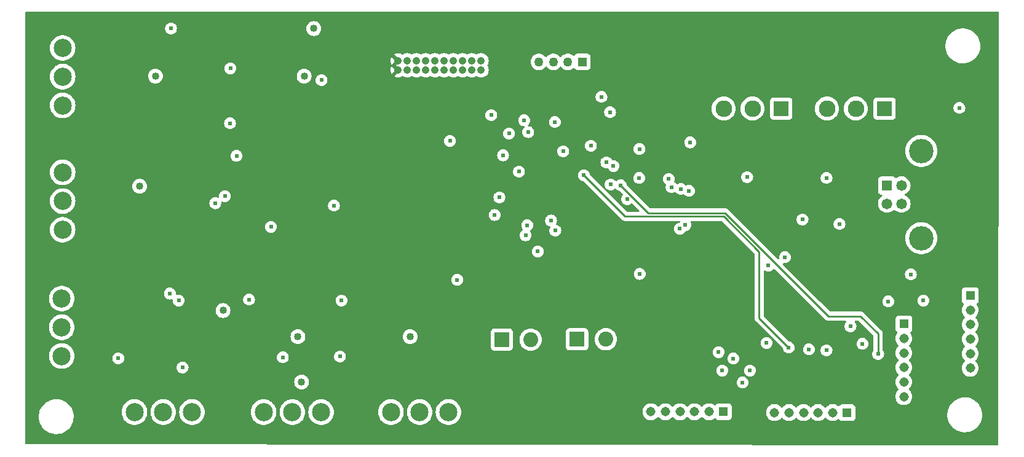
<source format=gbr>
%TF.GenerationSoftware,KiCad,Pcbnew,(7.0.0)*%
%TF.CreationDate,2023-03-10T09:33:02-07:00*%
%TF.ProjectId,L0005-Valve-Controller,4c303030-352d-4566-916c-76652d436f6e,1.0*%
%TF.SameCoordinates,Original*%
%TF.FileFunction,Copper,L3,Inr*%
%TF.FilePolarity,Positive*%
%FSLAX46Y46*%
G04 Gerber Fmt 4.6, Leading zero omitted, Abs format (unit mm)*
G04 Created by KiCad (PCBNEW (7.0.0)) date 2023-03-10 09:33:02*
%MOMM*%
%LPD*%
G01*
G04 APERTURE LIST*
%TA.AperFunction,ComponentPad*%
%ADD10R,1.478000X1.478000*%
%TD*%
%TA.AperFunction,ComponentPad*%
%ADD11C,1.478000*%
%TD*%
%TA.AperFunction,ComponentPad*%
%ADD12C,3.366000*%
%TD*%
%TA.AperFunction,ComponentPad*%
%ADD13C,1.066800*%
%TD*%
%TA.AperFunction,ComponentPad*%
%ADD14C,2.500000*%
%TD*%
%TA.AperFunction,ComponentPad*%
%ADD15C,1.308000*%
%TD*%
%TA.AperFunction,ComponentPad*%
%ADD16R,1.308000X1.308000*%
%TD*%
%TA.AperFunction,ComponentPad*%
%ADD17R,2.050000X2.050000*%
%TD*%
%TA.AperFunction,ComponentPad*%
%ADD18C,2.286000*%
%TD*%
%TA.AperFunction,ComponentPad*%
%ADD19C,2.050000*%
%TD*%
%TA.AperFunction,ComponentPad*%
%ADD20R,1.258000X1.258000*%
%TD*%
%TA.AperFunction,ComponentPad*%
%ADD21C,1.258000*%
%TD*%
%TA.AperFunction,ViaPad*%
%ADD22C,0.607060*%
%TD*%
%TA.AperFunction,ViaPad*%
%ADD23C,1.016000*%
%TD*%
%TA.AperFunction,Conductor*%
%ADD24C,0.254000*%
%TD*%
G04 APERTURE END LIST*
D10*
%TO.N,5V*%
%TO.C,P17*%
X175588499Y-91332999D03*
D11*
%TO.N,/Power/D-*%
X175588500Y-93833000D03*
%TO.N,/Power/D+*%
X177588500Y-93833000D03*
%TO.N,Earth*%
X177588500Y-91333000D03*
D12*
X180298500Y-98603000D03*
X180298500Y-86563000D03*
%TD*%
D13*
%TO.N,3.3V*%
%TO.C,P1*%
X108280200Y-75398250D03*
X108280200Y-74128250D03*
%TO.N,Earth*%
X109550200Y-75398250D03*
X109550200Y-74128250D03*
X110820200Y-75398250D03*
X110820200Y-74128250D03*
%TO.N,SWDIO*%
X112090200Y-75398250D03*
%TO.N,Earth*%
X112090200Y-74128250D03*
%TO.N,SWCLK*%
X113360200Y-75398250D03*
%TO.N,Earth*%
X113360200Y-74128250D03*
%TO.N,unconnected-(P1-Pad11)*%
X114630200Y-75398250D03*
%TO.N,Earth*%
X114630200Y-74128250D03*
%TO.N,SWO*%
X115900200Y-75398250D03*
%TO.N,Earth*%
X115900200Y-74128250D03*
%TO.N,NRST*%
X117170200Y-75398250D03*
%TO.N,Earth*%
X117170200Y-74128250D03*
%TO.N,unconnected-(P1-Pad17)*%
X118440200Y-75398250D03*
%TO.N,Earth*%
X118440200Y-74128250D03*
%TO.N,unconnected-(P1-Pad19)*%
X119710200Y-75398250D03*
%TO.N,Earth*%
X119710200Y-74128250D03*
%TD*%
D14*
%TO.N,Net-(C16-Pad2)*%
%TO.C,P3*%
X115212000Y-122555000D03*
%TO.N,AC_HOT*%
X111252000Y-122555000D03*
%TO.N,unconnected-(P3-Pad3)*%
X107292000Y-122555000D03*
%TD*%
%TO.N,Net-(C17-Pad2)*%
%TO.C,P4*%
X97686000Y-122557000D03*
%TO.N,AC_HOT*%
X93726000Y-122557000D03*
%TO.N,unconnected-(P4-Pad3)*%
X89766000Y-122557000D03*
%TD*%
%TO.N,Net-(C18-Pad2)*%
%TO.C,P5*%
X79906000Y-122555000D03*
%TO.N,AC_HOT*%
X75946000Y-122555000D03*
%TO.N,unconnected-(P5-Pad3)*%
X71986000Y-122555000D03*
%TD*%
%TO.N,Net-(C19-Pad2)*%
%TO.C,P6*%
X61974000Y-114831000D03*
%TO.N,AC_HOT*%
X61974000Y-110871000D03*
%TO.N,unconnected-(P6-Pad3)*%
X61974000Y-106911000D03*
%TD*%
%TO.N,Net-(C21-Pad2)*%
%TO.C,P8*%
X62101000Y-80287000D03*
%TO.N,AC_HOT*%
X62101000Y-76327000D03*
%TO.N,unconnected-(P8-Pad3)*%
X62101000Y-72367000D03*
%TD*%
%TO.N,Net-(C20-Pad2)*%
%TO.C,P7*%
X62101000Y-97432000D03*
%TO.N,AC_HOT*%
X62101000Y-93472000D03*
%TO.N,unconnected-(P7-Pad3)*%
X62101000Y-89512000D03*
%TD*%
D15*
%TO.N,Earth*%
%TO.C,P13*%
X187042400Y-116507500D03*
X187042400Y-114507500D03*
%TO.N,Net-(P13-Pad4)*%
X187042400Y-112507500D03*
%TO.N,Earth*%
X187042400Y-110507500D03*
%TO.N,Net-(P13-GND)*%
X187042400Y-108507500D03*
D16*
%TO.N,5V*%
X187042399Y-106507499D03*
%TD*%
%TO.N,5V*%
%TO.C,P12*%
X177901599Y-110417599D03*
D15*
%TO.N,SBV2_DIR-*%
X177901600Y-112417600D03*
%TO.N,5V*%
X177901600Y-114417600D03*
%TO.N,SBV2_EN-*%
X177901600Y-116417600D03*
%TO.N,5V*%
X177901600Y-118417600D03*
%TO.N,SBV2_PUL-*%
X177901600Y-120417600D03*
%TD*%
D16*
%TO.N,5V*%
%TO.C,P10*%
X153080499Y-122526399D03*
D15*
%TO.N,SBV1_DIR-*%
X151080500Y-122526400D03*
%TO.N,5V*%
X149080500Y-122526400D03*
%TO.N,SBV1_EN-*%
X147080500Y-122526400D03*
%TO.N,5V*%
X145080500Y-122526400D03*
%TO.N,SBV1_PUL-*%
X143080500Y-122526400D03*
%TD*%
D16*
%TO.N,5V*%
%TO.C,P11*%
X170098499Y-122627999D03*
D15*
%TO.N,Net-(P11-GND)*%
X168098500Y-122628000D03*
%TO.N,Earth*%
X166098500Y-122628000D03*
%TO.N,Net-(P11-Pad4)*%
X164098500Y-122628000D03*
%TO.N,Earth*%
X162098500Y-122628000D03*
X160098500Y-122628000D03*
%TD*%
D17*
%TO.N,5V*%
%TO.C,P14*%
X175249499Y-80717499D03*
D18*
%TO.N,PG1*%
X171289500Y-80717500D03*
%TO.N,Earth*%
X167329500Y-80717500D03*
%TD*%
D17*
%TO.N,Net-(F1-Pad2)*%
%TO.C,P9*%
X122564299Y-112576499D03*
D19*
%TO.N,AC_NEUTRAL*%
X126524300Y-112576500D03*
%TD*%
D20*
%TO.N,5V*%
%TO.C,P2*%
X133657599Y-74281999D03*
D21*
%TO.N,RX*%
X131657600Y-74282000D03*
%TO.N,TX*%
X129657600Y-74282000D03*
%TO.N,Earth*%
X127657600Y-74282000D03*
%TD*%
D17*
%TO.N,Net-(P16-Pad1)*%
%TO.C,P16*%
X132927499Y-112525699D03*
D19*
%TO.N,Net-(D2-Pad1)*%
X136887500Y-112525700D03*
%TD*%
D17*
%TO.N,5V*%
%TO.C,P15*%
X161025499Y-80717499D03*
D18*
%TO.N,PG2*%
X157065500Y-80717500D03*
%TO.N,Earth*%
X153105500Y-80717500D03*
%TD*%
D22*
%TO.N,TX_USB*%
X147828000Y-96774000D03*
%TO.N,3.3V*%
X151511000Y-98679000D03*
%TO.N,ENCD1_B*%
X141478000Y-90297000D03*
%TO.N,SBV1_PUL*%
X162052000Y-113665000D03*
X133858000Y-89916000D03*
%TO.N,SBV2_PUL*%
X152400000Y-114300000D03*
X129921000Y-97536000D03*
%TO.N,SBV1_DIR*%
X154432000Y-115189000D03*
%TO.N,SBV2_EN*%
X174371000Y-114554000D03*
%TO.N,SBV1_DIR*%
X137541000Y-91186000D03*
%TO.N,SBV2_EN*%
X138938000Y-91313000D03*
%TO.N,SBV1_EN*%
X155702000Y-118491000D03*
X139827000Y-93218000D03*
%TO.N,ENCD1_B*%
X164846000Y-113919000D03*
%TO.N,TX_USB*%
X161544000Y-101219000D03*
%TO.N,ENCD1_A*%
X167259000Y-114046000D03*
X145542000Y-90424000D03*
%TO.N,SBV2_DIR*%
X170561000Y-110744000D03*
X145923000Y-91567000D03*
%TO.N,ENCD2_B*%
X180594000Y-107188000D03*
%TO.N,ENCD2_A*%
X175768000Y-107315000D03*
%TO.N,ENCD2_B*%
X147193000Y-91821000D03*
%TO.N,ENCD2_A*%
X148336000Y-92075000D03*
%TO.N,Earth*%
X159004000Y-113030000D03*
X172212000Y-113157000D03*
X156718000Y-116840000D03*
X152908000Y-116840000D03*
X136271000Y-79121000D03*
D23*
%TO.N,3.3V*%
X143510000Y-72517000D03*
D22*
%TO.N,Earth*%
X163957000Y-96012000D03*
X185547000Y-80645000D03*
%TO.N,3.3V*%
X156337000Y-87503000D03*
%TO.N,Earth*%
X156337000Y-90170000D03*
X169037000Y-96647000D03*
X167259000Y-90297000D03*
%TO.N,RX_USB*%
X159258000Y-102362000D03*
X147066000Y-97282000D03*
%TO.N,Earth*%
X127508000Y-100431600D03*
X124917200Y-89408000D03*
X85191600Y-75184000D03*
X178869400Y-103576000D03*
X87757000Y-107061000D03*
X129859700Y-82585900D03*
X141491600Y-86295600D03*
X86029800Y-87249000D03*
X99441000Y-94107000D03*
X100482400Y-107188000D03*
X115417600Y-85191600D03*
X116420000Y-104329600D03*
X141542400Y-103516800D03*
X121564400Y-95402400D03*
X148488400Y-85394800D03*
%TO.N,NRST*%
X122224800Y-92964000D03*
X121107200Y-81635600D03*
%TO.N,3.3V*%
X114655600Y-77012800D03*
X151536400Y-108508800D03*
X128066800Y-83718400D03*
X129320800Y-90795600D03*
X143713200Y-84226400D03*
X129413000Y-101117400D03*
X142798800Y-100025200D03*
X125933200Y-95402400D03*
%TO.N,Net-(C16-Pad2)*%
X92405200Y-115011200D03*
D23*
X94996000Y-118414800D03*
D22*
X78079600Y-107188000D03*
%TO.N,Net-(C21-Pad2)*%
X77012800Y-69697600D03*
D23*
X96672400Y-69697600D03*
%TO.N,AC_NEUTRAL*%
X94488000Y-112166400D03*
X72694800Y-91440000D03*
X95351600Y-76250800D03*
X74879200Y-76250800D03*
X109931200Y-112166400D03*
X84175600Y-108559600D03*
D22*
%TO.N,SOL1*%
X69748400Y-115163600D03*
X123545600Y-84175600D03*
%TO.N,SOL3*%
X122732800Y-87172800D03*
X76860400Y-106222800D03*
%TO.N,Net-(K1-Pad2)*%
X78613000Y-116408200D03*
X100279200Y-114909600D03*
%TO.N,SOL5*%
X126064000Y-96795600D03*
X90779600Y-97028000D03*
%TO.N,SOL6*%
X125831600Y-98196400D03*
X83108800Y-93776800D03*
%TO.N,SOL4*%
X129336800Y-96164400D03*
X97739200Y-76809600D03*
X84429600Y-92811600D03*
X85140800Y-82753200D03*
%TO.N,SWCLK*%
X126187200Y-83972400D03*
X131013200Y-86614000D03*
%TO.N,TX*%
X137464800Y-81229200D03*
%TO.N,SWO*%
X125628400Y-82346800D03*
X134823200Y-85852000D03*
%TO.N,PG1*%
X136956800Y-88138000D03*
%TO.N,PG2*%
X137922000Y-88646000D03*
%TD*%
D24*
%TO.N,SBV1_PUL*%
X133858000Y-89916000D02*
X139519000Y-95577000D01*
X139519000Y-95577000D02*
X153098242Y-95577000D01*
X153098242Y-95577000D02*
X157988000Y-100466758D01*
X157988000Y-100466758D02*
X157988000Y-109601000D01*
X157988000Y-109601000D02*
X162052000Y-113665000D01*
%TO.N,SBV2_EN*%
X142748000Y-95123000D02*
X153289000Y-95123000D01*
X153543000Y-95379705D02*
X153543000Y-95377000D01*
X153543000Y-95377000D02*
X153289000Y-95123000D01*
X138938000Y-91313000D02*
X142748000Y-95123000D01*
X153543000Y-95379705D02*
X167510295Y-109347000D01*
X171958000Y-109347000D02*
X174371000Y-111760000D01*
X167510295Y-109347000D02*
X171958000Y-109347000D01*
X174371000Y-111760000D02*
X174371000Y-114554000D01*
%TD*%
%TA.AperFunction,Conductor*%
%TO.N,3.3V*%
G36*
X190945676Y-67390657D02*
G01*
X190991075Y-67436152D01*
X191007600Y-67498263D01*
X190881262Y-127003145D01*
X190864542Y-127065068D01*
X190819118Y-127110352D01*
X190757144Y-127126882D01*
X57083882Y-127000178D01*
X57021932Y-126983526D01*
X56976593Y-126938144D01*
X56960000Y-126876178D01*
X56960000Y-123112902D01*
X58809794Y-123112902D01*
X58809921Y-123116868D01*
X58809921Y-123116874D01*
X58819319Y-123409947D01*
X58819673Y-123420978D01*
X58820307Y-123424905D01*
X58820308Y-123424906D01*
X58842582Y-123562682D01*
X58868867Y-123725261D01*
X58877527Y-123754438D01*
X58932101Y-123938318D01*
X58956569Y-124020756D01*
X58958178Y-124024391D01*
X58958180Y-124024396D01*
X59079725Y-124298969D01*
X59079729Y-124298977D01*
X59081337Y-124302609D01*
X59083393Y-124306002D01*
X59083397Y-124306008D01*
X59233235Y-124553181D01*
X59241123Y-124566193D01*
X59433304Y-124807181D01*
X59654724Y-125021614D01*
X59657905Y-125023988D01*
X59780088Y-125115176D01*
X59901747Y-125205972D01*
X59905213Y-125207924D01*
X60107674Y-125321948D01*
X60170318Y-125357228D01*
X60174002Y-125358719D01*
X60174001Y-125358719D01*
X60452339Y-125471407D01*
X60452343Y-125471408D01*
X60456025Y-125472899D01*
X60754179Y-125551084D01*
X61059883Y-125590500D01*
X61288990Y-125590500D01*
X61290974Y-125590500D01*
X61521601Y-125575693D01*
X61824151Y-125516772D01*
X62116683Y-125419644D01*
X62394393Y-125285907D01*
X62652720Y-125117754D01*
X62887424Y-124917948D01*
X63094650Y-124689769D01*
X63270996Y-124436963D01*
X63413567Y-124163683D01*
X63520020Y-123874415D01*
X63588609Y-123573908D01*
X63618206Y-123267098D01*
X63617420Y-123242599D01*
X63613261Y-123112902D01*
X63608327Y-122959022D01*
X63559133Y-122654739D01*
X63529531Y-122555000D01*
X70222569Y-122555000D01*
X70222916Y-122559630D01*
X70241682Y-122810055D01*
X70242265Y-122817826D01*
X70243295Y-122822339D01*
X70243296Y-122822345D01*
X70295198Y-123049742D01*
X70300913Y-123074780D01*
X70302609Y-123079103D01*
X70302610Y-123079104D01*
X70385224Y-123289601D01*
X70397204Y-123320124D01*
X70399519Y-123324134D01*
X70399524Y-123324144D01*
X70458680Y-123426604D01*
X70528985Y-123548376D01*
X70693314Y-123754438D01*
X70886519Y-123933706D01*
X70890349Y-123936317D01*
X70890350Y-123936318D01*
X70911498Y-123950736D01*
X71104285Y-124082176D01*
X71341746Y-124196532D01*
X71593600Y-124274218D01*
X71854219Y-124313500D01*
X72113144Y-124313500D01*
X72117781Y-124313500D01*
X72378400Y-124274218D01*
X72630254Y-124196532D01*
X72867716Y-124082176D01*
X73085481Y-123933706D01*
X73278686Y-123754438D01*
X73443015Y-123548376D01*
X73574796Y-123320124D01*
X73671087Y-123074780D01*
X73729735Y-122817826D01*
X73749431Y-122555000D01*
X74182569Y-122555000D01*
X74182916Y-122559630D01*
X74201682Y-122810055D01*
X74202265Y-122817826D01*
X74203295Y-122822339D01*
X74203296Y-122822345D01*
X74255198Y-123049742D01*
X74260913Y-123074780D01*
X74262609Y-123079103D01*
X74262610Y-123079104D01*
X74345224Y-123289601D01*
X74357204Y-123320124D01*
X74359519Y-123324134D01*
X74359524Y-123324144D01*
X74418680Y-123426604D01*
X74488985Y-123548376D01*
X74653314Y-123754438D01*
X74846519Y-123933706D01*
X74850349Y-123936317D01*
X74850350Y-123936318D01*
X74871498Y-123950736D01*
X75064285Y-124082176D01*
X75301746Y-124196532D01*
X75553600Y-124274218D01*
X75814219Y-124313500D01*
X76073144Y-124313500D01*
X76077781Y-124313500D01*
X76338400Y-124274218D01*
X76590254Y-124196532D01*
X76827716Y-124082176D01*
X77045481Y-123933706D01*
X77238686Y-123754438D01*
X77403015Y-123548376D01*
X77534796Y-123320124D01*
X77631087Y-123074780D01*
X77689735Y-122817826D01*
X77709431Y-122555000D01*
X78142569Y-122555000D01*
X78142916Y-122559630D01*
X78161682Y-122810055D01*
X78162265Y-122817826D01*
X78163295Y-122822339D01*
X78163296Y-122822345D01*
X78215198Y-123049742D01*
X78220913Y-123074780D01*
X78222609Y-123079103D01*
X78222610Y-123079104D01*
X78305224Y-123289601D01*
X78317204Y-123320124D01*
X78319519Y-123324134D01*
X78319524Y-123324144D01*
X78378680Y-123426604D01*
X78448985Y-123548376D01*
X78613314Y-123754438D01*
X78806519Y-123933706D01*
X78810349Y-123936317D01*
X78810350Y-123936318D01*
X78831498Y-123950736D01*
X79024285Y-124082176D01*
X79261746Y-124196532D01*
X79513600Y-124274218D01*
X79774219Y-124313500D01*
X80033144Y-124313500D01*
X80037781Y-124313500D01*
X80298400Y-124274218D01*
X80550254Y-124196532D01*
X80787716Y-124082176D01*
X81005481Y-123933706D01*
X81198686Y-123754438D01*
X81363015Y-123548376D01*
X81494796Y-123320124D01*
X81591087Y-123074780D01*
X81649735Y-122817826D01*
X81669281Y-122557000D01*
X88002569Y-122557000D01*
X88002916Y-122561630D01*
X88021532Y-122810055D01*
X88022265Y-122819826D01*
X88023295Y-122824339D01*
X88023296Y-122824345D01*
X88075915Y-123054882D01*
X88080913Y-123076780D01*
X88082609Y-123081103D01*
X88082610Y-123081104D01*
X88174778Y-123315944D01*
X88177204Y-123322124D01*
X88179519Y-123326134D01*
X88179524Y-123326144D01*
X88253465Y-123454213D01*
X88308985Y-123550376D01*
X88473314Y-123756438D01*
X88666519Y-123935706D01*
X88884285Y-124084176D01*
X89121746Y-124198532D01*
X89373600Y-124276218D01*
X89634219Y-124315500D01*
X89893144Y-124315500D01*
X89897781Y-124315500D01*
X90158400Y-124276218D01*
X90410254Y-124198532D01*
X90647716Y-124084176D01*
X90865481Y-123935706D01*
X91058686Y-123756438D01*
X91223015Y-123550376D01*
X91354796Y-123322124D01*
X91451087Y-123076780D01*
X91509735Y-122819826D01*
X91529431Y-122557000D01*
X91962569Y-122557000D01*
X91962916Y-122561630D01*
X91981532Y-122810055D01*
X91982265Y-122819826D01*
X91983295Y-122824339D01*
X91983296Y-122824345D01*
X92035915Y-123054882D01*
X92040913Y-123076780D01*
X92042609Y-123081103D01*
X92042610Y-123081104D01*
X92134778Y-123315944D01*
X92137204Y-123322124D01*
X92139519Y-123326134D01*
X92139524Y-123326144D01*
X92213465Y-123454213D01*
X92268985Y-123550376D01*
X92433314Y-123756438D01*
X92626519Y-123935706D01*
X92844285Y-124084176D01*
X93081746Y-124198532D01*
X93333600Y-124276218D01*
X93594219Y-124315500D01*
X93853144Y-124315500D01*
X93857781Y-124315500D01*
X94118400Y-124276218D01*
X94370254Y-124198532D01*
X94607716Y-124084176D01*
X94825481Y-123935706D01*
X95018686Y-123756438D01*
X95183015Y-123550376D01*
X95314796Y-123322124D01*
X95411087Y-123076780D01*
X95469735Y-122819826D01*
X95489431Y-122557000D01*
X95922569Y-122557000D01*
X95922916Y-122561630D01*
X95941532Y-122810055D01*
X95942265Y-122819826D01*
X95943295Y-122824339D01*
X95943296Y-122824345D01*
X95995915Y-123054882D01*
X96000913Y-123076780D01*
X96002609Y-123081103D01*
X96002610Y-123081104D01*
X96094778Y-123315944D01*
X96097204Y-123322124D01*
X96099519Y-123326134D01*
X96099524Y-123326144D01*
X96173465Y-123454213D01*
X96228985Y-123550376D01*
X96393314Y-123756438D01*
X96586519Y-123935706D01*
X96804285Y-124084176D01*
X97041746Y-124198532D01*
X97293600Y-124276218D01*
X97554219Y-124315500D01*
X97813144Y-124315500D01*
X97817781Y-124315500D01*
X98078400Y-124276218D01*
X98330254Y-124198532D01*
X98567716Y-124084176D01*
X98785481Y-123935706D01*
X98978686Y-123756438D01*
X99143015Y-123550376D01*
X99274796Y-123322124D01*
X99371087Y-123076780D01*
X99429735Y-122819826D01*
X99449431Y-122557000D01*
X99449281Y-122555000D01*
X105528569Y-122555000D01*
X105528916Y-122559630D01*
X105547682Y-122810055D01*
X105548265Y-122817826D01*
X105549295Y-122822339D01*
X105549296Y-122822345D01*
X105601198Y-123049742D01*
X105606913Y-123074780D01*
X105608609Y-123079103D01*
X105608610Y-123079104D01*
X105691224Y-123289601D01*
X105703204Y-123320124D01*
X105705519Y-123324134D01*
X105705524Y-123324144D01*
X105764680Y-123426604D01*
X105834985Y-123548376D01*
X105999314Y-123754438D01*
X106192519Y-123933706D01*
X106196349Y-123936317D01*
X106196350Y-123936318D01*
X106217498Y-123950736D01*
X106410285Y-124082176D01*
X106647746Y-124196532D01*
X106899600Y-124274218D01*
X107160219Y-124313500D01*
X107419144Y-124313500D01*
X107423781Y-124313500D01*
X107684400Y-124274218D01*
X107936254Y-124196532D01*
X108173716Y-124082176D01*
X108391481Y-123933706D01*
X108584686Y-123754438D01*
X108749015Y-123548376D01*
X108880796Y-123320124D01*
X108977087Y-123074780D01*
X109035735Y-122817826D01*
X109055431Y-122555000D01*
X109488569Y-122555000D01*
X109488916Y-122559630D01*
X109507682Y-122810055D01*
X109508265Y-122817826D01*
X109509295Y-122822339D01*
X109509296Y-122822345D01*
X109561198Y-123049742D01*
X109566913Y-123074780D01*
X109568609Y-123079103D01*
X109568610Y-123079104D01*
X109651224Y-123289601D01*
X109663204Y-123320124D01*
X109665519Y-123324134D01*
X109665524Y-123324144D01*
X109724680Y-123426604D01*
X109794985Y-123548376D01*
X109959314Y-123754438D01*
X110152519Y-123933706D01*
X110156349Y-123936317D01*
X110156350Y-123936318D01*
X110177498Y-123950736D01*
X110370285Y-124082176D01*
X110607746Y-124196532D01*
X110859600Y-124274218D01*
X111120219Y-124313500D01*
X111379144Y-124313500D01*
X111383781Y-124313500D01*
X111644400Y-124274218D01*
X111896254Y-124196532D01*
X112133716Y-124082176D01*
X112351481Y-123933706D01*
X112544686Y-123754438D01*
X112709015Y-123548376D01*
X112840796Y-123320124D01*
X112937087Y-123074780D01*
X112995735Y-122817826D01*
X113015431Y-122555000D01*
X113448569Y-122555000D01*
X113448916Y-122559630D01*
X113467682Y-122810055D01*
X113468265Y-122817826D01*
X113469295Y-122822339D01*
X113469296Y-122822345D01*
X113521198Y-123049742D01*
X113526913Y-123074780D01*
X113528609Y-123079103D01*
X113528610Y-123079104D01*
X113611224Y-123289601D01*
X113623204Y-123320124D01*
X113625519Y-123324134D01*
X113625524Y-123324144D01*
X113684680Y-123426604D01*
X113754985Y-123548376D01*
X113919314Y-123754438D01*
X114112519Y-123933706D01*
X114116349Y-123936317D01*
X114116350Y-123936318D01*
X114137498Y-123950736D01*
X114330285Y-124082176D01*
X114567746Y-124196532D01*
X114819600Y-124274218D01*
X115080219Y-124313500D01*
X115339144Y-124313500D01*
X115343781Y-124313500D01*
X115604400Y-124274218D01*
X115856254Y-124196532D01*
X116093716Y-124082176D01*
X116311481Y-123933706D01*
X116504686Y-123754438D01*
X116669015Y-123548376D01*
X116800796Y-123320124D01*
X116897087Y-123074780D01*
X116955735Y-122817826D01*
X116975431Y-122555000D01*
X116973288Y-122526400D01*
X141913020Y-122526400D01*
X141913549Y-122532109D01*
X141915426Y-122552370D01*
X141932899Y-122740924D01*
X141934467Y-122746435D01*
X141934468Y-122746440D01*
X141990285Y-122942619D01*
X141990287Y-122942624D01*
X141991857Y-122948142D01*
X141994414Y-122953278D01*
X141994416Y-122953282D01*
X142085333Y-123135868D01*
X142087888Y-123140999D01*
X142217722Y-123312926D01*
X142221958Y-123316787D01*
X142221962Y-123316792D01*
X142273584Y-123363851D01*
X142376936Y-123458069D01*
X142560109Y-123571485D01*
X142761004Y-123649312D01*
X142972779Y-123688900D01*
X143182492Y-123688900D01*
X143188221Y-123688900D01*
X143399996Y-123649312D01*
X143600891Y-123571485D01*
X143784064Y-123458069D01*
X143943278Y-123312926D01*
X143981546Y-123262250D01*
X144025228Y-123225978D01*
X144080500Y-123212978D01*
X144135772Y-123225978D01*
X144179454Y-123262251D01*
X144214264Y-123308348D01*
X144214268Y-123308353D01*
X144217722Y-123312926D01*
X144221958Y-123316787D01*
X144221962Y-123316792D01*
X144273584Y-123363851D01*
X144376936Y-123458069D01*
X144560109Y-123571485D01*
X144761004Y-123649312D01*
X144972779Y-123688900D01*
X145182492Y-123688900D01*
X145188221Y-123688900D01*
X145399996Y-123649312D01*
X145600891Y-123571485D01*
X145784064Y-123458069D01*
X145943278Y-123312926D01*
X145981546Y-123262250D01*
X146025228Y-123225978D01*
X146080500Y-123212978D01*
X146135772Y-123225978D01*
X146179454Y-123262251D01*
X146214264Y-123308348D01*
X146214268Y-123308353D01*
X146217722Y-123312926D01*
X146221958Y-123316787D01*
X146221962Y-123316792D01*
X146273584Y-123363851D01*
X146376936Y-123458069D01*
X146560109Y-123571485D01*
X146761004Y-123649312D01*
X146972779Y-123688900D01*
X147182492Y-123688900D01*
X147188221Y-123688900D01*
X147399996Y-123649312D01*
X147600891Y-123571485D01*
X147784064Y-123458069D01*
X147943278Y-123312926D01*
X147981546Y-123262250D01*
X148025228Y-123225978D01*
X148080500Y-123212978D01*
X148135772Y-123225978D01*
X148179454Y-123262251D01*
X148214264Y-123308348D01*
X148214268Y-123308353D01*
X148217722Y-123312926D01*
X148221958Y-123316787D01*
X148221962Y-123316792D01*
X148273584Y-123363851D01*
X148376936Y-123458069D01*
X148560109Y-123571485D01*
X148761004Y-123649312D01*
X148972779Y-123688900D01*
X149182492Y-123688900D01*
X149188221Y-123688900D01*
X149399996Y-123649312D01*
X149600891Y-123571485D01*
X149784064Y-123458069D01*
X149943278Y-123312926D01*
X149981546Y-123262250D01*
X150025228Y-123225978D01*
X150080500Y-123212978D01*
X150135772Y-123225978D01*
X150179454Y-123262251D01*
X150214264Y-123308348D01*
X150214268Y-123308353D01*
X150217722Y-123312926D01*
X150221958Y-123316787D01*
X150221962Y-123316792D01*
X150273584Y-123363851D01*
X150376936Y-123458069D01*
X150560109Y-123571485D01*
X150761004Y-123649312D01*
X150972779Y-123688900D01*
X151182492Y-123688900D01*
X151188221Y-123688900D01*
X151399996Y-123649312D01*
X151600891Y-123571485D01*
X151784064Y-123458069D01*
X151810968Y-123433542D01*
X151871890Y-123403258D01*
X151939623Y-123409677D01*
X151993774Y-123450867D01*
X152038996Y-123511277D01*
X152063239Y-123543661D01*
X152180296Y-123631289D01*
X152317299Y-123682389D01*
X152377862Y-123688900D01*
X153779828Y-123688900D01*
X153783138Y-123688900D01*
X153843701Y-123682389D01*
X153980704Y-123631289D01*
X154097761Y-123543661D01*
X154185389Y-123426604D01*
X154236489Y-123289601D01*
X154243000Y-123229038D01*
X154243000Y-122628000D01*
X158931020Y-122628000D01*
X158950899Y-122842524D01*
X158952467Y-122848035D01*
X158952468Y-122848040D01*
X159008285Y-123044219D01*
X159008287Y-123044224D01*
X159009857Y-123049742D01*
X159012414Y-123054878D01*
X159012416Y-123054882D01*
X159099135Y-123229038D01*
X159105888Y-123242599D01*
X159235722Y-123414526D01*
X159239958Y-123418387D01*
X159239962Y-123418392D01*
X159293656Y-123467340D01*
X159394936Y-123559669D01*
X159399803Y-123562682D01*
X159399805Y-123562684D01*
X159424202Y-123577790D01*
X159578109Y-123673085D01*
X159779004Y-123750912D01*
X159990779Y-123790500D01*
X160200492Y-123790500D01*
X160206221Y-123790500D01*
X160417996Y-123750912D01*
X160618891Y-123673085D01*
X160802064Y-123559669D01*
X160961278Y-123414526D01*
X160999546Y-123363850D01*
X161043228Y-123327578D01*
X161098500Y-123314578D01*
X161153772Y-123327578D01*
X161197454Y-123363851D01*
X161232264Y-123409948D01*
X161232268Y-123409953D01*
X161235722Y-123414526D01*
X161239958Y-123418387D01*
X161239962Y-123418392D01*
X161293656Y-123467340D01*
X161394936Y-123559669D01*
X161399803Y-123562682D01*
X161399805Y-123562684D01*
X161424202Y-123577790D01*
X161578109Y-123673085D01*
X161779004Y-123750912D01*
X161990779Y-123790500D01*
X162200492Y-123790500D01*
X162206221Y-123790500D01*
X162417996Y-123750912D01*
X162618891Y-123673085D01*
X162802064Y-123559669D01*
X162961278Y-123414526D01*
X162999546Y-123363850D01*
X163043228Y-123327578D01*
X163098500Y-123314578D01*
X163153772Y-123327578D01*
X163197454Y-123363851D01*
X163232264Y-123409948D01*
X163232268Y-123409953D01*
X163235722Y-123414526D01*
X163239958Y-123418387D01*
X163239962Y-123418392D01*
X163293656Y-123467340D01*
X163394936Y-123559669D01*
X163399803Y-123562682D01*
X163399805Y-123562684D01*
X163424202Y-123577790D01*
X163578109Y-123673085D01*
X163779004Y-123750912D01*
X163990779Y-123790500D01*
X164200492Y-123790500D01*
X164206221Y-123790500D01*
X164417996Y-123750912D01*
X164618891Y-123673085D01*
X164802064Y-123559669D01*
X164961278Y-123414526D01*
X164999546Y-123363850D01*
X165043228Y-123327578D01*
X165098500Y-123314578D01*
X165153772Y-123327578D01*
X165197454Y-123363851D01*
X165232264Y-123409948D01*
X165232268Y-123409953D01*
X165235722Y-123414526D01*
X165239958Y-123418387D01*
X165239962Y-123418392D01*
X165293656Y-123467340D01*
X165394936Y-123559669D01*
X165399803Y-123562682D01*
X165399805Y-123562684D01*
X165424202Y-123577790D01*
X165578109Y-123673085D01*
X165779004Y-123750912D01*
X165990779Y-123790500D01*
X166200492Y-123790500D01*
X166206221Y-123790500D01*
X166417996Y-123750912D01*
X166618891Y-123673085D01*
X166802064Y-123559669D01*
X166961278Y-123414526D01*
X166999546Y-123363850D01*
X167043228Y-123327578D01*
X167098500Y-123314578D01*
X167153772Y-123327578D01*
X167197454Y-123363851D01*
X167232264Y-123409948D01*
X167232268Y-123409953D01*
X167235722Y-123414526D01*
X167239958Y-123418387D01*
X167239962Y-123418392D01*
X167293656Y-123467340D01*
X167394936Y-123559669D01*
X167399803Y-123562682D01*
X167399805Y-123562684D01*
X167424202Y-123577790D01*
X167578109Y-123673085D01*
X167779004Y-123750912D01*
X167990779Y-123790500D01*
X168200492Y-123790500D01*
X168206221Y-123790500D01*
X168417996Y-123750912D01*
X168618891Y-123673085D01*
X168802064Y-123559669D01*
X168828968Y-123535142D01*
X168889890Y-123504858D01*
X168957623Y-123511277D01*
X169011774Y-123552467D01*
X169073099Y-123634388D01*
X169081239Y-123645261D01*
X169198296Y-123732889D01*
X169335299Y-123783989D01*
X169395862Y-123790500D01*
X170797828Y-123790500D01*
X170801138Y-123790500D01*
X170861701Y-123783989D01*
X170998704Y-123732889D01*
X171115761Y-123645261D01*
X171203389Y-123528204D01*
X171254489Y-123391201D01*
X171261000Y-123330638D01*
X171261000Y-122858902D01*
X183879394Y-122858902D01*
X183879521Y-122862868D01*
X183879521Y-122862874D01*
X183889145Y-123162994D01*
X183889273Y-123166978D01*
X183889907Y-123170905D01*
X183889908Y-123170906D01*
X183929919Y-123418392D01*
X183938467Y-123471261D01*
X183950344Y-123511277D01*
X184023106Y-123756438D01*
X184026169Y-123766756D01*
X184027778Y-123770391D01*
X184027780Y-123770396D01*
X184149325Y-124044969D01*
X184149329Y-124044977D01*
X184150937Y-124048609D01*
X184152993Y-124052002D01*
X184152997Y-124052008D01*
X184308661Y-124308792D01*
X184310723Y-124312193D01*
X184502904Y-124553181D01*
X184505759Y-124555945D01*
X184505760Y-124555947D01*
X184646990Y-124692720D01*
X184724324Y-124767614D01*
X184727505Y-124769988D01*
X184929217Y-124920530D01*
X184971347Y-124951972D01*
X184974813Y-124953924D01*
X185109421Y-125029734D01*
X185239918Y-125103228D01*
X185243602Y-125104719D01*
X185243601Y-125104719D01*
X185521939Y-125217407D01*
X185521943Y-125217408D01*
X185525625Y-125218899D01*
X185823779Y-125297084D01*
X186129483Y-125336500D01*
X186358590Y-125336500D01*
X186360574Y-125336500D01*
X186591201Y-125321693D01*
X186893751Y-125262772D01*
X187186283Y-125165644D01*
X187463993Y-125031907D01*
X187722320Y-124863754D01*
X187957024Y-124663948D01*
X188164250Y-124435769D01*
X188340596Y-124182963D01*
X188483167Y-123909683D01*
X188589620Y-123620415D01*
X188658209Y-123319908D01*
X188687806Y-123013098D01*
X188677927Y-122705022D01*
X188628733Y-122400739D01*
X188541031Y-122105244D01*
X188457670Y-121916931D01*
X188417874Y-121827030D01*
X188417873Y-121827028D01*
X188416263Y-121823391D01*
X188397158Y-121791876D01*
X188296722Y-121626196D01*
X188256477Y-121559807D01*
X188064296Y-121318819D01*
X187842876Y-121104386D01*
X187831995Y-121096265D01*
X187599044Y-120922409D01*
X187599038Y-120922405D01*
X187595853Y-120920028D01*
X187592390Y-120918078D01*
X187592386Y-120918075D01*
X187330742Y-120770720D01*
X187330734Y-120770716D01*
X187327282Y-120768772D01*
X187323604Y-120767283D01*
X187323598Y-120767280D01*
X187045260Y-120654592D01*
X187045247Y-120654587D01*
X187041575Y-120653101D01*
X187037735Y-120652094D01*
X187037729Y-120652092D01*
X186747264Y-120575923D01*
X186747252Y-120575920D01*
X186743421Y-120574916D01*
X186739484Y-120574408D01*
X186739477Y-120574407D01*
X186441655Y-120536007D01*
X186441643Y-120536006D01*
X186437717Y-120535500D01*
X186206626Y-120535500D01*
X186204653Y-120535626D01*
X186204642Y-120535627D01*
X185979976Y-120550051D01*
X185979965Y-120550052D01*
X185975999Y-120550307D01*
X185972088Y-120551068D01*
X185972085Y-120551069D01*
X185677358Y-120608466D01*
X185677347Y-120608468D01*
X185673449Y-120609228D01*
X185669679Y-120610479D01*
X185669674Y-120610481D01*
X185384693Y-120705102D01*
X185384689Y-120705103D01*
X185380917Y-120706356D01*
X185377337Y-120708079D01*
X185377327Y-120708084D01*
X185106800Y-120838362D01*
X185106791Y-120838366D01*
X185103207Y-120840093D01*
X185099878Y-120842259D01*
X185099869Y-120842265D01*
X184848206Y-121006080D01*
X184848195Y-121006087D01*
X184844880Y-121008246D01*
X184841859Y-121010817D01*
X184841852Y-121010823D01*
X184613209Y-121205469D01*
X184613200Y-121205477D01*
X184610176Y-121208052D01*
X184607510Y-121210986D01*
X184607496Y-121211001D01*
X184405630Y-121433279D01*
X184405623Y-121433287D01*
X184402950Y-121436231D01*
X184400674Y-121439493D01*
X184400669Y-121439500D01*
X184228880Y-121685773D01*
X184228874Y-121685781D01*
X184226604Y-121689037D01*
X184224771Y-121692550D01*
X184224764Y-121692562D01*
X184085872Y-121958791D01*
X184085869Y-121958797D01*
X184084033Y-121962317D01*
X184082664Y-121966035D01*
X184082659Y-121966048D01*
X183990559Y-122216317D01*
X183977580Y-122251585D01*
X183976698Y-122255449D01*
X183976696Y-122255456D01*
X183920457Y-122501856D01*
X183908991Y-122552092D01*
X183908609Y-122556044D01*
X183908608Y-122556055D01*
X183879775Y-122854948D01*
X183879394Y-122858902D01*
X171261000Y-122858902D01*
X171261000Y-121925362D01*
X171254489Y-121864799D01*
X171203389Y-121727796D01*
X171115761Y-121610739D01*
X171103996Y-121601932D01*
X171005804Y-121528426D01*
X171005803Y-121528425D01*
X170998704Y-121523111D01*
X170990396Y-121520012D01*
X170990394Y-121520011D01*
X170868963Y-121474719D01*
X170868958Y-121474717D01*
X170861701Y-121472011D01*
X170853997Y-121471182D01*
X170853994Y-121471182D01*
X170804424Y-121465853D01*
X170804418Y-121465852D01*
X170801138Y-121465500D01*
X169395862Y-121465500D01*
X169392582Y-121465852D01*
X169392575Y-121465853D01*
X169343005Y-121471182D01*
X169343000Y-121471182D01*
X169335299Y-121472011D01*
X169328043Y-121474717D01*
X169328036Y-121474719D01*
X169206605Y-121520011D01*
X169206599Y-121520013D01*
X169198296Y-121523111D01*
X169191198Y-121528423D01*
X169191195Y-121528426D01*
X169088335Y-121605426D01*
X169088331Y-121605429D01*
X169081239Y-121610739D01*
X169075929Y-121617831D01*
X169075926Y-121617835D01*
X169011774Y-121703532D01*
X168957624Y-121744722D01*
X168889893Y-121751141D01*
X168828969Y-121720858D01*
X168806299Y-121700191D01*
X168806294Y-121700187D01*
X168802064Y-121696331D01*
X168797198Y-121693318D01*
X168797194Y-121693315D01*
X168623762Y-121585931D01*
X168618891Y-121582915D01*
X168613553Y-121580847D01*
X168613549Y-121580845D01*
X168423343Y-121507159D01*
X168423338Y-121507157D01*
X168417996Y-121505088D01*
X168411245Y-121503826D01*
X168211850Y-121466552D01*
X168211847Y-121466551D01*
X168206221Y-121465500D01*
X167990779Y-121465500D01*
X167985153Y-121466551D01*
X167985149Y-121466552D01*
X167784641Y-121504034D01*
X167784638Y-121504034D01*
X167779004Y-121505088D01*
X167773663Y-121507156D01*
X167773656Y-121507159D01*
X167583450Y-121580845D01*
X167583441Y-121580849D01*
X167578109Y-121582915D01*
X167573242Y-121585928D01*
X167573237Y-121585931D01*
X167399805Y-121693315D01*
X167399795Y-121693321D01*
X167394936Y-121696331D01*
X167390705Y-121700187D01*
X167390701Y-121700191D01*
X167239962Y-121837607D01*
X167239952Y-121837617D01*
X167235722Y-121841474D01*
X167232269Y-121846046D01*
X167232263Y-121846053D01*
X167197453Y-121892149D01*
X167153771Y-121928422D01*
X167098500Y-121941421D01*
X167043229Y-121928422D01*
X166999547Y-121892149D01*
X166964736Y-121846053D01*
X166964735Y-121846052D01*
X166961278Y-121841474D01*
X166957041Y-121837611D01*
X166957037Y-121837607D01*
X166806298Y-121700191D01*
X166806299Y-121700191D01*
X166802064Y-121696331D01*
X166797198Y-121693318D01*
X166797194Y-121693315D01*
X166623762Y-121585931D01*
X166618891Y-121582915D01*
X166613553Y-121580847D01*
X166613549Y-121580845D01*
X166423343Y-121507159D01*
X166423338Y-121507157D01*
X166417996Y-121505088D01*
X166411245Y-121503826D01*
X166211850Y-121466552D01*
X166211847Y-121466551D01*
X166206221Y-121465500D01*
X165990779Y-121465500D01*
X165985153Y-121466551D01*
X165985149Y-121466552D01*
X165784641Y-121504034D01*
X165784638Y-121504034D01*
X165779004Y-121505088D01*
X165773663Y-121507156D01*
X165773656Y-121507159D01*
X165583450Y-121580845D01*
X165583441Y-121580849D01*
X165578109Y-121582915D01*
X165573242Y-121585928D01*
X165573237Y-121585931D01*
X165399805Y-121693315D01*
X165399795Y-121693321D01*
X165394936Y-121696331D01*
X165390705Y-121700187D01*
X165390701Y-121700191D01*
X165239962Y-121837607D01*
X165239952Y-121837617D01*
X165235722Y-121841474D01*
X165232269Y-121846046D01*
X165232263Y-121846053D01*
X165197453Y-121892149D01*
X165153771Y-121928422D01*
X165098500Y-121941421D01*
X165043229Y-121928422D01*
X164999547Y-121892149D01*
X164964736Y-121846053D01*
X164964735Y-121846052D01*
X164961278Y-121841474D01*
X164957041Y-121837611D01*
X164957037Y-121837607D01*
X164806298Y-121700191D01*
X164806299Y-121700191D01*
X164802064Y-121696331D01*
X164797198Y-121693318D01*
X164797194Y-121693315D01*
X164623762Y-121585931D01*
X164618891Y-121582915D01*
X164613553Y-121580847D01*
X164613549Y-121580845D01*
X164423343Y-121507159D01*
X164423338Y-121507157D01*
X164417996Y-121505088D01*
X164411245Y-121503826D01*
X164211850Y-121466552D01*
X164211847Y-121466551D01*
X164206221Y-121465500D01*
X163990779Y-121465500D01*
X163985153Y-121466551D01*
X163985149Y-121466552D01*
X163784641Y-121504034D01*
X163784638Y-121504034D01*
X163779004Y-121505088D01*
X163773663Y-121507156D01*
X163773656Y-121507159D01*
X163583450Y-121580845D01*
X163583441Y-121580849D01*
X163578109Y-121582915D01*
X163573242Y-121585928D01*
X163573237Y-121585931D01*
X163399805Y-121693315D01*
X163399795Y-121693321D01*
X163394936Y-121696331D01*
X163390705Y-121700187D01*
X163390701Y-121700191D01*
X163239962Y-121837607D01*
X163239952Y-121837617D01*
X163235722Y-121841474D01*
X163232269Y-121846046D01*
X163232263Y-121846053D01*
X163197453Y-121892149D01*
X163153771Y-121928422D01*
X163098500Y-121941421D01*
X163043229Y-121928422D01*
X162999547Y-121892149D01*
X162964736Y-121846053D01*
X162964735Y-121846052D01*
X162961278Y-121841474D01*
X162957041Y-121837611D01*
X162957037Y-121837607D01*
X162806298Y-121700191D01*
X162806299Y-121700191D01*
X162802064Y-121696331D01*
X162797198Y-121693318D01*
X162797194Y-121693315D01*
X162623762Y-121585931D01*
X162618891Y-121582915D01*
X162613553Y-121580847D01*
X162613549Y-121580845D01*
X162423343Y-121507159D01*
X162423338Y-121507157D01*
X162417996Y-121505088D01*
X162411245Y-121503826D01*
X162211850Y-121466552D01*
X162211847Y-121466551D01*
X162206221Y-121465500D01*
X161990779Y-121465500D01*
X161985153Y-121466551D01*
X161985149Y-121466552D01*
X161784641Y-121504034D01*
X161784638Y-121504034D01*
X161779004Y-121505088D01*
X161773663Y-121507156D01*
X161773656Y-121507159D01*
X161583450Y-121580845D01*
X161583441Y-121580849D01*
X161578109Y-121582915D01*
X161573242Y-121585928D01*
X161573237Y-121585931D01*
X161399805Y-121693315D01*
X161399795Y-121693321D01*
X161394936Y-121696331D01*
X161390705Y-121700187D01*
X161390701Y-121700191D01*
X161239962Y-121837607D01*
X161239952Y-121837617D01*
X161235722Y-121841474D01*
X161232269Y-121846046D01*
X161232263Y-121846053D01*
X161197453Y-121892149D01*
X161153771Y-121928422D01*
X161098500Y-121941421D01*
X161043229Y-121928422D01*
X160999547Y-121892149D01*
X160964736Y-121846053D01*
X160964735Y-121846052D01*
X160961278Y-121841474D01*
X160957041Y-121837611D01*
X160957037Y-121837607D01*
X160806298Y-121700191D01*
X160806299Y-121700191D01*
X160802064Y-121696331D01*
X160797198Y-121693318D01*
X160797194Y-121693315D01*
X160623762Y-121585931D01*
X160618891Y-121582915D01*
X160613553Y-121580847D01*
X160613549Y-121580845D01*
X160423343Y-121507159D01*
X160423338Y-121507157D01*
X160417996Y-121505088D01*
X160411245Y-121503826D01*
X160211850Y-121466552D01*
X160211847Y-121466551D01*
X160206221Y-121465500D01*
X159990779Y-121465500D01*
X159985153Y-121466551D01*
X159985149Y-121466552D01*
X159784641Y-121504034D01*
X159784638Y-121504034D01*
X159779004Y-121505088D01*
X159773663Y-121507156D01*
X159773656Y-121507159D01*
X159583450Y-121580845D01*
X159583441Y-121580849D01*
X159578109Y-121582915D01*
X159573242Y-121585928D01*
X159573237Y-121585931D01*
X159399805Y-121693315D01*
X159399795Y-121693321D01*
X159394936Y-121696331D01*
X159390705Y-121700187D01*
X159390701Y-121700191D01*
X159239962Y-121837607D01*
X159239952Y-121837617D01*
X159235722Y-121841474D01*
X159232268Y-121846046D01*
X159232264Y-121846052D01*
X159109340Y-122008829D01*
X159109337Y-122008833D01*
X159105888Y-122013401D01*
X159103335Y-122018526D01*
X159103333Y-122018531D01*
X159012416Y-122201117D01*
X159012412Y-122201125D01*
X159009857Y-122206258D01*
X159008288Y-122211771D01*
X159008285Y-122211780D01*
X158952468Y-122407959D01*
X158952466Y-122407966D01*
X158950899Y-122413476D01*
X158950370Y-122419181D01*
X158950370Y-122419183D01*
X158937170Y-122561630D01*
X158931020Y-122628000D01*
X154243000Y-122628000D01*
X154243000Y-121823762D01*
X154236489Y-121763199D01*
X154185389Y-121626196D01*
X154097761Y-121509139D01*
X154064621Y-121484331D01*
X153987804Y-121426826D01*
X153987803Y-121426825D01*
X153980704Y-121421511D01*
X153972396Y-121418412D01*
X153972394Y-121418411D01*
X153850963Y-121373119D01*
X153850958Y-121373117D01*
X153843701Y-121370411D01*
X153835997Y-121369582D01*
X153835994Y-121369582D01*
X153786424Y-121364253D01*
X153786418Y-121364252D01*
X153783138Y-121363900D01*
X152377862Y-121363900D01*
X152374582Y-121364252D01*
X152374575Y-121364253D01*
X152325005Y-121369582D01*
X152325000Y-121369582D01*
X152317299Y-121370411D01*
X152310043Y-121373117D01*
X152310036Y-121373119D01*
X152188605Y-121418411D01*
X152188599Y-121418413D01*
X152180296Y-121421511D01*
X152173198Y-121426823D01*
X152173195Y-121426826D01*
X152070335Y-121503826D01*
X152070331Y-121503829D01*
X152063239Y-121509139D01*
X152057929Y-121516231D01*
X152057926Y-121516235D01*
X151993774Y-121601932D01*
X151939624Y-121643122D01*
X151871893Y-121649541D01*
X151810969Y-121619258D01*
X151788299Y-121598591D01*
X151788294Y-121598587D01*
X151784064Y-121594731D01*
X151779198Y-121591718D01*
X151779194Y-121591715D01*
X151605762Y-121484331D01*
X151600891Y-121481315D01*
X151595553Y-121479247D01*
X151595549Y-121479245D01*
X151405343Y-121405559D01*
X151405338Y-121405557D01*
X151399996Y-121403488D01*
X151394358Y-121402434D01*
X151193850Y-121364952D01*
X151193847Y-121364951D01*
X151188221Y-121363900D01*
X150972779Y-121363900D01*
X150967153Y-121364951D01*
X150967149Y-121364952D01*
X150766641Y-121402434D01*
X150766638Y-121402434D01*
X150761004Y-121403488D01*
X150755663Y-121405556D01*
X150755656Y-121405559D01*
X150565450Y-121479245D01*
X150565441Y-121479249D01*
X150560109Y-121481315D01*
X150555242Y-121484328D01*
X150555237Y-121484331D01*
X150381805Y-121591715D01*
X150381795Y-121591721D01*
X150376936Y-121594731D01*
X150372705Y-121598587D01*
X150372701Y-121598591D01*
X150221962Y-121736007D01*
X150221952Y-121736017D01*
X150217722Y-121739874D01*
X150214269Y-121744446D01*
X150214263Y-121744453D01*
X150179453Y-121790549D01*
X150135771Y-121826822D01*
X150080500Y-121839821D01*
X150025229Y-121826822D01*
X149981547Y-121790549D01*
X149946736Y-121744453D01*
X149946735Y-121744452D01*
X149943278Y-121739874D01*
X149939041Y-121736011D01*
X149939037Y-121736007D01*
X149788298Y-121598591D01*
X149788299Y-121598591D01*
X149784064Y-121594731D01*
X149779198Y-121591718D01*
X149779194Y-121591715D01*
X149605762Y-121484331D01*
X149600891Y-121481315D01*
X149595553Y-121479247D01*
X149595549Y-121479245D01*
X149405343Y-121405559D01*
X149405338Y-121405557D01*
X149399996Y-121403488D01*
X149394358Y-121402434D01*
X149193850Y-121364952D01*
X149193847Y-121364951D01*
X149188221Y-121363900D01*
X148972779Y-121363900D01*
X148967153Y-121364951D01*
X148967149Y-121364952D01*
X148766641Y-121402434D01*
X148766638Y-121402434D01*
X148761004Y-121403488D01*
X148755663Y-121405556D01*
X148755656Y-121405559D01*
X148565450Y-121479245D01*
X148565441Y-121479249D01*
X148560109Y-121481315D01*
X148555242Y-121484328D01*
X148555237Y-121484331D01*
X148381805Y-121591715D01*
X148381795Y-121591721D01*
X148376936Y-121594731D01*
X148372705Y-121598587D01*
X148372701Y-121598591D01*
X148221962Y-121736007D01*
X148221952Y-121736017D01*
X148217722Y-121739874D01*
X148214269Y-121744446D01*
X148214263Y-121744453D01*
X148179453Y-121790549D01*
X148135771Y-121826822D01*
X148080500Y-121839821D01*
X148025229Y-121826822D01*
X147981547Y-121790549D01*
X147946736Y-121744453D01*
X147946735Y-121744452D01*
X147943278Y-121739874D01*
X147939041Y-121736011D01*
X147939037Y-121736007D01*
X147788298Y-121598591D01*
X147788299Y-121598591D01*
X147784064Y-121594731D01*
X147779198Y-121591718D01*
X147779194Y-121591715D01*
X147605762Y-121484331D01*
X147600891Y-121481315D01*
X147595553Y-121479247D01*
X147595549Y-121479245D01*
X147405343Y-121405559D01*
X147405338Y-121405557D01*
X147399996Y-121403488D01*
X147394358Y-121402434D01*
X147193850Y-121364952D01*
X147193847Y-121364951D01*
X147188221Y-121363900D01*
X146972779Y-121363900D01*
X146967153Y-121364951D01*
X146967149Y-121364952D01*
X146766641Y-121402434D01*
X146766638Y-121402434D01*
X146761004Y-121403488D01*
X146755663Y-121405556D01*
X146755656Y-121405559D01*
X146565450Y-121479245D01*
X146565441Y-121479249D01*
X146560109Y-121481315D01*
X146555242Y-121484328D01*
X146555237Y-121484331D01*
X146381805Y-121591715D01*
X146381795Y-121591721D01*
X146376936Y-121594731D01*
X146372705Y-121598587D01*
X146372701Y-121598591D01*
X146221962Y-121736007D01*
X146221952Y-121736017D01*
X146217722Y-121739874D01*
X146214269Y-121744446D01*
X146214263Y-121744453D01*
X146179453Y-121790549D01*
X146135771Y-121826822D01*
X146080500Y-121839821D01*
X146025229Y-121826822D01*
X145981547Y-121790549D01*
X145946736Y-121744453D01*
X145946735Y-121744452D01*
X145943278Y-121739874D01*
X145939041Y-121736011D01*
X145939037Y-121736007D01*
X145788298Y-121598591D01*
X145788299Y-121598591D01*
X145784064Y-121594731D01*
X145779198Y-121591718D01*
X145779194Y-121591715D01*
X145605762Y-121484331D01*
X145600891Y-121481315D01*
X145595553Y-121479247D01*
X145595549Y-121479245D01*
X145405343Y-121405559D01*
X145405338Y-121405557D01*
X145399996Y-121403488D01*
X145394358Y-121402434D01*
X145193850Y-121364952D01*
X145193847Y-121364951D01*
X145188221Y-121363900D01*
X144972779Y-121363900D01*
X144967153Y-121364951D01*
X144967149Y-121364952D01*
X144766641Y-121402434D01*
X144766638Y-121402434D01*
X144761004Y-121403488D01*
X144755663Y-121405556D01*
X144755656Y-121405559D01*
X144565450Y-121479245D01*
X144565441Y-121479249D01*
X144560109Y-121481315D01*
X144555242Y-121484328D01*
X144555237Y-121484331D01*
X144381805Y-121591715D01*
X144381795Y-121591721D01*
X144376936Y-121594731D01*
X144372705Y-121598587D01*
X144372701Y-121598591D01*
X144221962Y-121736007D01*
X144221952Y-121736017D01*
X144217722Y-121739874D01*
X144214269Y-121744446D01*
X144214263Y-121744453D01*
X144179453Y-121790549D01*
X144135771Y-121826822D01*
X144080500Y-121839821D01*
X144025229Y-121826822D01*
X143981547Y-121790549D01*
X143946736Y-121744453D01*
X143946735Y-121744452D01*
X143943278Y-121739874D01*
X143939041Y-121736011D01*
X143939037Y-121736007D01*
X143788298Y-121598591D01*
X143788299Y-121598591D01*
X143784064Y-121594731D01*
X143779198Y-121591718D01*
X143779194Y-121591715D01*
X143605762Y-121484331D01*
X143600891Y-121481315D01*
X143595553Y-121479247D01*
X143595549Y-121479245D01*
X143405343Y-121405559D01*
X143405338Y-121405557D01*
X143399996Y-121403488D01*
X143394358Y-121402434D01*
X143193850Y-121364952D01*
X143193847Y-121364951D01*
X143188221Y-121363900D01*
X142972779Y-121363900D01*
X142967153Y-121364951D01*
X142967149Y-121364952D01*
X142766641Y-121402434D01*
X142766638Y-121402434D01*
X142761004Y-121403488D01*
X142755663Y-121405556D01*
X142755656Y-121405559D01*
X142565450Y-121479245D01*
X142565441Y-121479249D01*
X142560109Y-121481315D01*
X142555242Y-121484328D01*
X142555237Y-121484331D01*
X142381805Y-121591715D01*
X142381795Y-121591721D01*
X142376936Y-121594731D01*
X142372705Y-121598587D01*
X142372701Y-121598591D01*
X142221962Y-121736007D01*
X142221952Y-121736017D01*
X142217722Y-121739874D01*
X142214268Y-121744446D01*
X142214264Y-121744452D01*
X142091340Y-121907229D01*
X142091337Y-121907233D01*
X142087888Y-121911801D01*
X142085335Y-121916926D01*
X142085333Y-121916931D01*
X141994416Y-122099517D01*
X141994412Y-122099525D01*
X141991857Y-122104658D01*
X141990288Y-122110171D01*
X141990285Y-122110180D01*
X141934468Y-122306359D01*
X141934466Y-122306366D01*
X141932899Y-122311876D01*
X141932370Y-122317581D01*
X141932370Y-122317583D01*
X141928156Y-122363056D01*
X141913020Y-122526400D01*
X116973288Y-122526400D01*
X116955735Y-122292174D01*
X116897087Y-122035220D01*
X116800796Y-121789876D01*
X116798477Y-121785860D01*
X116798475Y-121785855D01*
X116740692Y-121685773D01*
X116669015Y-121561624D01*
X116504686Y-121355562D01*
X116401781Y-121260080D01*
X116314886Y-121179453D01*
X116314883Y-121179450D01*
X116311481Y-121176294D01*
X116307652Y-121173683D01*
X116307649Y-121173681D01*
X116106837Y-121036770D01*
X116093716Y-121027824D01*
X116087270Y-121024720D01*
X115869876Y-120920028D01*
X115856254Y-120913468D01*
X115851816Y-120912099D01*
X115608836Y-120837150D01*
X115608832Y-120837149D01*
X115604400Y-120835782D01*
X115599812Y-120835090D01*
X115599810Y-120835090D01*
X115348366Y-120797191D01*
X115348364Y-120797190D01*
X115343781Y-120796500D01*
X115080219Y-120796500D01*
X115075636Y-120797190D01*
X115075633Y-120797191D01*
X114824189Y-120835090D01*
X114824184Y-120835090D01*
X114819600Y-120835782D01*
X114815170Y-120837148D01*
X114815163Y-120837150D01*
X114572183Y-120912099D01*
X114572178Y-120912100D01*
X114567746Y-120913468D01*
X114563567Y-120915480D01*
X114563563Y-120915482D01*
X114334470Y-121025808D01*
X114334463Y-121025811D01*
X114330285Y-121027824D01*
X114326452Y-121030437D01*
X114326449Y-121030439D01*
X114116350Y-121173681D01*
X114116340Y-121173688D01*
X114112519Y-121176294D01*
X114109123Y-121179445D01*
X114109113Y-121179453D01*
X113922718Y-121352403D01*
X113922714Y-121352406D01*
X113919314Y-121355562D01*
X113916425Y-121359184D01*
X113916421Y-121359189D01*
X113757877Y-121557997D01*
X113754985Y-121561624D01*
X113752666Y-121565639D01*
X113752665Y-121565642D01*
X113625524Y-121785855D01*
X113625516Y-121785870D01*
X113623204Y-121789876D01*
X113621510Y-121794190D01*
X113621508Y-121794196D01*
X113535476Y-122013401D01*
X113526913Y-122035220D01*
X113525880Y-122039741D01*
X113525879Y-122039748D01*
X113469296Y-122287654D01*
X113469294Y-122287662D01*
X113468265Y-122292174D01*
X113467918Y-122296793D01*
X113467918Y-122296799D01*
X113460129Y-122400739D01*
X113448569Y-122555000D01*
X113015431Y-122555000D01*
X112995735Y-122292174D01*
X112937087Y-122035220D01*
X112840796Y-121789876D01*
X112838477Y-121785860D01*
X112838475Y-121785855D01*
X112780692Y-121685773D01*
X112709015Y-121561624D01*
X112544686Y-121355562D01*
X112441781Y-121260080D01*
X112354886Y-121179453D01*
X112354883Y-121179450D01*
X112351481Y-121176294D01*
X112347652Y-121173683D01*
X112347649Y-121173681D01*
X112146837Y-121036770D01*
X112133716Y-121027824D01*
X112127270Y-121024720D01*
X111909876Y-120920028D01*
X111896254Y-120913468D01*
X111891816Y-120912099D01*
X111648836Y-120837150D01*
X111648832Y-120837149D01*
X111644400Y-120835782D01*
X111639812Y-120835090D01*
X111639810Y-120835090D01*
X111388366Y-120797191D01*
X111388364Y-120797190D01*
X111383781Y-120796500D01*
X111120219Y-120796500D01*
X111115636Y-120797190D01*
X111115633Y-120797191D01*
X110864189Y-120835090D01*
X110864184Y-120835090D01*
X110859600Y-120835782D01*
X110855170Y-120837148D01*
X110855163Y-120837150D01*
X110612183Y-120912099D01*
X110612178Y-120912100D01*
X110607746Y-120913468D01*
X110603567Y-120915480D01*
X110603563Y-120915482D01*
X110374470Y-121025808D01*
X110374463Y-121025811D01*
X110370285Y-121027824D01*
X110366452Y-121030437D01*
X110366449Y-121030439D01*
X110156350Y-121173681D01*
X110156340Y-121173688D01*
X110152519Y-121176294D01*
X110149123Y-121179445D01*
X110149113Y-121179453D01*
X109962718Y-121352403D01*
X109962714Y-121352406D01*
X109959314Y-121355562D01*
X109956425Y-121359184D01*
X109956421Y-121359189D01*
X109797877Y-121557997D01*
X109794985Y-121561624D01*
X109792666Y-121565639D01*
X109792665Y-121565642D01*
X109665524Y-121785855D01*
X109665516Y-121785870D01*
X109663204Y-121789876D01*
X109661510Y-121794190D01*
X109661508Y-121794196D01*
X109575476Y-122013401D01*
X109566913Y-122035220D01*
X109565880Y-122039741D01*
X109565879Y-122039748D01*
X109509296Y-122287654D01*
X109509294Y-122287662D01*
X109508265Y-122292174D01*
X109507918Y-122296793D01*
X109507918Y-122296799D01*
X109500129Y-122400739D01*
X109488569Y-122555000D01*
X109055431Y-122555000D01*
X109035735Y-122292174D01*
X108977087Y-122035220D01*
X108880796Y-121789876D01*
X108878477Y-121785860D01*
X108878475Y-121785855D01*
X108820692Y-121685773D01*
X108749015Y-121561624D01*
X108584686Y-121355562D01*
X108481781Y-121260080D01*
X108394886Y-121179453D01*
X108394883Y-121179450D01*
X108391481Y-121176294D01*
X108387652Y-121173683D01*
X108387649Y-121173681D01*
X108186837Y-121036770D01*
X108173716Y-121027824D01*
X108167270Y-121024720D01*
X107949876Y-120920028D01*
X107936254Y-120913468D01*
X107931816Y-120912099D01*
X107688836Y-120837150D01*
X107688832Y-120837149D01*
X107684400Y-120835782D01*
X107679812Y-120835090D01*
X107679810Y-120835090D01*
X107428366Y-120797191D01*
X107428364Y-120797190D01*
X107423781Y-120796500D01*
X107160219Y-120796500D01*
X107155636Y-120797190D01*
X107155633Y-120797191D01*
X106904189Y-120835090D01*
X106904184Y-120835090D01*
X106899600Y-120835782D01*
X106895170Y-120837148D01*
X106895163Y-120837150D01*
X106652183Y-120912099D01*
X106652178Y-120912100D01*
X106647746Y-120913468D01*
X106643567Y-120915480D01*
X106643563Y-120915482D01*
X106414470Y-121025808D01*
X106414463Y-121025811D01*
X106410285Y-121027824D01*
X106406452Y-121030437D01*
X106406449Y-121030439D01*
X106196350Y-121173681D01*
X106196340Y-121173688D01*
X106192519Y-121176294D01*
X106189123Y-121179445D01*
X106189113Y-121179453D01*
X106002718Y-121352403D01*
X106002714Y-121352406D01*
X105999314Y-121355562D01*
X105996425Y-121359184D01*
X105996421Y-121359189D01*
X105837877Y-121557997D01*
X105834985Y-121561624D01*
X105832666Y-121565639D01*
X105832665Y-121565642D01*
X105705524Y-121785855D01*
X105705516Y-121785870D01*
X105703204Y-121789876D01*
X105701510Y-121794190D01*
X105701508Y-121794196D01*
X105615476Y-122013401D01*
X105606913Y-122035220D01*
X105605880Y-122039741D01*
X105605879Y-122039748D01*
X105549296Y-122287654D01*
X105549294Y-122287662D01*
X105548265Y-122292174D01*
X105547918Y-122296793D01*
X105547918Y-122296799D01*
X105540129Y-122400739D01*
X105528569Y-122555000D01*
X99449281Y-122555000D01*
X99429735Y-122294174D01*
X99371087Y-122037220D01*
X99274796Y-121791876D01*
X99272477Y-121787860D01*
X99272475Y-121787855D01*
X99214407Y-121687279D01*
X99143015Y-121563624D01*
X98978686Y-121357562D01*
X98814769Y-121205469D01*
X98788886Y-121181453D01*
X98788883Y-121181450D01*
X98785481Y-121178294D01*
X98781652Y-121175683D01*
X98781649Y-121175681D01*
X98659442Y-121092362D01*
X98567716Y-121029824D01*
X98557117Y-121024720D01*
X98334436Y-120917482D01*
X98330254Y-120915468D01*
X98319332Y-120912099D01*
X98082836Y-120839150D01*
X98082832Y-120839149D01*
X98078400Y-120837782D01*
X98073812Y-120837090D01*
X98073810Y-120837090D01*
X97822366Y-120799191D01*
X97822364Y-120799190D01*
X97817781Y-120798500D01*
X97554219Y-120798500D01*
X97549636Y-120799190D01*
X97549633Y-120799191D01*
X97298189Y-120837090D01*
X97298184Y-120837090D01*
X97293600Y-120837782D01*
X97289170Y-120839148D01*
X97289163Y-120839150D01*
X97046183Y-120914099D01*
X97046178Y-120914100D01*
X97041746Y-120915468D01*
X97037567Y-120917480D01*
X97037563Y-120917482D01*
X96808470Y-121027808D01*
X96808463Y-121027811D01*
X96804285Y-121029824D01*
X96800452Y-121032437D01*
X96800449Y-121032439D01*
X96590350Y-121175681D01*
X96590340Y-121175688D01*
X96586519Y-121178294D01*
X96583123Y-121181445D01*
X96583113Y-121181453D01*
X96396718Y-121354403D01*
X96396714Y-121354406D01*
X96393314Y-121357562D01*
X96390425Y-121361184D01*
X96390421Y-121361189D01*
X96233472Y-121557997D01*
X96228985Y-121563624D01*
X96226666Y-121567639D01*
X96226665Y-121567642D01*
X96099524Y-121787855D01*
X96099516Y-121787870D01*
X96097204Y-121791876D01*
X96095510Y-121796190D01*
X96095508Y-121796196D01*
X96004438Y-122028238D01*
X96000913Y-122037220D01*
X95999880Y-122041741D01*
X95999879Y-122041748D01*
X95943296Y-122289654D01*
X95943294Y-122289662D01*
X95942265Y-122294174D01*
X95941918Y-122298793D01*
X95941918Y-122298799D01*
X95932897Y-122419183D01*
X95922569Y-122557000D01*
X95489431Y-122557000D01*
X95469735Y-122294174D01*
X95411087Y-122037220D01*
X95314796Y-121791876D01*
X95312477Y-121787860D01*
X95312475Y-121787855D01*
X95254407Y-121687279D01*
X95183015Y-121563624D01*
X95018686Y-121357562D01*
X94854769Y-121205469D01*
X94828886Y-121181453D01*
X94828883Y-121181450D01*
X94825481Y-121178294D01*
X94821652Y-121175683D01*
X94821649Y-121175681D01*
X94699442Y-121092362D01*
X94607716Y-121029824D01*
X94597117Y-121024720D01*
X94374436Y-120917482D01*
X94370254Y-120915468D01*
X94359332Y-120912099D01*
X94122836Y-120839150D01*
X94122832Y-120839149D01*
X94118400Y-120837782D01*
X94113812Y-120837090D01*
X94113810Y-120837090D01*
X93862366Y-120799191D01*
X93862364Y-120799190D01*
X93857781Y-120798500D01*
X93594219Y-120798500D01*
X93589636Y-120799190D01*
X93589633Y-120799191D01*
X93338189Y-120837090D01*
X93338184Y-120837090D01*
X93333600Y-120837782D01*
X93329170Y-120839148D01*
X93329163Y-120839150D01*
X93086183Y-120914099D01*
X93086178Y-120914100D01*
X93081746Y-120915468D01*
X93077567Y-120917480D01*
X93077563Y-120917482D01*
X92848470Y-121027808D01*
X92848463Y-121027811D01*
X92844285Y-121029824D01*
X92840452Y-121032437D01*
X92840449Y-121032439D01*
X92630350Y-121175681D01*
X92630340Y-121175688D01*
X92626519Y-121178294D01*
X92623123Y-121181445D01*
X92623113Y-121181453D01*
X92436718Y-121354403D01*
X92436714Y-121354406D01*
X92433314Y-121357562D01*
X92430425Y-121361184D01*
X92430421Y-121361189D01*
X92273472Y-121557997D01*
X92268985Y-121563624D01*
X92266666Y-121567639D01*
X92266665Y-121567642D01*
X92139524Y-121787855D01*
X92139516Y-121787870D01*
X92137204Y-121791876D01*
X92135510Y-121796190D01*
X92135508Y-121796196D01*
X92044438Y-122028238D01*
X92040913Y-122037220D01*
X92039880Y-122041741D01*
X92039879Y-122041748D01*
X91983296Y-122289654D01*
X91983294Y-122289662D01*
X91982265Y-122294174D01*
X91981918Y-122298793D01*
X91981918Y-122298799D01*
X91972897Y-122419183D01*
X91962569Y-122557000D01*
X91529431Y-122557000D01*
X91509735Y-122294174D01*
X91451087Y-122037220D01*
X91354796Y-121791876D01*
X91352477Y-121787860D01*
X91352475Y-121787855D01*
X91294407Y-121687279D01*
X91223015Y-121563624D01*
X91058686Y-121357562D01*
X90894769Y-121205469D01*
X90868886Y-121181453D01*
X90868883Y-121181450D01*
X90865481Y-121178294D01*
X90861652Y-121175683D01*
X90861649Y-121175681D01*
X90739442Y-121092362D01*
X90647716Y-121029824D01*
X90637117Y-121024720D01*
X90414436Y-120917482D01*
X90410254Y-120915468D01*
X90399332Y-120912099D01*
X90162836Y-120839150D01*
X90162832Y-120839149D01*
X90158400Y-120837782D01*
X90153812Y-120837090D01*
X90153810Y-120837090D01*
X89902366Y-120799191D01*
X89902364Y-120799190D01*
X89897781Y-120798500D01*
X89634219Y-120798500D01*
X89629636Y-120799190D01*
X89629633Y-120799191D01*
X89378189Y-120837090D01*
X89378184Y-120837090D01*
X89373600Y-120837782D01*
X89369170Y-120839148D01*
X89369163Y-120839150D01*
X89126183Y-120914099D01*
X89126178Y-120914100D01*
X89121746Y-120915468D01*
X89117567Y-120917480D01*
X89117563Y-120917482D01*
X88888470Y-121027808D01*
X88888463Y-121027811D01*
X88884285Y-121029824D01*
X88880452Y-121032437D01*
X88880449Y-121032439D01*
X88670350Y-121175681D01*
X88670340Y-121175688D01*
X88666519Y-121178294D01*
X88663123Y-121181445D01*
X88663113Y-121181453D01*
X88476718Y-121354403D01*
X88476714Y-121354406D01*
X88473314Y-121357562D01*
X88470425Y-121361184D01*
X88470421Y-121361189D01*
X88313472Y-121557997D01*
X88308985Y-121563624D01*
X88306666Y-121567639D01*
X88306665Y-121567642D01*
X88179524Y-121787855D01*
X88179516Y-121787870D01*
X88177204Y-121791876D01*
X88175510Y-121796190D01*
X88175508Y-121796196D01*
X88084438Y-122028238D01*
X88080913Y-122037220D01*
X88079880Y-122041741D01*
X88079879Y-122041748D01*
X88023296Y-122289654D01*
X88023294Y-122289662D01*
X88022265Y-122294174D01*
X88021918Y-122298793D01*
X88021918Y-122298799D01*
X88012897Y-122419183D01*
X88002569Y-122557000D01*
X81669281Y-122557000D01*
X81669431Y-122555000D01*
X81649735Y-122292174D01*
X81591087Y-122035220D01*
X81494796Y-121789876D01*
X81492477Y-121785860D01*
X81492475Y-121785855D01*
X81434692Y-121685773D01*
X81363015Y-121561624D01*
X81198686Y-121355562D01*
X81095781Y-121260080D01*
X81008886Y-121179453D01*
X81008883Y-121179450D01*
X81005481Y-121176294D01*
X81001652Y-121173683D01*
X81001649Y-121173681D01*
X80800837Y-121036770D01*
X80787716Y-121027824D01*
X80781270Y-121024720D01*
X80563876Y-120920028D01*
X80550254Y-120913468D01*
X80545816Y-120912099D01*
X80302836Y-120837150D01*
X80302832Y-120837149D01*
X80298400Y-120835782D01*
X80293812Y-120835090D01*
X80293810Y-120835090D01*
X80042366Y-120797191D01*
X80042364Y-120797190D01*
X80037781Y-120796500D01*
X79774219Y-120796500D01*
X79769636Y-120797190D01*
X79769633Y-120797191D01*
X79518189Y-120835090D01*
X79518184Y-120835090D01*
X79513600Y-120835782D01*
X79509170Y-120837148D01*
X79509163Y-120837150D01*
X79266183Y-120912099D01*
X79266178Y-120912100D01*
X79261746Y-120913468D01*
X79257567Y-120915480D01*
X79257563Y-120915482D01*
X79028470Y-121025808D01*
X79028463Y-121025811D01*
X79024285Y-121027824D01*
X79020452Y-121030437D01*
X79020449Y-121030439D01*
X78810350Y-121173681D01*
X78810340Y-121173688D01*
X78806519Y-121176294D01*
X78803123Y-121179445D01*
X78803113Y-121179453D01*
X78616718Y-121352403D01*
X78616714Y-121352406D01*
X78613314Y-121355562D01*
X78610425Y-121359184D01*
X78610421Y-121359189D01*
X78451877Y-121557997D01*
X78448985Y-121561624D01*
X78446666Y-121565639D01*
X78446665Y-121565642D01*
X78319524Y-121785855D01*
X78319516Y-121785870D01*
X78317204Y-121789876D01*
X78315510Y-121794190D01*
X78315508Y-121794196D01*
X78229476Y-122013401D01*
X78220913Y-122035220D01*
X78219880Y-122039741D01*
X78219879Y-122039748D01*
X78163296Y-122287654D01*
X78163294Y-122287662D01*
X78162265Y-122292174D01*
X78161918Y-122296793D01*
X78161918Y-122296799D01*
X78154129Y-122400739D01*
X78142569Y-122555000D01*
X77709431Y-122555000D01*
X77689735Y-122292174D01*
X77631087Y-122035220D01*
X77534796Y-121789876D01*
X77532477Y-121785860D01*
X77532475Y-121785855D01*
X77474692Y-121685773D01*
X77403015Y-121561624D01*
X77238686Y-121355562D01*
X77135781Y-121260080D01*
X77048886Y-121179453D01*
X77048883Y-121179450D01*
X77045481Y-121176294D01*
X77041652Y-121173683D01*
X77041649Y-121173681D01*
X76840837Y-121036770D01*
X76827716Y-121027824D01*
X76821270Y-121024720D01*
X76603876Y-120920028D01*
X76590254Y-120913468D01*
X76585816Y-120912099D01*
X76342836Y-120837150D01*
X76342832Y-120837149D01*
X76338400Y-120835782D01*
X76333812Y-120835090D01*
X76333810Y-120835090D01*
X76082366Y-120797191D01*
X76082364Y-120797190D01*
X76077781Y-120796500D01*
X75814219Y-120796500D01*
X75809636Y-120797190D01*
X75809633Y-120797191D01*
X75558189Y-120835090D01*
X75558184Y-120835090D01*
X75553600Y-120835782D01*
X75549170Y-120837148D01*
X75549163Y-120837150D01*
X75306183Y-120912099D01*
X75306178Y-120912100D01*
X75301746Y-120913468D01*
X75297567Y-120915480D01*
X75297563Y-120915482D01*
X75068470Y-121025808D01*
X75068463Y-121025811D01*
X75064285Y-121027824D01*
X75060452Y-121030437D01*
X75060449Y-121030439D01*
X74850350Y-121173681D01*
X74850340Y-121173688D01*
X74846519Y-121176294D01*
X74843123Y-121179445D01*
X74843113Y-121179453D01*
X74656718Y-121352403D01*
X74656714Y-121352406D01*
X74653314Y-121355562D01*
X74650425Y-121359184D01*
X74650421Y-121359189D01*
X74491877Y-121557997D01*
X74488985Y-121561624D01*
X74486666Y-121565639D01*
X74486665Y-121565642D01*
X74359524Y-121785855D01*
X74359516Y-121785870D01*
X74357204Y-121789876D01*
X74355510Y-121794190D01*
X74355508Y-121794196D01*
X74269476Y-122013401D01*
X74260913Y-122035220D01*
X74259880Y-122039741D01*
X74259879Y-122039748D01*
X74203296Y-122287654D01*
X74203294Y-122287662D01*
X74202265Y-122292174D01*
X74201918Y-122296793D01*
X74201918Y-122296799D01*
X74194129Y-122400739D01*
X74182569Y-122555000D01*
X73749431Y-122555000D01*
X73729735Y-122292174D01*
X73671087Y-122035220D01*
X73574796Y-121789876D01*
X73572477Y-121785860D01*
X73572475Y-121785855D01*
X73514692Y-121685773D01*
X73443015Y-121561624D01*
X73278686Y-121355562D01*
X73175781Y-121260080D01*
X73088886Y-121179453D01*
X73088883Y-121179450D01*
X73085481Y-121176294D01*
X73081652Y-121173683D01*
X73081649Y-121173681D01*
X72880837Y-121036770D01*
X72867716Y-121027824D01*
X72861270Y-121024720D01*
X72643876Y-120920028D01*
X72630254Y-120913468D01*
X72625816Y-120912099D01*
X72382836Y-120837150D01*
X72382832Y-120837149D01*
X72378400Y-120835782D01*
X72373812Y-120835090D01*
X72373810Y-120835090D01*
X72122366Y-120797191D01*
X72122364Y-120797190D01*
X72117781Y-120796500D01*
X71854219Y-120796500D01*
X71849636Y-120797190D01*
X71849633Y-120797191D01*
X71598189Y-120835090D01*
X71598184Y-120835090D01*
X71593600Y-120835782D01*
X71589170Y-120837148D01*
X71589163Y-120837150D01*
X71346183Y-120912099D01*
X71346178Y-120912100D01*
X71341746Y-120913468D01*
X71337567Y-120915480D01*
X71337563Y-120915482D01*
X71108470Y-121025808D01*
X71108463Y-121025811D01*
X71104285Y-121027824D01*
X71100452Y-121030437D01*
X71100449Y-121030439D01*
X70890350Y-121173681D01*
X70890340Y-121173688D01*
X70886519Y-121176294D01*
X70883123Y-121179445D01*
X70883113Y-121179453D01*
X70696718Y-121352403D01*
X70696714Y-121352406D01*
X70693314Y-121355562D01*
X70690425Y-121359184D01*
X70690421Y-121359189D01*
X70531877Y-121557997D01*
X70528985Y-121561624D01*
X70526666Y-121565639D01*
X70526665Y-121565642D01*
X70399524Y-121785855D01*
X70399516Y-121785870D01*
X70397204Y-121789876D01*
X70395510Y-121794190D01*
X70395508Y-121794196D01*
X70309476Y-122013401D01*
X70300913Y-122035220D01*
X70299880Y-122039741D01*
X70299879Y-122039748D01*
X70243296Y-122287654D01*
X70243294Y-122287662D01*
X70242265Y-122292174D01*
X70241918Y-122296793D01*
X70241918Y-122296799D01*
X70234129Y-122400739D01*
X70222569Y-122555000D01*
X63529531Y-122555000D01*
X63471431Y-122359244D01*
X63346663Y-122077391D01*
X63186877Y-121813807D01*
X62994696Y-121572819D01*
X62985201Y-121563624D01*
X62776127Y-121361147D01*
X62776126Y-121361146D01*
X62773276Y-121358386D01*
X62767939Y-121354403D01*
X62529444Y-121176409D01*
X62529438Y-121176405D01*
X62526253Y-121174028D01*
X62522790Y-121172078D01*
X62522786Y-121172075D01*
X62261142Y-121024720D01*
X62261134Y-121024716D01*
X62257682Y-121022772D01*
X62254004Y-121021283D01*
X62253998Y-121021280D01*
X61975660Y-120908592D01*
X61975647Y-120908587D01*
X61971975Y-120907101D01*
X61968135Y-120906094D01*
X61968129Y-120906092D01*
X61677664Y-120829923D01*
X61677652Y-120829920D01*
X61673821Y-120828916D01*
X61669884Y-120828408D01*
X61669877Y-120828407D01*
X61372055Y-120790007D01*
X61372043Y-120790006D01*
X61368117Y-120789500D01*
X61137026Y-120789500D01*
X61135053Y-120789626D01*
X61135042Y-120789627D01*
X60910376Y-120804051D01*
X60910365Y-120804052D01*
X60906399Y-120804307D01*
X60902488Y-120805068D01*
X60902485Y-120805069D01*
X60607758Y-120862466D01*
X60607747Y-120862468D01*
X60603849Y-120863228D01*
X60600079Y-120864479D01*
X60600074Y-120864481D01*
X60315093Y-120959102D01*
X60315089Y-120959103D01*
X60311317Y-120960356D01*
X60307737Y-120962079D01*
X60307727Y-120962084D01*
X60037200Y-121092362D01*
X60037191Y-121092366D01*
X60033607Y-121094093D01*
X60030278Y-121096259D01*
X60030269Y-121096265D01*
X59778606Y-121260080D01*
X59778595Y-121260087D01*
X59775280Y-121262246D01*
X59772259Y-121264817D01*
X59772252Y-121264823D01*
X59543609Y-121459469D01*
X59543600Y-121459477D01*
X59540576Y-121462052D01*
X59537910Y-121464986D01*
X59537896Y-121465001D01*
X59336030Y-121687279D01*
X59336023Y-121687287D01*
X59333350Y-121690231D01*
X59331074Y-121693493D01*
X59331069Y-121693500D01*
X59159280Y-121939773D01*
X59159274Y-121939781D01*
X59157004Y-121943037D01*
X59155171Y-121946550D01*
X59155164Y-121946562D01*
X59016272Y-122212791D01*
X59016269Y-122212797D01*
X59014433Y-122216317D01*
X59013064Y-122220035D01*
X59013059Y-122220048D01*
X58909352Y-122501856D01*
X58907980Y-122505585D01*
X58907098Y-122509449D01*
X58907096Y-122509456D01*
X58855568Y-122735216D01*
X58839391Y-122806092D01*
X58839009Y-122810044D01*
X58839008Y-122810055D01*
X58813054Y-123079104D01*
X58809794Y-123112902D01*
X56960000Y-123112902D01*
X56960000Y-120417600D01*
X176734120Y-120417600D01*
X176753999Y-120632124D01*
X176755567Y-120637635D01*
X176755568Y-120637640D01*
X176811385Y-120833819D01*
X176811387Y-120833824D01*
X176812957Y-120839342D01*
X176815514Y-120844478D01*
X176815516Y-120844482D01*
X176874075Y-120962084D01*
X176908988Y-121032199D01*
X177038822Y-121204126D01*
X177043058Y-121207987D01*
X177043062Y-121207992D01*
X177102576Y-121262246D01*
X177198036Y-121349269D01*
X177202903Y-121352282D01*
X177202905Y-121352284D01*
X177232181Y-121370411D01*
X177381209Y-121462685D01*
X177582104Y-121540512D01*
X177793879Y-121580100D01*
X178003592Y-121580100D01*
X178009321Y-121580100D01*
X178221096Y-121540512D01*
X178421991Y-121462685D01*
X178605164Y-121349269D01*
X178764378Y-121204126D01*
X178894212Y-121032199D01*
X178990243Y-120839342D01*
X179049201Y-120632124D01*
X179069080Y-120417600D01*
X179049201Y-120203076D01*
X178990243Y-119995858D01*
X178894212Y-119803001D01*
X178764378Y-119631074D01*
X178760141Y-119627211D01*
X178760137Y-119627207D01*
X178630729Y-119509237D01*
X178595001Y-119451534D01*
X178595001Y-119383666D01*
X178630729Y-119325963D01*
X178650250Y-119308168D01*
X178764378Y-119204126D01*
X178894212Y-119032199D01*
X178990243Y-118839342D01*
X179049201Y-118632124D01*
X179069080Y-118417600D01*
X179049201Y-118203076D01*
X178990243Y-117995858D01*
X178894212Y-117803001D01*
X178764378Y-117631074D01*
X178760141Y-117627211D01*
X178760137Y-117627207D01*
X178630729Y-117509237D01*
X178595001Y-117451534D01*
X178595001Y-117383666D01*
X178630729Y-117325963D01*
X178630731Y-117325962D01*
X178764378Y-117204126D01*
X178894212Y-117032199D01*
X178990243Y-116839342D01*
X179049201Y-116632124D01*
X179060749Y-116507500D01*
X185874920Y-116507500D01*
X185875449Y-116513209D01*
X185886979Y-116637640D01*
X185894799Y-116722024D01*
X185896367Y-116727535D01*
X185896368Y-116727540D01*
X185952185Y-116923719D01*
X185952187Y-116923724D01*
X185953757Y-116929242D01*
X185956314Y-116934378D01*
X185956316Y-116934382D01*
X186002468Y-117027068D01*
X186049788Y-117122099D01*
X186179622Y-117294026D01*
X186183858Y-117297887D01*
X186183862Y-117297892D01*
X186245875Y-117354424D01*
X186338836Y-117439169D01*
X186343703Y-117442182D01*
X186343705Y-117442184D01*
X186395024Y-117473959D01*
X186522009Y-117552585D01*
X186722904Y-117630412D01*
X186934679Y-117670000D01*
X187144392Y-117670000D01*
X187150121Y-117670000D01*
X187361896Y-117630412D01*
X187562791Y-117552585D01*
X187745964Y-117439169D01*
X187905178Y-117294026D01*
X188035012Y-117122099D01*
X188131043Y-116929242D01*
X188190001Y-116722024D01*
X188209880Y-116507500D01*
X188190001Y-116292976D01*
X188131043Y-116085758D01*
X188035012Y-115892901D01*
X187905178Y-115720974D01*
X187900941Y-115717111D01*
X187900937Y-115717107D01*
X187771529Y-115599137D01*
X187735801Y-115541434D01*
X187735801Y-115473566D01*
X187771529Y-115415863D01*
X187806848Y-115383666D01*
X187905178Y-115294026D01*
X188035012Y-115122099D01*
X188131043Y-114929242D01*
X188190001Y-114722024D01*
X188209880Y-114507500D01*
X188190001Y-114292976D01*
X188131043Y-114085758D01*
X188035012Y-113892901D01*
X187905178Y-113720974D01*
X187900941Y-113717111D01*
X187900937Y-113717107D01*
X187811584Y-113635652D01*
X187771528Y-113599136D01*
X187735801Y-113541434D01*
X187735801Y-113473566D01*
X187771529Y-113415863D01*
X187772033Y-113415404D01*
X187905178Y-113294026D01*
X188035012Y-113122099D01*
X188131043Y-112929242D01*
X188190001Y-112722024D01*
X188209880Y-112507500D01*
X188190001Y-112292976D01*
X188131043Y-112085758D01*
X188035012Y-111892901D01*
X187905178Y-111720974D01*
X187771527Y-111599135D01*
X187735800Y-111541433D01*
X187735801Y-111473564D01*
X187771525Y-111415866D01*
X187905178Y-111294026D01*
X188035012Y-111122099D01*
X188131043Y-110929242D01*
X188190001Y-110722024D01*
X188209880Y-110507500D01*
X188190001Y-110292976D01*
X188131043Y-110085758D01*
X188035012Y-109892901D01*
X187905178Y-109720974D01*
X187900941Y-109717111D01*
X187900937Y-109717107D01*
X187784526Y-109610985D01*
X187771528Y-109599136D01*
X187735801Y-109541434D01*
X187735801Y-109473566D01*
X187771529Y-109415863D01*
X187776038Y-109411753D01*
X187905178Y-109294026D01*
X188035012Y-109122099D01*
X188131043Y-108929242D01*
X188190001Y-108722024D01*
X188209880Y-108507500D01*
X188190001Y-108292976D01*
X188131043Y-108085758D01*
X188035012Y-107892901D01*
X187941350Y-107768873D01*
X187917223Y-107709212D01*
X187926248Y-107645493D01*
X187965991Y-107594881D01*
X188059661Y-107524761D01*
X188147289Y-107407704D01*
X188198389Y-107270701D01*
X188204900Y-107210138D01*
X188204900Y-105804862D01*
X188198389Y-105744299D01*
X188147289Y-105607296D01*
X188059661Y-105490239D01*
X187942604Y-105402611D01*
X187934296Y-105399512D01*
X187934294Y-105399511D01*
X187812863Y-105354219D01*
X187812858Y-105354217D01*
X187805601Y-105351511D01*
X187797897Y-105350682D01*
X187797894Y-105350682D01*
X187748324Y-105345353D01*
X187748318Y-105345352D01*
X187745038Y-105345000D01*
X186339762Y-105345000D01*
X186336482Y-105345352D01*
X186336475Y-105345353D01*
X186286905Y-105350682D01*
X186286900Y-105350682D01*
X186279199Y-105351511D01*
X186271943Y-105354217D01*
X186271936Y-105354219D01*
X186150505Y-105399511D01*
X186150499Y-105399513D01*
X186142196Y-105402611D01*
X186135098Y-105407923D01*
X186135095Y-105407926D01*
X186032235Y-105484926D01*
X186032231Y-105484929D01*
X186025139Y-105490239D01*
X186019829Y-105497331D01*
X186019826Y-105497335D01*
X185942826Y-105600195D01*
X185942823Y-105600198D01*
X185937511Y-105607296D01*
X185934413Y-105615599D01*
X185934411Y-105615605D01*
X185889119Y-105737036D01*
X185889117Y-105737043D01*
X185886411Y-105744299D01*
X185885582Y-105752000D01*
X185885582Y-105752005D01*
X185880253Y-105801575D01*
X185879900Y-105804862D01*
X185879900Y-107210138D01*
X185880252Y-107213418D01*
X185880253Y-107213424D01*
X185884121Y-107249407D01*
X185886411Y-107270701D01*
X185889117Y-107277958D01*
X185889119Y-107277963D01*
X185934411Y-107399394D01*
X185937511Y-107407704D01*
X185942825Y-107414803D01*
X185942826Y-107414804D01*
X186009153Y-107503407D01*
X186025139Y-107524761D01*
X186032235Y-107530073D01*
X186032237Y-107530075D01*
X186118805Y-107594879D01*
X186158551Y-107645493D01*
X186167576Y-107709212D01*
X186143449Y-107768872D01*
X186053244Y-107888323D01*
X186053238Y-107888331D01*
X186049788Y-107892901D01*
X186047235Y-107898026D01*
X186047233Y-107898031D01*
X185956316Y-108080617D01*
X185956312Y-108080625D01*
X185953757Y-108085758D01*
X185952188Y-108091271D01*
X185952185Y-108091280D01*
X185896368Y-108287459D01*
X185896366Y-108287466D01*
X185894799Y-108292976D01*
X185894270Y-108298681D01*
X185894270Y-108298683D01*
X185887996Y-108366393D01*
X185874920Y-108507500D01*
X185875449Y-108513209D01*
X185894003Y-108713440D01*
X185894799Y-108722024D01*
X185896367Y-108727535D01*
X185896368Y-108727540D01*
X185952185Y-108923719D01*
X185952187Y-108923724D01*
X185953757Y-108929242D01*
X185956314Y-108934378D01*
X185956316Y-108934382D01*
X185962721Y-108947244D01*
X186049788Y-109122099D01*
X186053240Y-109126670D01*
X186170428Y-109281852D01*
X186179622Y-109294026D01*
X186313271Y-109415863D01*
X186348998Y-109473566D01*
X186348998Y-109541434D01*
X186313271Y-109599136D01*
X186179622Y-109720974D01*
X186176168Y-109725546D01*
X186176164Y-109725552D01*
X186053240Y-109888329D01*
X186053237Y-109888333D01*
X186049788Y-109892901D01*
X186047235Y-109898026D01*
X186047233Y-109898031D01*
X185956316Y-110080617D01*
X185956312Y-110080625D01*
X185953757Y-110085758D01*
X185952188Y-110091271D01*
X185952185Y-110091280D01*
X185896368Y-110287459D01*
X185896366Y-110287466D01*
X185894799Y-110292976D01*
X185894270Y-110298681D01*
X185894270Y-110298683D01*
X185889402Y-110351220D01*
X185874920Y-110507500D01*
X185894799Y-110722024D01*
X185896367Y-110727535D01*
X185896368Y-110727540D01*
X185952185Y-110923719D01*
X185952187Y-110923724D01*
X185953757Y-110929242D01*
X185956314Y-110934378D01*
X185956316Y-110934382D01*
X186037545Y-111097511D01*
X186049788Y-111122099D01*
X186179622Y-111294026D01*
X186183858Y-111297887D01*
X186183862Y-111297892D01*
X186244202Y-111352899D01*
X186313270Y-111415863D01*
X186348998Y-111473564D01*
X186348999Y-111541433D01*
X186313271Y-111599136D01*
X186272698Y-111636124D01*
X186179622Y-111720974D01*
X186176168Y-111725546D01*
X186176164Y-111725552D01*
X186053240Y-111888329D01*
X186053237Y-111888333D01*
X186049788Y-111892901D01*
X186047235Y-111898026D01*
X186047233Y-111898031D01*
X185956316Y-112080617D01*
X185956312Y-112080625D01*
X185953757Y-112085758D01*
X185952188Y-112091271D01*
X185952185Y-112091280D01*
X185896368Y-112287459D01*
X185896366Y-112287466D01*
X185894799Y-112292976D01*
X185894270Y-112298681D01*
X185894270Y-112298683D01*
X185884864Y-112400191D01*
X185874920Y-112507500D01*
X185875449Y-112513209D01*
X185886979Y-112637640D01*
X185894799Y-112722024D01*
X185896367Y-112727535D01*
X185896368Y-112727540D01*
X185952185Y-112923719D01*
X185952187Y-112923724D01*
X185953757Y-112929242D01*
X185956314Y-112934378D01*
X185956316Y-112934382D01*
X186025091Y-113072500D01*
X186049788Y-113122099D01*
X186179622Y-113294026D01*
X186313271Y-113415863D01*
X186348998Y-113473566D01*
X186348998Y-113541434D01*
X186313271Y-113599136D01*
X186179622Y-113720974D01*
X186176168Y-113725546D01*
X186176164Y-113725552D01*
X186053240Y-113888329D01*
X186053237Y-113888333D01*
X186049788Y-113892901D01*
X186047235Y-113898026D01*
X186047233Y-113898031D01*
X185956316Y-114080617D01*
X185956312Y-114080625D01*
X185953757Y-114085758D01*
X185952188Y-114091271D01*
X185952185Y-114091280D01*
X185896368Y-114287459D01*
X185896366Y-114287466D01*
X185894799Y-114292976D01*
X185894270Y-114298681D01*
X185894270Y-114298683D01*
X185877340Y-114481388D01*
X185874920Y-114507500D01*
X185875449Y-114513209D01*
X185888823Y-114657540D01*
X185894799Y-114722024D01*
X185896367Y-114727535D01*
X185896368Y-114727540D01*
X185952185Y-114923719D01*
X185952187Y-114923724D01*
X185953757Y-114929242D01*
X185956314Y-114934378D01*
X185956316Y-114934382D01*
X186007037Y-115036243D01*
X186049788Y-115122099D01*
X186053240Y-115126670D01*
X186173969Y-115286541D01*
X186179622Y-115294026D01*
X186310344Y-115413195D01*
X186313271Y-115415863D01*
X186348998Y-115473566D01*
X186348998Y-115541434D01*
X186313271Y-115599136D01*
X186179622Y-115720974D01*
X186176168Y-115725546D01*
X186176164Y-115725552D01*
X186053240Y-115888329D01*
X186053237Y-115888333D01*
X186049788Y-115892901D01*
X186047235Y-115898026D01*
X186047233Y-115898031D01*
X185956316Y-116080617D01*
X185956312Y-116080625D01*
X185953757Y-116085758D01*
X185952188Y-116091271D01*
X185952185Y-116091280D01*
X185896368Y-116287459D01*
X185896366Y-116287466D01*
X185894799Y-116292976D01*
X185894270Y-116298681D01*
X185894270Y-116298683D01*
X185888757Y-116358176D01*
X185874920Y-116507500D01*
X179060749Y-116507500D01*
X179069080Y-116417600D01*
X179049201Y-116203076D01*
X178990243Y-115995858D01*
X178894212Y-115803001D01*
X178764378Y-115631074D01*
X178630727Y-115509235D01*
X178595000Y-115451533D01*
X178595001Y-115383664D01*
X178630725Y-115325966D01*
X178764378Y-115204126D01*
X178894212Y-115032199D01*
X178990243Y-114839342D01*
X179049201Y-114632124D01*
X179069080Y-114417600D01*
X179049201Y-114203076D01*
X178990243Y-113995858D01*
X178894212Y-113803001D01*
X178764378Y-113631074D01*
X178760141Y-113627211D01*
X178760137Y-113627207D01*
X178630729Y-113509237D01*
X178595001Y-113451534D01*
X178595001Y-113383666D01*
X178630729Y-113325963D01*
X178644447Y-113313458D01*
X178764378Y-113204126D01*
X178894212Y-113032199D01*
X178990243Y-112839342D01*
X179049201Y-112632124D01*
X179068003Y-112429220D01*
X179068551Y-112423309D01*
X179069080Y-112417600D01*
X179049201Y-112203076D01*
X178990243Y-111995858D01*
X178894212Y-111803001D01*
X178800550Y-111678973D01*
X178776423Y-111619312D01*
X178785448Y-111555593D01*
X178825191Y-111504981D01*
X178918861Y-111434861D01*
X179006489Y-111317804D01*
X179057589Y-111180801D01*
X179064100Y-111120238D01*
X179064100Y-109714962D01*
X179057589Y-109654399D01*
X179006489Y-109517396D01*
X178918861Y-109400339D01*
X178801804Y-109312711D01*
X178793496Y-109309612D01*
X178793494Y-109309611D01*
X178672063Y-109264319D01*
X178672058Y-109264317D01*
X178664801Y-109261611D01*
X178657097Y-109260782D01*
X178657094Y-109260782D01*
X178607524Y-109255453D01*
X178607518Y-109255452D01*
X178604238Y-109255100D01*
X177198962Y-109255100D01*
X177195682Y-109255452D01*
X177195675Y-109255453D01*
X177146105Y-109260782D01*
X177146100Y-109260782D01*
X177138399Y-109261611D01*
X177131143Y-109264317D01*
X177131136Y-109264319D01*
X177009705Y-109309611D01*
X177009699Y-109309613D01*
X177001396Y-109312711D01*
X176994298Y-109318023D01*
X176994295Y-109318026D01*
X176891435Y-109395026D01*
X176891431Y-109395029D01*
X176884339Y-109400339D01*
X176879029Y-109407431D01*
X176879026Y-109407435D01*
X176802026Y-109510295D01*
X176802023Y-109510298D01*
X176796711Y-109517396D01*
X176793613Y-109525699D01*
X176793611Y-109525705D01*
X176748319Y-109647136D01*
X176748317Y-109647143D01*
X176745611Y-109654399D01*
X176744782Y-109662100D01*
X176744782Y-109662105D01*
X176740579Y-109701205D01*
X176739100Y-109714962D01*
X176739100Y-111120238D01*
X176739452Y-111123518D01*
X176739453Y-111123524D01*
X176743805Y-111164010D01*
X176745611Y-111180801D01*
X176748317Y-111188058D01*
X176748319Y-111188063D01*
X176793611Y-111309494D01*
X176796711Y-111317804D01*
X176802025Y-111324903D01*
X176802026Y-111324904D01*
X176851878Y-111391499D01*
X176884339Y-111434861D01*
X176891435Y-111440173D01*
X176891437Y-111440175D01*
X176978005Y-111504979D01*
X177017751Y-111555593D01*
X177026776Y-111619312D01*
X177002649Y-111678972D01*
X176912444Y-111798423D01*
X176912438Y-111798431D01*
X176908988Y-111803001D01*
X176906435Y-111808126D01*
X176906433Y-111808131D01*
X176815516Y-111990717D01*
X176815512Y-111990725D01*
X176812957Y-111995858D01*
X176811388Y-112001371D01*
X176811385Y-112001380D01*
X176755568Y-112197559D01*
X176755566Y-112197566D01*
X176753999Y-112203076D01*
X176753470Y-112208781D01*
X176753470Y-112208783D01*
X176736162Y-112395560D01*
X176734120Y-112417600D01*
X176734649Y-112423309D01*
X176747063Y-112557280D01*
X176753999Y-112632124D01*
X176755567Y-112637635D01*
X176755568Y-112637640D01*
X176811385Y-112833819D01*
X176811387Y-112833824D01*
X176812957Y-112839342D01*
X176815514Y-112844478D01*
X176815516Y-112844482D01*
X176902193Y-113018553D01*
X176908988Y-113032199D01*
X177038822Y-113204126D01*
X177162649Y-113317009D01*
X177172471Y-113325963D01*
X177208198Y-113383666D01*
X177208198Y-113451534D01*
X177172471Y-113509236D01*
X177038822Y-113631074D01*
X177035368Y-113635646D01*
X177035364Y-113635652D01*
X176912440Y-113798429D01*
X176912437Y-113798433D01*
X176908988Y-113803001D01*
X176906435Y-113808126D01*
X176906433Y-113808131D01*
X176815516Y-113990717D01*
X176815512Y-113990725D01*
X176812957Y-113995858D01*
X176811388Y-114001371D01*
X176811385Y-114001380D01*
X176755568Y-114197559D01*
X176755566Y-114197566D01*
X176753999Y-114203076D01*
X176753470Y-114208781D01*
X176753470Y-114208783D01*
X176738939Y-114365592D01*
X176734120Y-114417600D01*
X176753999Y-114632124D01*
X176755567Y-114637635D01*
X176755568Y-114637640D01*
X176811385Y-114833819D01*
X176811387Y-114833824D01*
X176812957Y-114839342D01*
X176815514Y-114844478D01*
X176815516Y-114844482D01*
X176898532Y-115011200D01*
X176908988Y-115032199D01*
X177038822Y-115204126D01*
X177172471Y-115325963D01*
X177208198Y-115383666D01*
X177208198Y-115451534D01*
X177172471Y-115509236D01*
X177038822Y-115631074D01*
X177035368Y-115635646D01*
X177035364Y-115635652D01*
X176912440Y-115798429D01*
X176912437Y-115798433D01*
X176908988Y-115803001D01*
X176906435Y-115808126D01*
X176906433Y-115808131D01*
X176815516Y-115990717D01*
X176815512Y-115990725D01*
X176812957Y-115995858D01*
X176811388Y-116001371D01*
X176811385Y-116001380D01*
X176755568Y-116197559D01*
X176755566Y-116197566D01*
X176753999Y-116203076D01*
X176753470Y-116208781D01*
X176753470Y-116208783D01*
X176739440Y-116360191D01*
X176734120Y-116417600D01*
X176734649Y-116423309D01*
X176749457Y-116583115D01*
X176753999Y-116632124D01*
X176755567Y-116637635D01*
X176755568Y-116637640D01*
X176811385Y-116833819D01*
X176811387Y-116833824D01*
X176812957Y-116839342D01*
X176815514Y-116844478D01*
X176815516Y-116844482D01*
X176860281Y-116934382D01*
X176908988Y-117032199D01*
X177038822Y-117204126D01*
X177043058Y-117207987D01*
X177043062Y-117207992D01*
X177062123Y-117225368D01*
X177172470Y-117325963D01*
X177208198Y-117383664D01*
X177208199Y-117451533D01*
X177172471Y-117509236D01*
X177113884Y-117562646D01*
X177038822Y-117631074D01*
X177035368Y-117635646D01*
X177035364Y-117635652D01*
X176912440Y-117798429D01*
X176912437Y-117798433D01*
X176908988Y-117803001D01*
X176906435Y-117808126D01*
X176906433Y-117808131D01*
X176815516Y-117990717D01*
X176815512Y-117990725D01*
X176812957Y-117995858D01*
X176811388Y-118001371D01*
X176811385Y-118001380D01*
X176755568Y-118197559D01*
X176755566Y-118197566D01*
X176753999Y-118203076D01*
X176734120Y-118417600D01*
X176753999Y-118632124D01*
X176755567Y-118637635D01*
X176755568Y-118637640D01*
X176811385Y-118833819D01*
X176811387Y-118833824D01*
X176812957Y-118839342D01*
X176815514Y-118844478D01*
X176815516Y-118844482D01*
X176893202Y-119000496D01*
X176908988Y-119032199D01*
X177038822Y-119204126D01*
X177172471Y-119325963D01*
X177208198Y-119383666D01*
X177208198Y-119451534D01*
X177172471Y-119509236D01*
X177038822Y-119631074D01*
X177035368Y-119635646D01*
X177035364Y-119635652D01*
X176912440Y-119798429D01*
X176912437Y-119798433D01*
X176908988Y-119803001D01*
X176906435Y-119808126D01*
X176906433Y-119808131D01*
X176815516Y-119990717D01*
X176815512Y-119990725D01*
X176812957Y-119995858D01*
X176811388Y-120001371D01*
X176811385Y-120001380D01*
X176755568Y-120197559D01*
X176755566Y-120197566D01*
X176753999Y-120203076D01*
X176734120Y-120417600D01*
X56960000Y-120417600D01*
X56960000Y-118414800D01*
X93974582Y-118414800D01*
X93975179Y-118420862D01*
X93993610Y-118608006D01*
X93993611Y-118608014D01*
X93994208Y-118614069D01*
X93995973Y-118619890D01*
X93995975Y-118619896D01*
X94050566Y-118799857D01*
X94050568Y-118799862D01*
X94052333Y-118805680D01*
X94055201Y-118811047D01*
X94055203Y-118811050D01*
X94143846Y-118976890D01*
X94143850Y-118976896D01*
X94146722Y-118982269D01*
X94273748Y-119137052D01*
X94428531Y-119264078D01*
X94433906Y-119266951D01*
X94433909Y-119266953D01*
X94509558Y-119307388D01*
X94605120Y-119358467D01*
X94796731Y-119416592D01*
X94996000Y-119436218D01*
X95195269Y-119416592D01*
X95386880Y-119358467D01*
X95563469Y-119264078D01*
X95718252Y-119137052D01*
X95845278Y-118982269D01*
X95939667Y-118805680D01*
X95997792Y-118614069D01*
X96009913Y-118491000D01*
X154884832Y-118491000D01*
X154905320Y-118672837D01*
X154907619Y-118679407D01*
X154953682Y-118811050D01*
X154965757Y-118845556D01*
X154969456Y-118851443D01*
X154969458Y-118851447D01*
X155048279Y-118976890D01*
X155063112Y-119000496D01*
X155192504Y-119129888D01*
X155210052Y-119140914D01*
X155316796Y-119207986D01*
X155347444Y-119227243D01*
X155520163Y-119287680D01*
X155702000Y-119308168D01*
X155883837Y-119287680D01*
X156056556Y-119227243D01*
X156211496Y-119129888D01*
X156340888Y-119000496D01*
X156438243Y-118845556D01*
X156498680Y-118672837D01*
X156519168Y-118491000D01*
X156498680Y-118309163D01*
X156438243Y-118136444D01*
X156340888Y-117981504D01*
X156211496Y-117852112D01*
X156203887Y-117847331D01*
X156062447Y-117758458D01*
X156062443Y-117758456D01*
X156056556Y-117754757D01*
X156049993Y-117752460D01*
X156049990Y-117752459D01*
X155890407Y-117696619D01*
X155883837Y-117694320D01*
X155876915Y-117693540D01*
X155708923Y-117674612D01*
X155702000Y-117673832D01*
X155695077Y-117674612D01*
X155527084Y-117693540D01*
X155527082Y-117693540D01*
X155520163Y-117694320D01*
X155513594Y-117696618D01*
X155513592Y-117696619D01*
X155354009Y-117752459D01*
X155354002Y-117752461D01*
X155347444Y-117754757D01*
X155341560Y-117758454D01*
X155341552Y-117758458D01*
X155198404Y-117848404D01*
X155198399Y-117848407D01*
X155192504Y-117852112D01*
X155187579Y-117857036D01*
X155187575Y-117857040D01*
X155068040Y-117976575D01*
X155068036Y-117976579D01*
X155063112Y-117981504D01*
X155059407Y-117987399D01*
X155059404Y-117987404D01*
X154969458Y-118130552D01*
X154969454Y-118130560D01*
X154965757Y-118136444D01*
X154963461Y-118143002D01*
X154963459Y-118143009D01*
X154938083Y-118215531D01*
X154905320Y-118309163D01*
X154884832Y-118491000D01*
X96009913Y-118491000D01*
X96017418Y-118414800D01*
X95997792Y-118215531D01*
X95939667Y-118023920D01*
X95845278Y-117847331D01*
X95718252Y-117692548D01*
X95647373Y-117634380D01*
X95568181Y-117569389D01*
X95568180Y-117569388D01*
X95563469Y-117565522D01*
X95558096Y-117562650D01*
X95558090Y-117562646D01*
X95392250Y-117474003D01*
X95392247Y-117474001D01*
X95386880Y-117471133D01*
X95381062Y-117469368D01*
X95381057Y-117469366D01*
X95201096Y-117414775D01*
X95201090Y-117414773D01*
X95195269Y-117413008D01*
X95189214Y-117412411D01*
X95189206Y-117412410D01*
X95002062Y-117393979D01*
X94996000Y-117393382D01*
X94989938Y-117393979D01*
X94802793Y-117412410D01*
X94802783Y-117412411D01*
X94796731Y-117413008D01*
X94790911Y-117414773D01*
X94790903Y-117414775D01*
X94610942Y-117469366D01*
X94610933Y-117469369D01*
X94605120Y-117471133D01*
X94599756Y-117474000D01*
X94599749Y-117474003D01*
X94433909Y-117562646D01*
X94433898Y-117562652D01*
X94428531Y-117565522D01*
X94423823Y-117569385D01*
X94423818Y-117569389D01*
X94278454Y-117688685D01*
X94278448Y-117688690D01*
X94273748Y-117692548D01*
X94269890Y-117697248D01*
X94269885Y-117697254D01*
X94150589Y-117842618D01*
X94150585Y-117842623D01*
X94146722Y-117847331D01*
X94143852Y-117852698D01*
X94143846Y-117852709D01*
X94055203Y-118018549D01*
X94055200Y-118018556D01*
X94052333Y-118023920D01*
X94050569Y-118029733D01*
X94050566Y-118029742D01*
X93995975Y-118209703D01*
X93995973Y-118209711D01*
X93994208Y-118215531D01*
X93993611Y-118221583D01*
X93993610Y-118221593D01*
X93975179Y-118408738D01*
X93974582Y-118414800D01*
X56960000Y-118414800D01*
X56960000Y-114831000D01*
X60210569Y-114831000D01*
X60210916Y-114835630D01*
X60225646Y-115032199D01*
X60230265Y-115093826D01*
X60231295Y-115098339D01*
X60231296Y-115098345D01*
X60287693Y-115345437D01*
X60288913Y-115350780D01*
X60290609Y-115355103D01*
X60290610Y-115355104D01*
X60383205Y-115591032D01*
X60385204Y-115596124D01*
X60387519Y-115600134D01*
X60387524Y-115600144D01*
X60448802Y-115706280D01*
X60516985Y-115824376D01*
X60681314Y-116030438D01*
X60760333Y-116103757D01*
X60867373Y-116203076D01*
X60874519Y-116209706D01*
X61092285Y-116358176D01*
X61329746Y-116472532D01*
X61581600Y-116550218D01*
X61842219Y-116589500D01*
X62101144Y-116589500D01*
X62105781Y-116589500D01*
X62366400Y-116550218D01*
X62618254Y-116472532D01*
X62751840Y-116408200D01*
X77795832Y-116408200D01*
X77796612Y-116415123D01*
X77811833Y-116550218D01*
X77816320Y-116590037D01*
X77876757Y-116762756D01*
X77880456Y-116768643D01*
X77880458Y-116768647D01*
X77929642Y-116846923D01*
X77974112Y-116917696D01*
X78103504Y-117047088D01*
X78109405Y-117050795D01*
X78109404Y-117050795D01*
X78222883Y-117122099D01*
X78258444Y-117144443D01*
X78431163Y-117204880D01*
X78613000Y-117225368D01*
X78794837Y-117204880D01*
X78967556Y-117144443D01*
X79122496Y-117047088D01*
X79251888Y-116917696D01*
X79300708Y-116840000D01*
X152090832Y-116840000D01*
X152111320Y-117021837D01*
X152113619Y-117028407D01*
X152154221Y-117144443D01*
X152171757Y-117194556D01*
X152175456Y-117200443D01*
X152175458Y-117200447D01*
X152254325Y-117325963D01*
X152269112Y-117349496D01*
X152398504Y-117478888D01*
X152404405Y-117482595D01*
X152404404Y-117482595D01*
X152536381Y-117565522D01*
X152553444Y-117576243D01*
X152726163Y-117636680D01*
X152908000Y-117657168D01*
X153089837Y-117636680D01*
X153262556Y-117576243D01*
X153417496Y-117478888D01*
X153546888Y-117349496D01*
X153644243Y-117194556D01*
X153704680Y-117021837D01*
X153725168Y-116840000D01*
X155900832Y-116840000D01*
X155921320Y-117021837D01*
X155923619Y-117028407D01*
X155964221Y-117144443D01*
X155981757Y-117194556D01*
X155985456Y-117200443D01*
X155985458Y-117200447D01*
X156064325Y-117325963D01*
X156079112Y-117349496D01*
X156208504Y-117478888D01*
X156214405Y-117482595D01*
X156214404Y-117482595D01*
X156346381Y-117565522D01*
X156363444Y-117576243D01*
X156536163Y-117636680D01*
X156718000Y-117657168D01*
X156899837Y-117636680D01*
X157072556Y-117576243D01*
X157227496Y-117478888D01*
X157356888Y-117349496D01*
X157454243Y-117194556D01*
X157514680Y-117021837D01*
X157535168Y-116840000D01*
X157514680Y-116658163D01*
X157454243Y-116485444D01*
X157446989Y-116473900D01*
X157408027Y-116411891D01*
X157356888Y-116330504D01*
X157227496Y-116201112D01*
X157221595Y-116197404D01*
X157078447Y-116107458D01*
X157078443Y-116107456D01*
X157072556Y-116103757D01*
X157065993Y-116101460D01*
X157065990Y-116101459D01*
X156906407Y-116045619D01*
X156899837Y-116043320D01*
X156892915Y-116042540D01*
X156724923Y-116023612D01*
X156718000Y-116022832D01*
X156711077Y-116023612D01*
X156543084Y-116042540D01*
X156543082Y-116042540D01*
X156536163Y-116043320D01*
X156529594Y-116045618D01*
X156529592Y-116045619D01*
X156370009Y-116101459D01*
X156370002Y-116101461D01*
X156363444Y-116103757D01*
X156357560Y-116107454D01*
X156357552Y-116107458D01*
X156214404Y-116197404D01*
X156214399Y-116197407D01*
X156208504Y-116201112D01*
X156203579Y-116206036D01*
X156203575Y-116206040D01*
X156084040Y-116325575D01*
X156084036Y-116325579D01*
X156079112Y-116330504D01*
X156075407Y-116336399D01*
X156075404Y-116336404D01*
X155985458Y-116479552D01*
X155985454Y-116479560D01*
X155981757Y-116485444D01*
X155979461Y-116492002D01*
X155979459Y-116492009D01*
X155930431Y-116632124D01*
X155921320Y-116658163D01*
X155920540Y-116665082D01*
X155920540Y-116665084D01*
X155901612Y-116833077D01*
X155900832Y-116840000D01*
X153725168Y-116840000D01*
X153704680Y-116658163D01*
X153644243Y-116485444D01*
X153636989Y-116473900D01*
X153598027Y-116411891D01*
X153546888Y-116330504D01*
X153417496Y-116201112D01*
X153411595Y-116197404D01*
X153268447Y-116107458D01*
X153268443Y-116107456D01*
X153262556Y-116103757D01*
X153255993Y-116101460D01*
X153255990Y-116101459D01*
X153096407Y-116045619D01*
X153089837Y-116043320D01*
X153082915Y-116042540D01*
X152914923Y-116023612D01*
X152908000Y-116022832D01*
X152901077Y-116023612D01*
X152733084Y-116042540D01*
X152733082Y-116042540D01*
X152726163Y-116043320D01*
X152719594Y-116045618D01*
X152719592Y-116045619D01*
X152560009Y-116101459D01*
X152560002Y-116101461D01*
X152553444Y-116103757D01*
X152547560Y-116107454D01*
X152547552Y-116107458D01*
X152404404Y-116197404D01*
X152404399Y-116197407D01*
X152398504Y-116201112D01*
X152393579Y-116206036D01*
X152393575Y-116206040D01*
X152274040Y-116325575D01*
X152274036Y-116325579D01*
X152269112Y-116330504D01*
X152265407Y-116336399D01*
X152265404Y-116336404D01*
X152175458Y-116479552D01*
X152175454Y-116479560D01*
X152171757Y-116485444D01*
X152169461Y-116492002D01*
X152169459Y-116492009D01*
X152120431Y-116632124D01*
X152111320Y-116658163D01*
X152110540Y-116665082D01*
X152110540Y-116665084D01*
X152091612Y-116833077D01*
X152090832Y-116840000D01*
X79300708Y-116840000D01*
X79349243Y-116762756D01*
X79409680Y-116590037D01*
X79430168Y-116408200D01*
X79409680Y-116226363D01*
X79349243Y-116053644D01*
X79251888Y-115898704D01*
X79122496Y-115769312D01*
X79116595Y-115765604D01*
X78973447Y-115675658D01*
X78973443Y-115675656D01*
X78967556Y-115671957D01*
X78960993Y-115669660D01*
X78960990Y-115669659D01*
X78801407Y-115613819D01*
X78794837Y-115611520D01*
X78787915Y-115610740D01*
X78619923Y-115591812D01*
X78613000Y-115591032D01*
X78606077Y-115591812D01*
X78438084Y-115610740D01*
X78438082Y-115610740D01*
X78431163Y-115611520D01*
X78424594Y-115613818D01*
X78424592Y-115613819D01*
X78265009Y-115669659D01*
X78265002Y-115669661D01*
X78258444Y-115671957D01*
X78252560Y-115675654D01*
X78252552Y-115675658D01*
X78109404Y-115765604D01*
X78109399Y-115765607D01*
X78103504Y-115769312D01*
X78098579Y-115774236D01*
X78098575Y-115774240D01*
X77979040Y-115893775D01*
X77979036Y-115893779D01*
X77974112Y-115898704D01*
X77970407Y-115904599D01*
X77970404Y-115904604D01*
X77880458Y-116047752D01*
X77880454Y-116047760D01*
X77876757Y-116053644D01*
X77874461Y-116060202D01*
X77874459Y-116060209D01*
X77818619Y-116219792D01*
X77816320Y-116226363D01*
X77815540Y-116233282D01*
X77815540Y-116233284D01*
X77804586Y-116330504D01*
X77795832Y-116408200D01*
X62751840Y-116408200D01*
X62855716Y-116358176D01*
X63073481Y-116209706D01*
X63266686Y-116030438D01*
X63431015Y-115824376D01*
X63562796Y-115596124D01*
X63659087Y-115350780D01*
X63701810Y-115163600D01*
X68931232Y-115163600D01*
X68951720Y-115345437D01*
X68954019Y-115352007D01*
X69009035Y-115509236D01*
X69012157Y-115518156D01*
X69015856Y-115524043D01*
X69015858Y-115524047D01*
X69063673Y-115600144D01*
X69109512Y-115673096D01*
X69238904Y-115802488D01*
X69280092Y-115828368D01*
X69375519Y-115888329D01*
X69393844Y-115899843D01*
X69566563Y-115960280D01*
X69748400Y-115980768D01*
X69930237Y-115960280D01*
X70102956Y-115899843D01*
X70257896Y-115802488D01*
X70387288Y-115673096D01*
X70484643Y-115518156D01*
X70545080Y-115345437D01*
X70565568Y-115163600D01*
X70548397Y-115011200D01*
X91588032Y-115011200D01*
X91608520Y-115193037D01*
X91610819Y-115199607D01*
X91665229Y-115355104D01*
X91668957Y-115365756D01*
X91672656Y-115371643D01*
X91672658Y-115371647D01*
X91736698Y-115473566D01*
X91766312Y-115520696D01*
X91895704Y-115650088D01*
X91932321Y-115673096D01*
X92015804Y-115725552D01*
X92050644Y-115747443D01*
X92223363Y-115807880D01*
X92405200Y-115828368D01*
X92587037Y-115807880D01*
X92759756Y-115747443D01*
X92914696Y-115650088D01*
X93044088Y-115520696D01*
X93141443Y-115365756D01*
X93201880Y-115193037D01*
X93222368Y-115011200D01*
X93210920Y-114909600D01*
X99462032Y-114909600D01*
X99462812Y-114916523D01*
X99476360Y-115036770D01*
X99482520Y-115091437D01*
X99484819Y-115098007D01*
X99521951Y-115204126D01*
X99542957Y-115264156D01*
X99546656Y-115270043D01*
X99546658Y-115270047D01*
X99618050Y-115383666D01*
X99640312Y-115419096D01*
X99769704Y-115548488D01*
X99924644Y-115645843D01*
X100097363Y-115706280D01*
X100279200Y-115726768D01*
X100461037Y-115706280D01*
X100633756Y-115645843D01*
X100788696Y-115548488D01*
X100918088Y-115419096D01*
X101015443Y-115264156D01*
X101041741Y-115189000D01*
X153614832Y-115189000D01*
X153615612Y-115195923D01*
X153626665Y-115294026D01*
X153635320Y-115370837D01*
X153637619Y-115377407D01*
X153688930Y-115524047D01*
X153695757Y-115543556D01*
X153699456Y-115549443D01*
X153699458Y-115549447D01*
X153789404Y-115692595D01*
X153793112Y-115698496D01*
X153922504Y-115827888D01*
X153928405Y-115831595D01*
X153928404Y-115831595D01*
X154018695Y-115888329D01*
X154077444Y-115925243D01*
X154250163Y-115985680D01*
X154432000Y-116006168D01*
X154613837Y-115985680D01*
X154786556Y-115925243D01*
X154941496Y-115827888D01*
X155070888Y-115698496D01*
X155168243Y-115543556D01*
X155228680Y-115370837D01*
X155249168Y-115189000D01*
X155228680Y-115007163D01*
X155168243Y-114834444D01*
X155070888Y-114679504D01*
X154941496Y-114550112D01*
X154895171Y-114521004D01*
X154792447Y-114456458D01*
X154792443Y-114456456D01*
X154786556Y-114452757D01*
X154779993Y-114450460D01*
X154779990Y-114450459D01*
X154620407Y-114394619D01*
X154613837Y-114392320D01*
X154606915Y-114391540D01*
X154438923Y-114372612D01*
X154432000Y-114371832D01*
X154425077Y-114372612D01*
X154257084Y-114391540D01*
X154257082Y-114391540D01*
X154250163Y-114392320D01*
X154243594Y-114394618D01*
X154243592Y-114394619D01*
X154084009Y-114450459D01*
X154084002Y-114450461D01*
X154077444Y-114452757D01*
X154071560Y-114456454D01*
X154071552Y-114456458D01*
X153928404Y-114546404D01*
X153928399Y-114546407D01*
X153922504Y-114550112D01*
X153917579Y-114555036D01*
X153917575Y-114555040D01*
X153798040Y-114674575D01*
X153798036Y-114674579D01*
X153793112Y-114679504D01*
X153789407Y-114685399D01*
X153789404Y-114685404D01*
X153699458Y-114828552D01*
X153699454Y-114828560D01*
X153695757Y-114834444D01*
X153693461Y-114841002D01*
X153693459Y-114841009D01*
X153641786Y-114988684D01*
X153635320Y-115007163D01*
X153634540Y-115014082D01*
X153634540Y-115014084D01*
X153626077Y-115089200D01*
X153614832Y-115189000D01*
X101041741Y-115189000D01*
X101075880Y-115091437D01*
X101096368Y-114909600D01*
X101075880Y-114727763D01*
X101015443Y-114555044D01*
X100918088Y-114400104D01*
X100817984Y-114300000D01*
X151582832Y-114300000D01*
X151583612Y-114306923D01*
X151599784Y-114450459D01*
X151603320Y-114481837D01*
X151605619Y-114488407D01*
X151657837Y-114637640D01*
X151663757Y-114654556D01*
X151667456Y-114660443D01*
X151667458Y-114660447D01*
X151714547Y-114735388D01*
X151761112Y-114809496D01*
X151890504Y-114938888D01*
X152045444Y-115036243D01*
X152218163Y-115096680D01*
X152400000Y-115117168D01*
X152581837Y-115096680D01*
X152754556Y-115036243D01*
X152909496Y-114938888D01*
X153038888Y-114809496D01*
X153136243Y-114654556D01*
X153196680Y-114481837D01*
X153217168Y-114300000D01*
X153196680Y-114118163D01*
X153136243Y-113945444D01*
X153038888Y-113790504D01*
X152909496Y-113661112D01*
X152868240Y-113635189D01*
X152760447Y-113567458D01*
X152760443Y-113567456D01*
X152754556Y-113563757D01*
X152747993Y-113561460D01*
X152747990Y-113561459D01*
X152588407Y-113505619D01*
X152581837Y-113503320D01*
X152574915Y-113502540D01*
X152406923Y-113483612D01*
X152400000Y-113482832D01*
X152393077Y-113483612D01*
X152225084Y-113502540D01*
X152225082Y-113502540D01*
X152218163Y-113503320D01*
X152211594Y-113505618D01*
X152211592Y-113505619D01*
X152052009Y-113561459D01*
X152052002Y-113561461D01*
X152045444Y-113563757D01*
X152039560Y-113567454D01*
X152039552Y-113567458D01*
X151896404Y-113657404D01*
X151896399Y-113657407D01*
X151890504Y-113661112D01*
X151885579Y-113666036D01*
X151885575Y-113666040D01*
X151766040Y-113785575D01*
X151766036Y-113785579D01*
X151761112Y-113790504D01*
X151757407Y-113796399D01*
X151757404Y-113796404D01*
X151667458Y-113939552D01*
X151667454Y-113939560D01*
X151663757Y-113945444D01*
X151661461Y-113952002D01*
X151661459Y-113952009D01*
X151606300Y-114109646D01*
X151603320Y-114118163D01*
X151602540Y-114125082D01*
X151602540Y-114125084D01*
X151585654Y-114274957D01*
X151582832Y-114300000D01*
X100817984Y-114300000D01*
X100788696Y-114270712D01*
X100782795Y-114267004D01*
X100639647Y-114177058D01*
X100639643Y-114177056D01*
X100633756Y-114173357D01*
X100627193Y-114171060D01*
X100627190Y-114171059D01*
X100467607Y-114115219D01*
X100461037Y-114112920D01*
X100454115Y-114112140D01*
X100286123Y-114093212D01*
X100279200Y-114092432D01*
X100272277Y-114093212D01*
X100104284Y-114112140D01*
X100104282Y-114112140D01*
X100097363Y-114112920D01*
X100090794Y-114115218D01*
X100090792Y-114115219D01*
X99931209Y-114171059D01*
X99931202Y-114171061D01*
X99924644Y-114173357D01*
X99918760Y-114177054D01*
X99918752Y-114177058D01*
X99775604Y-114267004D01*
X99775599Y-114267007D01*
X99769704Y-114270712D01*
X99764779Y-114275636D01*
X99764775Y-114275640D01*
X99645240Y-114395175D01*
X99645236Y-114395179D01*
X99640312Y-114400104D01*
X99636607Y-114405999D01*
X99636604Y-114406004D01*
X99546658Y-114549152D01*
X99546654Y-114549160D01*
X99542957Y-114555044D01*
X99540661Y-114561602D01*
X99540659Y-114561609D01*
X99497342Y-114685404D01*
X99482520Y-114727763D01*
X99481740Y-114734682D01*
X99481740Y-114734684D01*
X99476123Y-114784540D01*
X99462032Y-114909600D01*
X93210920Y-114909600D01*
X93201880Y-114829363D01*
X93141443Y-114656644D01*
X93136005Y-114647990D01*
X93076948Y-114554000D01*
X93044088Y-114501704D01*
X92914696Y-114372312D01*
X92906115Y-114366920D01*
X92765647Y-114278658D01*
X92765643Y-114278656D01*
X92759756Y-114274957D01*
X92753193Y-114272660D01*
X92753190Y-114272659D01*
X92593607Y-114216819D01*
X92587037Y-114214520D01*
X92580115Y-114213740D01*
X92412123Y-114194812D01*
X92405200Y-114194032D01*
X92398277Y-114194812D01*
X92230284Y-114213740D01*
X92230282Y-114213740D01*
X92223363Y-114214520D01*
X92216794Y-114216818D01*
X92216792Y-114216819D01*
X92057209Y-114272659D01*
X92057202Y-114272661D01*
X92050644Y-114274957D01*
X92044760Y-114278654D01*
X92044752Y-114278658D01*
X91901604Y-114368604D01*
X91901599Y-114368607D01*
X91895704Y-114372312D01*
X91890779Y-114377236D01*
X91890775Y-114377240D01*
X91771240Y-114496775D01*
X91771236Y-114496779D01*
X91766312Y-114501704D01*
X91762607Y-114507599D01*
X91762604Y-114507604D01*
X91672658Y-114650752D01*
X91672654Y-114650760D01*
X91668957Y-114656644D01*
X91666661Y-114663202D01*
X91666659Y-114663209D01*
X91610819Y-114822792D01*
X91608520Y-114829363D01*
X91607740Y-114836282D01*
X91607740Y-114836284D01*
X91595762Y-114942595D01*
X91588032Y-115011200D01*
X70548397Y-115011200D01*
X70545080Y-114981763D01*
X70484643Y-114809044D01*
X70387288Y-114654104D01*
X70257896Y-114524712D01*
X70230669Y-114507604D01*
X70108847Y-114431058D01*
X70108843Y-114431056D01*
X70102956Y-114427357D01*
X70096393Y-114425060D01*
X70096390Y-114425059D01*
X69936807Y-114369219D01*
X69930237Y-114366920D01*
X69923315Y-114366140D01*
X69755323Y-114347212D01*
X69748400Y-114346432D01*
X69741477Y-114347212D01*
X69573484Y-114366140D01*
X69573482Y-114366140D01*
X69566563Y-114366920D01*
X69559994Y-114369218D01*
X69559992Y-114369219D01*
X69400409Y-114425059D01*
X69400402Y-114425061D01*
X69393844Y-114427357D01*
X69387960Y-114431054D01*
X69387952Y-114431058D01*
X69244804Y-114521004D01*
X69244799Y-114521007D01*
X69238904Y-114524712D01*
X69233979Y-114529636D01*
X69233975Y-114529640D01*
X69114440Y-114649175D01*
X69114436Y-114649179D01*
X69109512Y-114654104D01*
X69105807Y-114659999D01*
X69105804Y-114660004D01*
X69015858Y-114803152D01*
X69015854Y-114803160D01*
X69012157Y-114809044D01*
X69009861Y-114815602D01*
X69009859Y-114815609D01*
X68965425Y-114942595D01*
X68951720Y-114981763D01*
X68950940Y-114988682D01*
X68950940Y-114988684D01*
X68938584Y-115098345D01*
X68931232Y-115163600D01*
X63701810Y-115163600D01*
X63717735Y-115093826D01*
X63737431Y-114831000D01*
X63717735Y-114568174D01*
X63659087Y-114311220D01*
X63562796Y-114065876D01*
X63560477Y-114061860D01*
X63560475Y-114061855D01*
X63500320Y-113957664D01*
X63431015Y-113837624D01*
X63281500Y-113650138D01*
X121030800Y-113650138D01*
X121031152Y-113653418D01*
X121031153Y-113653424D01*
X121035946Y-113698009D01*
X121037311Y-113710701D01*
X121040017Y-113717958D01*
X121040019Y-113717963D01*
X121084651Y-113837624D01*
X121088411Y-113847704D01*
X121093725Y-113854803D01*
X121093726Y-113854804D01*
X121118822Y-113888329D01*
X121176039Y-113964761D01*
X121293096Y-114052389D01*
X121430099Y-114103489D01*
X121490662Y-114110000D01*
X123634628Y-114110000D01*
X123637938Y-114110000D01*
X123698501Y-114103489D01*
X123835504Y-114052389D01*
X123952561Y-113964761D01*
X124040189Y-113847704D01*
X124091289Y-113710701D01*
X124097800Y-113650138D01*
X124097800Y-112576500D01*
X124986058Y-112576500D01*
X124986440Y-112581354D01*
X125004356Y-112809009D01*
X125004996Y-112817134D01*
X125006131Y-112821863D01*
X125006132Y-112821867D01*
X125060207Y-113047106D01*
X125060209Y-113047114D01*
X125061345Y-113051843D01*
X125153716Y-113274847D01*
X125156263Y-113279004D01*
X125156264Y-113279005D01*
X125277289Y-113476501D01*
X125277294Y-113476508D01*
X125279836Y-113480656D01*
X125282995Y-113484355D01*
X125282999Y-113484360D01*
X125430794Y-113657404D01*
X125436599Y-113664201D01*
X125440299Y-113667361D01*
X125605118Y-113808131D01*
X125620144Y-113820964D01*
X125624294Y-113823507D01*
X125624298Y-113823510D01*
X125679915Y-113857592D01*
X125825953Y-113947084D01*
X126048957Y-114039455D01*
X126283666Y-114095804D01*
X126524300Y-114114742D01*
X126764934Y-114095804D01*
X126999643Y-114039455D01*
X127222647Y-113947084D01*
X127428456Y-113820964D01*
X127612001Y-113664201D01*
X127667400Y-113599338D01*
X131394000Y-113599338D01*
X131394352Y-113602618D01*
X131394353Y-113602624D01*
X131399105Y-113646828D01*
X131400511Y-113659901D01*
X131403217Y-113667158D01*
X131403219Y-113667163D01*
X131447385Y-113785575D01*
X131451611Y-113796904D01*
X131456925Y-113804003D01*
X131456926Y-113804004D01*
X131523729Y-113893243D01*
X131539239Y-113913961D01*
X131656296Y-114001589D01*
X131793299Y-114052689D01*
X131853862Y-114059200D01*
X133997828Y-114059200D01*
X134001138Y-114059200D01*
X134061701Y-114052689D01*
X134198704Y-114001589D01*
X134315761Y-113913961D01*
X134403389Y-113796904D01*
X134454489Y-113659901D01*
X134461000Y-113599338D01*
X134461000Y-112525700D01*
X135349258Y-112525700D01*
X135349640Y-112530554D01*
X135364259Y-112716316D01*
X135368196Y-112766334D01*
X135369331Y-112771063D01*
X135369332Y-112771067D01*
X135423407Y-112996306D01*
X135423409Y-112996314D01*
X135424545Y-113001043D01*
X135516916Y-113224047D01*
X135519463Y-113228204D01*
X135519464Y-113228205D01*
X135640489Y-113425701D01*
X135640494Y-113425708D01*
X135643036Y-113429856D01*
X135646195Y-113433555D01*
X135646199Y-113433560D01*
X135796638Y-113609700D01*
X135799799Y-113613401D01*
X135838937Y-113646828D01*
X135974418Y-113762541D01*
X135983344Y-113770164D01*
X135987494Y-113772707D01*
X135987498Y-113772710D01*
X136045300Y-113808131D01*
X136189153Y-113896284D01*
X136412157Y-113988655D01*
X136646866Y-114045004D01*
X136887500Y-114063942D01*
X137128134Y-114045004D01*
X137362843Y-113988655D01*
X137585847Y-113896284D01*
X137791656Y-113770164D01*
X137975201Y-113613401D01*
X138131964Y-113429856D01*
X138258084Y-113224047D01*
X138338461Y-113030000D01*
X158186832Y-113030000D01*
X158187612Y-113036923D01*
X158205026Y-113191482D01*
X158207320Y-113211837D01*
X158213047Y-113228205D01*
X158255409Y-113349269D01*
X158267757Y-113384556D01*
X158271456Y-113390443D01*
X158271458Y-113390447D01*
X158346099Y-113509237D01*
X158365112Y-113539496D01*
X158494504Y-113668888D01*
X158500405Y-113672595D01*
X158500404Y-113672595D01*
X158639697Y-113760119D01*
X158649444Y-113766243D01*
X158822163Y-113826680D01*
X159004000Y-113847168D01*
X159185837Y-113826680D01*
X159358556Y-113766243D01*
X159513496Y-113668888D01*
X159642888Y-113539496D01*
X159740243Y-113384556D01*
X159800680Y-113211837D01*
X159821168Y-113030000D01*
X159800680Y-112848163D01*
X159740243Y-112675444D01*
X159726394Y-112653404D01*
X159681122Y-112581354D01*
X159642888Y-112520504D01*
X159513496Y-112391112D01*
X159507595Y-112387404D01*
X159364447Y-112297458D01*
X159364443Y-112297456D01*
X159358556Y-112293757D01*
X159351993Y-112291460D01*
X159351990Y-112291459D01*
X159192407Y-112235619D01*
X159185837Y-112233320D01*
X159178915Y-112232540D01*
X159010923Y-112213612D01*
X159004000Y-112212832D01*
X158997077Y-112213612D01*
X158829084Y-112232540D01*
X158829082Y-112232540D01*
X158822163Y-112233320D01*
X158815594Y-112235618D01*
X158815592Y-112235619D01*
X158656009Y-112291459D01*
X158656002Y-112291461D01*
X158649444Y-112293757D01*
X158643560Y-112297454D01*
X158643552Y-112297458D01*
X158500404Y-112387404D01*
X158500399Y-112387407D01*
X158494504Y-112391112D01*
X158489579Y-112396036D01*
X158489575Y-112396040D01*
X158370040Y-112515575D01*
X158370036Y-112515579D01*
X158365112Y-112520504D01*
X158361407Y-112526399D01*
X158361404Y-112526404D01*
X158271458Y-112669552D01*
X158271454Y-112669560D01*
X158267757Y-112675444D01*
X158265461Y-112682002D01*
X158265459Y-112682009D01*
X158209619Y-112841592D01*
X158207320Y-112848163D01*
X158206540Y-112855082D01*
X158206540Y-112855084D01*
X158188446Y-113015678D01*
X158186832Y-113030000D01*
X138338461Y-113030000D01*
X138350455Y-113001043D01*
X138406804Y-112766334D01*
X138425742Y-112525700D01*
X138406804Y-112285066D01*
X138350455Y-112050357D01*
X138258084Y-111827353D01*
X138186217Y-111710077D01*
X138134510Y-111625698D01*
X138134507Y-111625694D01*
X138131964Y-111621544D01*
X138114162Y-111600701D01*
X137980453Y-111444148D01*
X137975201Y-111437999D01*
X137886080Y-111361882D01*
X137795360Y-111284399D01*
X137795355Y-111284395D01*
X137791656Y-111281236D01*
X137787508Y-111278694D01*
X137787501Y-111278689D01*
X137590005Y-111157664D01*
X137590004Y-111157663D01*
X137585847Y-111155116D01*
X137362843Y-111062745D01*
X137358114Y-111061609D01*
X137358106Y-111061607D01*
X137132867Y-111007532D01*
X137132863Y-111007531D01*
X137128134Y-111006396D01*
X137123283Y-111006014D01*
X137123282Y-111006014D01*
X136892354Y-110987840D01*
X136887500Y-110987458D01*
X136882646Y-110987840D01*
X136651717Y-111006014D01*
X136651714Y-111006014D01*
X136646866Y-111006396D01*
X136642138Y-111007530D01*
X136642132Y-111007532D01*
X136416893Y-111061607D01*
X136416881Y-111061610D01*
X136412157Y-111062745D01*
X136407660Y-111064607D01*
X136407656Y-111064609D01*
X136193657Y-111153250D01*
X136193652Y-111153252D01*
X136189153Y-111155116D01*
X136185000Y-111157660D01*
X136184994Y-111157664D01*
X135987498Y-111278689D01*
X135987485Y-111278698D01*
X135983344Y-111281236D01*
X135979649Y-111284391D01*
X135979639Y-111284399D01*
X135803499Y-111434838D01*
X135803492Y-111434844D01*
X135799799Y-111437999D01*
X135796644Y-111441692D01*
X135796638Y-111441699D01*
X135646199Y-111617839D01*
X135646191Y-111617849D01*
X135643036Y-111621544D01*
X135640498Y-111625685D01*
X135640489Y-111625698D01*
X135519464Y-111823194D01*
X135519460Y-111823200D01*
X135516916Y-111827353D01*
X135515052Y-111831852D01*
X135515050Y-111831857D01*
X135434161Y-112027141D01*
X135424545Y-112050357D01*
X135423410Y-112055081D01*
X135423407Y-112055093D01*
X135369332Y-112280332D01*
X135369330Y-112280338D01*
X135368196Y-112285066D01*
X135367814Y-112289914D01*
X135367814Y-112289917D01*
X135357698Y-112418459D01*
X135349258Y-112525700D01*
X134461000Y-112525700D01*
X134461000Y-111452062D01*
X134454489Y-111391499D01*
X134403389Y-111254496D01*
X134315761Y-111137439D01*
X134301375Y-111126670D01*
X134205804Y-111055126D01*
X134205803Y-111055125D01*
X134198704Y-111049811D01*
X134190396Y-111046712D01*
X134190394Y-111046711D01*
X134068963Y-111001419D01*
X134068958Y-111001417D01*
X134061701Y-110998711D01*
X134053997Y-110997882D01*
X134053994Y-110997882D01*
X134004424Y-110992553D01*
X134004418Y-110992552D01*
X134001138Y-110992200D01*
X131853862Y-110992200D01*
X131850582Y-110992552D01*
X131850575Y-110992553D01*
X131801005Y-110997882D01*
X131801000Y-110997882D01*
X131793299Y-110998711D01*
X131786043Y-111001417D01*
X131786036Y-111001419D01*
X131664605Y-111046711D01*
X131664599Y-111046713D01*
X131656296Y-111049811D01*
X131649198Y-111055123D01*
X131649195Y-111055126D01*
X131546335Y-111132126D01*
X131546331Y-111132129D01*
X131539239Y-111137439D01*
X131533929Y-111144531D01*
X131533926Y-111144535D01*
X131456926Y-111247395D01*
X131456923Y-111247398D01*
X131451611Y-111254496D01*
X131448513Y-111262799D01*
X131448511Y-111262805D01*
X131403219Y-111384236D01*
X131403217Y-111384243D01*
X131400511Y-111391499D01*
X131399682Y-111399200D01*
X131399682Y-111399205D01*
X131394748Y-111445100D01*
X131394000Y-111452062D01*
X131394000Y-113599338D01*
X127667400Y-113599338D01*
X127768764Y-113480656D01*
X127894884Y-113274847D01*
X127987255Y-113051843D01*
X128043604Y-112817134D01*
X128062542Y-112576500D01*
X128043604Y-112335866D01*
X127987255Y-112101157D01*
X127894884Y-111878153D01*
X127817559Y-111751970D01*
X127771310Y-111676498D01*
X127771307Y-111676494D01*
X127768764Y-111672344D01*
X127741262Y-111640144D01*
X127621205Y-111499575D01*
X127612001Y-111488799D01*
X127526602Y-111415861D01*
X127432160Y-111335199D01*
X127432155Y-111335195D01*
X127428456Y-111332036D01*
X127424308Y-111329494D01*
X127424301Y-111329489D01*
X127226805Y-111208464D01*
X127226804Y-111208463D01*
X127222647Y-111205916D01*
X126999643Y-111113545D01*
X126994914Y-111112409D01*
X126994906Y-111112407D01*
X126769667Y-111058332D01*
X126769663Y-111058331D01*
X126764934Y-111057196D01*
X126760083Y-111056814D01*
X126760082Y-111056814D01*
X126529154Y-111038640D01*
X126524300Y-111038258D01*
X126519446Y-111038640D01*
X126288517Y-111056814D01*
X126288514Y-111056814D01*
X126283666Y-111057196D01*
X126278938Y-111058330D01*
X126278932Y-111058332D01*
X126053693Y-111112407D01*
X126053681Y-111112410D01*
X126048957Y-111113545D01*
X126044460Y-111115407D01*
X126044456Y-111115409D01*
X125830457Y-111204050D01*
X125830452Y-111204052D01*
X125825953Y-111205916D01*
X125821800Y-111208460D01*
X125821794Y-111208464D01*
X125624298Y-111329489D01*
X125624285Y-111329498D01*
X125620144Y-111332036D01*
X125616449Y-111335191D01*
X125616439Y-111335199D01*
X125440299Y-111485638D01*
X125440292Y-111485644D01*
X125436599Y-111488799D01*
X125433444Y-111492492D01*
X125433438Y-111492499D01*
X125282999Y-111668639D01*
X125282991Y-111668649D01*
X125279836Y-111672344D01*
X125277298Y-111676485D01*
X125277289Y-111676498D01*
X125156264Y-111873994D01*
X125156260Y-111874000D01*
X125153716Y-111878153D01*
X125151852Y-111882652D01*
X125151850Y-111882657D01*
X125069853Y-112080617D01*
X125061345Y-112101157D01*
X125060210Y-112105881D01*
X125060207Y-112105893D01*
X125006132Y-112331132D01*
X125006130Y-112331138D01*
X125004996Y-112335866D01*
X125004614Y-112340714D01*
X125004614Y-112340717D01*
X124999013Y-112411891D01*
X124986058Y-112576500D01*
X124097800Y-112576500D01*
X124097800Y-111502862D01*
X124091289Y-111442299D01*
X124040189Y-111305296D01*
X123952561Y-111188239D01*
X123894179Y-111144535D01*
X123842604Y-111105926D01*
X123842603Y-111105925D01*
X123835504Y-111100611D01*
X123827196Y-111097512D01*
X123827194Y-111097511D01*
X123705763Y-111052219D01*
X123705758Y-111052217D01*
X123698501Y-111049511D01*
X123690797Y-111048682D01*
X123690794Y-111048682D01*
X123641224Y-111043353D01*
X123641218Y-111043352D01*
X123637938Y-111043000D01*
X121490662Y-111043000D01*
X121487382Y-111043352D01*
X121487375Y-111043353D01*
X121437805Y-111048682D01*
X121437800Y-111048682D01*
X121430099Y-111049511D01*
X121422843Y-111052217D01*
X121422836Y-111052219D01*
X121301405Y-111097511D01*
X121301399Y-111097513D01*
X121293096Y-111100611D01*
X121285998Y-111105923D01*
X121285995Y-111105926D01*
X121183135Y-111182926D01*
X121183131Y-111182929D01*
X121176039Y-111188239D01*
X121170729Y-111195331D01*
X121170726Y-111195335D01*
X121093726Y-111298195D01*
X121093723Y-111298198D01*
X121088411Y-111305296D01*
X121085313Y-111313599D01*
X121085311Y-111313605D01*
X121040019Y-111435036D01*
X121040017Y-111435043D01*
X121037311Y-111442299D01*
X121036482Y-111450000D01*
X121036482Y-111450005D01*
X121031914Y-111492499D01*
X121030800Y-111502862D01*
X121030800Y-113650138D01*
X63281500Y-113650138D01*
X63266686Y-113631562D01*
X63128474Y-113503320D01*
X63076886Y-113455453D01*
X63076883Y-113455450D01*
X63073481Y-113452294D01*
X63069652Y-113449683D01*
X63069649Y-113449681D01*
X62916707Y-113345407D01*
X62855716Y-113303824D01*
X62835370Y-113294026D01*
X62622436Y-113191482D01*
X62618254Y-113189468D01*
X62612905Y-113187818D01*
X62370836Y-113113150D01*
X62370832Y-113113149D01*
X62366400Y-113111782D01*
X62361812Y-113111090D01*
X62361810Y-113111090D01*
X62110366Y-113073191D01*
X62110364Y-113073190D01*
X62105781Y-113072500D01*
X61842219Y-113072500D01*
X61837636Y-113073190D01*
X61837633Y-113073191D01*
X61586189Y-113111090D01*
X61586184Y-113111090D01*
X61581600Y-113111782D01*
X61577170Y-113113148D01*
X61577163Y-113113150D01*
X61334183Y-113188099D01*
X61334178Y-113188100D01*
X61329746Y-113189468D01*
X61325567Y-113191480D01*
X61325563Y-113191482D01*
X61096470Y-113301808D01*
X61096463Y-113301811D01*
X61092285Y-113303824D01*
X61088452Y-113306437D01*
X61088449Y-113306439D01*
X60878350Y-113449681D01*
X60878340Y-113449688D01*
X60874519Y-113452294D01*
X60871123Y-113455445D01*
X60871113Y-113455453D01*
X60684718Y-113628403D01*
X60684714Y-113628406D01*
X60681314Y-113631562D01*
X60678425Y-113635184D01*
X60678421Y-113635189D01*
X60525091Y-113827459D01*
X60516985Y-113837624D01*
X60514666Y-113841639D01*
X60514665Y-113841642D01*
X60387524Y-114061855D01*
X60387516Y-114061870D01*
X60385204Y-114065876D01*
X60383510Y-114070190D01*
X60383508Y-114070196D01*
X60290610Y-114306895D01*
X60288913Y-114311220D01*
X60287880Y-114315741D01*
X60287879Y-114315748D01*
X60231296Y-114563654D01*
X60231294Y-114563662D01*
X60230265Y-114568174D01*
X60229918Y-114572793D01*
X60229918Y-114572799D01*
X60218219Y-114728915D01*
X60210569Y-114831000D01*
X56960000Y-114831000D01*
X56960000Y-110871000D01*
X60210569Y-110871000D01*
X60210916Y-110875630D01*
X60229728Y-111126670D01*
X60230265Y-111133826D01*
X60231295Y-111138339D01*
X60231296Y-111138345D01*
X60287419Y-111384236D01*
X60288913Y-111390780D01*
X60290609Y-111395103D01*
X60290610Y-111395104D01*
X60374337Y-111608437D01*
X60385204Y-111636124D01*
X60387519Y-111640134D01*
X60387524Y-111640144D01*
X60462583Y-111770149D01*
X60516985Y-111864376D01*
X60681314Y-112070438D01*
X60874519Y-112249706D01*
X61092285Y-112398176D01*
X61329746Y-112512532D01*
X61581600Y-112590218D01*
X61842219Y-112629500D01*
X62101144Y-112629500D01*
X62105781Y-112629500D01*
X62366400Y-112590218D01*
X62618254Y-112512532D01*
X62855716Y-112398176D01*
X63073481Y-112249706D01*
X63163264Y-112166400D01*
X93466582Y-112166400D01*
X93467179Y-112172462D01*
X93485610Y-112359606D01*
X93485611Y-112359614D01*
X93486208Y-112365669D01*
X93487973Y-112371490D01*
X93487975Y-112371496D01*
X93542566Y-112551457D01*
X93542568Y-112551462D01*
X93544333Y-112557280D01*
X93547201Y-112562647D01*
X93547203Y-112562650D01*
X93635846Y-112728490D01*
X93635850Y-112728496D01*
X93638722Y-112733869D01*
X93765748Y-112888652D01*
X93920531Y-113015678D01*
X93925906Y-113018551D01*
X93925909Y-113018553D01*
X94026837Y-113072500D01*
X94097120Y-113110067D01*
X94288731Y-113168192D01*
X94488000Y-113187818D01*
X94687269Y-113168192D01*
X94878880Y-113110067D01*
X95055469Y-113015678D01*
X95210252Y-112888652D01*
X95337278Y-112733869D01*
X95431667Y-112557280D01*
X95489792Y-112365669D01*
X95509418Y-112166400D01*
X108909782Y-112166400D01*
X108910379Y-112172462D01*
X108928810Y-112359606D01*
X108928811Y-112359614D01*
X108929408Y-112365669D01*
X108931173Y-112371490D01*
X108931175Y-112371496D01*
X108985766Y-112551457D01*
X108985768Y-112551462D01*
X108987533Y-112557280D01*
X108990401Y-112562647D01*
X108990403Y-112562650D01*
X109079046Y-112728490D01*
X109079050Y-112728496D01*
X109081922Y-112733869D01*
X109208948Y-112888652D01*
X109363731Y-113015678D01*
X109369106Y-113018551D01*
X109369109Y-113018553D01*
X109470037Y-113072500D01*
X109540320Y-113110067D01*
X109731931Y-113168192D01*
X109931200Y-113187818D01*
X110130469Y-113168192D01*
X110322080Y-113110067D01*
X110498669Y-113015678D01*
X110653452Y-112888652D01*
X110780478Y-112733869D01*
X110874867Y-112557280D01*
X110932992Y-112365669D01*
X110952618Y-112166400D01*
X110932992Y-111967131D01*
X110874867Y-111775520D01*
X110847280Y-111723909D01*
X110783353Y-111604309D01*
X110783351Y-111604306D01*
X110780478Y-111598931D01*
X110653452Y-111444148D01*
X110589298Y-111391499D01*
X110503381Y-111320989D01*
X110503380Y-111320988D01*
X110498669Y-111317122D01*
X110493296Y-111314250D01*
X110493290Y-111314246D01*
X110327450Y-111225603D01*
X110327447Y-111225601D01*
X110322080Y-111222733D01*
X110316262Y-111220968D01*
X110316257Y-111220966D01*
X110136296Y-111166375D01*
X110136290Y-111166373D01*
X110130469Y-111164608D01*
X110124414Y-111164011D01*
X110124406Y-111164010D01*
X109937262Y-111145579D01*
X109931200Y-111144982D01*
X109925138Y-111145579D01*
X109737993Y-111164010D01*
X109737983Y-111164011D01*
X109731931Y-111164608D01*
X109726111Y-111166373D01*
X109726103Y-111166375D01*
X109546142Y-111220966D01*
X109546133Y-111220969D01*
X109540320Y-111222733D01*
X109534956Y-111225600D01*
X109534949Y-111225603D01*
X109369109Y-111314246D01*
X109369098Y-111314252D01*
X109363731Y-111317122D01*
X109359023Y-111320985D01*
X109359018Y-111320989D01*
X109213654Y-111440285D01*
X109213648Y-111440290D01*
X109208948Y-111444148D01*
X109205090Y-111448848D01*
X109205085Y-111448854D01*
X109085789Y-111594218D01*
X109085785Y-111594223D01*
X109081922Y-111598931D01*
X109079052Y-111604298D01*
X109079046Y-111604309D01*
X108990403Y-111770149D01*
X108990400Y-111770156D01*
X108987533Y-111775520D01*
X108985769Y-111781333D01*
X108985766Y-111781342D01*
X108931175Y-111961303D01*
X108931173Y-111961311D01*
X108929408Y-111967131D01*
X108928811Y-111973183D01*
X108928810Y-111973193D01*
X108915741Y-112105893D01*
X108909782Y-112166400D01*
X95509418Y-112166400D01*
X95489792Y-111967131D01*
X95431667Y-111775520D01*
X95404080Y-111723909D01*
X95340153Y-111604309D01*
X95340151Y-111604306D01*
X95337278Y-111598931D01*
X95210252Y-111444148D01*
X95146098Y-111391499D01*
X95060181Y-111320989D01*
X95060180Y-111320988D01*
X95055469Y-111317122D01*
X95050096Y-111314250D01*
X95050090Y-111314246D01*
X94884250Y-111225603D01*
X94884247Y-111225601D01*
X94878880Y-111222733D01*
X94873062Y-111220968D01*
X94873057Y-111220966D01*
X94693096Y-111166375D01*
X94693090Y-111166373D01*
X94687269Y-111164608D01*
X94681214Y-111164011D01*
X94681206Y-111164010D01*
X94494062Y-111145579D01*
X94488000Y-111144982D01*
X94481938Y-111145579D01*
X94294793Y-111164010D01*
X94294783Y-111164011D01*
X94288731Y-111164608D01*
X94282911Y-111166373D01*
X94282903Y-111166375D01*
X94102942Y-111220966D01*
X94102933Y-111220969D01*
X94097120Y-111222733D01*
X94091756Y-111225600D01*
X94091749Y-111225603D01*
X93925909Y-111314246D01*
X93925898Y-111314252D01*
X93920531Y-111317122D01*
X93915823Y-111320985D01*
X93915818Y-111320989D01*
X93770454Y-111440285D01*
X93770448Y-111440290D01*
X93765748Y-111444148D01*
X93761890Y-111448848D01*
X93761885Y-111448854D01*
X93642589Y-111594218D01*
X93642585Y-111594223D01*
X93638722Y-111598931D01*
X93635852Y-111604298D01*
X93635846Y-111604309D01*
X93547203Y-111770149D01*
X93547200Y-111770156D01*
X93544333Y-111775520D01*
X93542569Y-111781333D01*
X93542566Y-111781342D01*
X93487975Y-111961303D01*
X93487973Y-111961311D01*
X93486208Y-111967131D01*
X93485611Y-111973183D01*
X93485610Y-111973193D01*
X93472541Y-112105893D01*
X93466582Y-112166400D01*
X63163264Y-112166400D01*
X63266686Y-112070438D01*
X63431015Y-111864376D01*
X63562796Y-111636124D01*
X63659087Y-111390780D01*
X63717735Y-111133826D01*
X63737431Y-110871000D01*
X63717735Y-110608174D01*
X63659087Y-110351220D01*
X63562796Y-110105876D01*
X63560477Y-110101860D01*
X63560475Y-110101855D01*
X63497972Y-109993598D01*
X63431015Y-109877624D01*
X63266686Y-109671562D01*
X63168459Y-109580421D01*
X63076886Y-109495453D01*
X63076883Y-109495450D01*
X63073481Y-109492294D01*
X63069652Y-109489683D01*
X63069649Y-109489681D01*
X62859551Y-109346439D01*
X62855716Y-109343824D01*
X62835021Y-109333858D01*
X62622436Y-109231482D01*
X62618254Y-109229468D01*
X62613816Y-109228099D01*
X62370836Y-109153150D01*
X62370832Y-109153149D01*
X62366400Y-109151782D01*
X62361812Y-109151090D01*
X62361810Y-109151090D01*
X62110366Y-109113191D01*
X62110364Y-109113190D01*
X62105781Y-109112500D01*
X61842219Y-109112500D01*
X61837636Y-109113190D01*
X61837633Y-109113191D01*
X61586189Y-109151090D01*
X61586184Y-109151090D01*
X61581600Y-109151782D01*
X61577170Y-109153148D01*
X61577163Y-109153150D01*
X61334183Y-109228099D01*
X61334178Y-109228100D01*
X61329746Y-109229468D01*
X61325567Y-109231480D01*
X61325563Y-109231482D01*
X61096470Y-109341808D01*
X61096463Y-109341811D01*
X61092285Y-109343824D01*
X61088452Y-109346437D01*
X61088449Y-109346439D01*
X60878350Y-109489681D01*
X60878340Y-109489688D01*
X60874519Y-109492294D01*
X60871123Y-109495445D01*
X60871113Y-109495453D01*
X60684718Y-109668403D01*
X60684714Y-109668406D01*
X60681314Y-109671562D01*
X60678425Y-109675184D01*
X60678421Y-109675189D01*
X60531137Y-109859878D01*
X60516985Y-109877624D01*
X60514666Y-109881639D01*
X60514665Y-109881642D01*
X60387524Y-110101855D01*
X60387516Y-110101870D01*
X60385204Y-110105876D01*
X60383510Y-110110190D01*
X60383508Y-110110196D01*
X60332405Y-110240404D01*
X60288913Y-110351220D01*
X60287880Y-110355741D01*
X60287879Y-110355748D01*
X60231296Y-110603654D01*
X60231294Y-110603662D01*
X60230265Y-110608174D01*
X60210569Y-110871000D01*
X56960000Y-110871000D01*
X56960000Y-106911000D01*
X60210569Y-106911000D01*
X60210916Y-106915630D01*
X60227217Y-107133163D01*
X60230265Y-107173826D01*
X60231295Y-107178339D01*
X60231296Y-107178345D01*
X60285438Y-107415556D01*
X60288913Y-107430780D01*
X60385204Y-107676124D01*
X60387519Y-107680134D01*
X60387524Y-107680144D01*
X60455132Y-107797243D01*
X60516985Y-107904376D01*
X60681314Y-108110438D01*
X60874519Y-108289706D01*
X61092285Y-108438176D01*
X61329746Y-108552532D01*
X61581600Y-108630218D01*
X61842219Y-108669500D01*
X62101144Y-108669500D01*
X62105781Y-108669500D01*
X62366400Y-108630218D01*
X62595340Y-108559600D01*
X83154182Y-108559600D01*
X83154779Y-108565662D01*
X83173210Y-108752806D01*
X83173211Y-108752814D01*
X83173808Y-108758869D01*
X83175573Y-108764690D01*
X83175575Y-108764696D01*
X83230166Y-108944657D01*
X83230168Y-108944662D01*
X83231933Y-108950480D01*
X83234801Y-108955847D01*
X83234803Y-108955850D01*
X83323446Y-109121690D01*
X83323450Y-109121696D01*
X83326322Y-109127069D01*
X83453348Y-109281852D01*
X83608131Y-109408878D01*
X83613506Y-109411751D01*
X83613509Y-109411753D01*
X83664801Y-109439169D01*
X83784720Y-109503267D01*
X83976331Y-109561392D01*
X84175600Y-109581018D01*
X84374869Y-109561392D01*
X84566480Y-109503267D01*
X84743069Y-109408878D01*
X84897852Y-109281852D01*
X85024878Y-109127069D01*
X85119267Y-108950480D01*
X85177392Y-108758869D01*
X85197018Y-108559600D01*
X85177392Y-108360331D01*
X85119267Y-108168720D01*
X85056474Y-108051243D01*
X85027753Y-107997509D01*
X85027751Y-107997506D01*
X85024878Y-107992131D01*
X84897852Y-107837348D01*
X84888196Y-107829424D01*
X84747781Y-107714189D01*
X84747780Y-107714188D01*
X84743069Y-107710322D01*
X84737696Y-107707450D01*
X84737690Y-107707446D01*
X84571850Y-107618803D01*
X84571847Y-107618801D01*
X84566480Y-107615933D01*
X84560662Y-107614168D01*
X84560657Y-107614166D01*
X84380696Y-107559575D01*
X84380690Y-107559573D01*
X84374869Y-107557808D01*
X84368814Y-107557211D01*
X84368806Y-107557210D01*
X84181662Y-107538779D01*
X84175600Y-107538182D01*
X84169538Y-107538779D01*
X83982393Y-107557210D01*
X83982383Y-107557211D01*
X83976331Y-107557808D01*
X83970511Y-107559573D01*
X83970503Y-107559575D01*
X83790542Y-107614166D01*
X83790533Y-107614169D01*
X83784720Y-107615933D01*
X83779356Y-107618800D01*
X83779349Y-107618803D01*
X83613509Y-107707446D01*
X83613498Y-107707452D01*
X83608131Y-107710322D01*
X83603423Y-107714185D01*
X83603418Y-107714189D01*
X83458054Y-107833485D01*
X83458048Y-107833490D01*
X83453348Y-107837348D01*
X83449490Y-107842048D01*
X83449485Y-107842054D01*
X83330189Y-107987418D01*
X83330185Y-107987423D01*
X83326322Y-107992131D01*
X83323452Y-107997498D01*
X83323446Y-107997509D01*
X83234803Y-108163349D01*
X83234800Y-108163356D01*
X83231933Y-108168720D01*
X83230169Y-108174533D01*
X83230166Y-108174542D01*
X83175575Y-108354503D01*
X83175573Y-108354511D01*
X83173808Y-108360331D01*
X83173211Y-108366383D01*
X83173210Y-108366393D01*
X83159313Y-108507500D01*
X83154182Y-108559600D01*
X62595340Y-108559600D01*
X62618254Y-108552532D01*
X62855716Y-108438176D01*
X63073481Y-108289706D01*
X63266686Y-108110438D01*
X63431015Y-107904376D01*
X63562796Y-107676124D01*
X63659087Y-107430780D01*
X63717735Y-107173826D01*
X63737431Y-106911000D01*
X63717735Y-106648174D01*
X63659087Y-106391220D01*
X63592987Y-106222800D01*
X76043232Y-106222800D01*
X76044012Y-106229723D01*
X76062478Y-106393619D01*
X76063720Y-106404637D01*
X76068537Y-106418404D01*
X76112976Y-106545404D01*
X76124157Y-106577356D01*
X76127856Y-106583243D01*
X76127858Y-106583247D01*
X76201566Y-106700552D01*
X76221512Y-106732296D01*
X76350904Y-106861688D01*
X76389730Y-106886084D01*
X76498696Y-106954552D01*
X76505844Y-106959043D01*
X76678563Y-107019480D01*
X76860400Y-107039968D01*
X77042237Y-107019480D01*
X77080295Y-107006163D01*
X77104965Y-106997531D01*
X77166690Y-106992324D01*
X77223232Y-107017624D01*
X77260480Y-107067118D01*
X77269141Y-107128454D01*
X77262432Y-107188000D01*
X77282920Y-107369837D01*
X77285219Y-107376407D01*
X77338989Y-107530075D01*
X77343357Y-107542556D01*
X77347056Y-107548443D01*
X77347058Y-107548447D01*
X77391266Y-107618803D01*
X77440712Y-107697496D01*
X77570104Y-107826888D01*
X77651716Y-107878168D01*
X77699196Y-107908002D01*
X77725044Y-107924243D01*
X77897763Y-107984680D01*
X78079600Y-108005168D01*
X78261437Y-107984680D01*
X78434156Y-107924243D01*
X78589096Y-107826888D01*
X78718488Y-107697496D01*
X78815843Y-107542556D01*
X78876280Y-107369837D01*
X78896768Y-107188000D01*
X78882459Y-107061000D01*
X86939832Y-107061000D01*
X86940612Y-107067923D01*
X86953053Y-107178345D01*
X86960320Y-107242837D01*
X86962619Y-107249407D01*
X87015101Y-107399394D01*
X87020757Y-107415556D01*
X87024456Y-107421443D01*
X87024458Y-107421447D01*
X87111250Y-107559575D01*
X87118112Y-107570496D01*
X87247504Y-107699888D01*
X87402444Y-107797243D01*
X87575163Y-107857680D01*
X87757000Y-107878168D01*
X87938837Y-107857680D01*
X88111556Y-107797243D01*
X88266496Y-107699888D01*
X88395888Y-107570496D01*
X88493243Y-107415556D01*
X88553680Y-107242837D01*
X88559859Y-107188000D01*
X99665232Y-107188000D01*
X99685720Y-107369837D01*
X99688019Y-107376407D01*
X99741789Y-107530075D01*
X99746157Y-107542556D01*
X99749856Y-107548443D01*
X99749858Y-107548447D01*
X99794066Y-107618803D01*
X99843512Y-107697496D01*
X99972904Y-107826888D01*
X100054516Y-107878168D01*
X100101996Y-107908002D01*
X100127844Y-107924243D01*
X100300563Y-107984680D01*
X100482400Y-108005168D01*
X100664237Y-107984680D01*
X100836956Y-107924243D01*
X100991896Y-107826888D01*
X101121288Y-107697496D01*
X101218643Y-107542556D01*
X101279080Y-107369837D01*
X101299568Y-107188000D01*
X101279080Y-107006163D01*
X101218643Y-106833444D01*
X101204794Y-106811404D01*
X101138844Y-106706444D01*
X101121288Y-106678504D01*
X100991896Y-106549112D01*
X100942891Y-106518320D01*
X100842847Y-106455458D01*
X100842843Y-106455456D01*
X100836956Y-106451757D01*
X100830393Y-106449460D01*
X100830390Y-106449459D01*
X100670807Y-106393619D01*
X100664237Y-106391320D01*
X100657315Y-106390540D01*
X100489323Y-106371612D01*
X100482400Y-106370832D01*
X100475477Y-106371612D01*
X100307484Y-106390540D01*
X100307482Y-106390540D01*
X100300563Y-106391320D01*
X100293994Y-106393618D01*
X100293992Y-106393619D01*
X100134409Y-106449459D01*
X100134402Y-106449461D01*
X100127844Y-106451757D01*
X100121960Y-106455454D01*
X100121952Y-106455458D01*
X99978804Y-106545404D01*
X99978799Y-106545407D01*
X99972904Y-106549112D01*
X99967979Y-106554036D01*
X99967975Y-106554040D01*
X99848440Y-106673575D01*
X99848436Y-106673579D01*
X99843512Y-106678504D01*
X99839807Y-106684399D01*
X99839804Y-106684404D01*
X99749858Y-106827552D01*
X99749854Y-106827560D01*
X99746157Y-106833444D01*
X99743861Y-106840002D01*
X99743859Y-106840009D01*
X99690562Y-106992324D01*
X99685720Y-107006163D01*
X99684940Y-107013082D01*
X99684940Y-107013084D01*
X99684132Y-107020259D01*
X99665232Y-107188000D01*
X88559859Y-107188000D01*
X88574168Y-107061000D01*
X88553680Y-106879163D01*
X88493243Y-106706444D01*
X88479394Y-106684404D01*
X88415833Y-106583247D01*
X88395888Y-106551504D01*
X88266496Y-106422112D01*
X88260595Y-106418404D01*
X88117447Y-106328458D01*
X88117443Y-106328456D01*
X88111556Y-106324757D01*
X88104993Y-106322460D01*
X88104990Y-106322459D01*
X87945407Y-106266619D01*
X87938837Y-106264320D01*
X87931915Y-106263540D01*
X87763923Y-106244612D01*
X87757000Y-106243832D01*
X87750077Y-106244612D01*
X87582084Y-106263540D01*
X87582082Y-106263540D01*
X87575163Y-106264320D01*
X87568594Y-106266618D01*
X87568592Y-106266619D01*
X87409009Y-106322459D01*
X87409002Y-106322461D01*
X87402444Y-106324757D01*
X87396560Y-106328454D01*
X87396552Y-106328458D01*
X87253404Y-106418404D01*
X87253399Y-106418407D01*
X87247504Y-106422112D01*
X87242579Y-106427036D01*
X87242575Y-106427040D01*
X87123040Y-106546575D01*
X87123036Y-106546579D01*
X87118112Y-106551504D01*
X87114407Y-106557399D01*
X87114404Y-106557404D01*
X87024458Y-106700552D01*
X87024454Y-106700560D01*
X87020757Y-106706444D01*
X87018461Y-106713002D01*
X87018459Y-106713009D01*
X86962619Y-106872592D01*
X86960320Y-106879163D01*
X86959540Y-106886082D01*
X86959540Y-106886084D01*
X86944769Y-107017180D01*
X86939832Y-107061000D01*
X78882459Y-107061000D01*
X78876280Y-107006163D01*
X78815843Y-106833444D01*
X78801994Y-106811404D01*
X78736044Y-106706444D01*
X78718488Y-106678504D01*
X78589096Y-106549112D01*
X78540091Y-106518320D01*
X78440047Y-106455458D01*
X78440043Y-106455456D01*
X78434156Y-106451757D01*
X78427593Y-106449460D01*
X78427590Y-106449459D01*
X78268007Y-106393619D01*
X78261437Y-106391320D01*
X78254515Y-106390540D01*
X78086523Y-106371612D01*
X78079600Y-106370832D01*
X78072677Y-106371612D01*
X77904684Y-106390540D01*
X77904682Y-106390540D01*
X77897763Y-106391320D01*
X77891199Y-106393616D01*
X77891185Y-106393620D01*
X77835032Y-106413269D01*
X77773307Y-106418475D01*
X77716766Y-106393174D01*
X77679518Y-106343679D01*
X77670859Y-106282343D01*
X77676788Y-106229723D01*
X77677568Y-106222800D01*
X77657080Y-106040963D01*
X77596643Y-105868244D01*
X77499288Y-105713304D01*
X77369896Y-105583912D01*
X77292774Y-105535453D01*
X77220847Y-105490258D01*
X77220843Y-105490256D01*
X77214956Y-105486557D01*
X77208393Y-105484260D01*
X77208390Y-105484259D01*
X77048807Y-105428419D01*
X77042237Y-105426120D01*
X77035315Y-105425340D01*
X76867323Y-105406412D01*
X76860400Y-105405632D01*
X76853477Y-105406412D01*
X76685484Y-105425340D01*
X76685482Y-105425340D01*
X76678563Y-105426120D01*
X76671994Y-105428418D01*
X76671992Y-105428419D01*
X76512409Y-105484259D01*
X76512402Y-105484261D01*
X76505844Y-105486557D01*
X76499960Y-105490254D01*
X76499952Y-105490258D01*
X76356804Y-105580204D01*
X76356799Y-105580207D01*
X76350904Y-105583912D01*
X76345979Y-105588836D01*
X76345975Y-105588840D01*
X76226440Y-105708375D01*
X76226436Y-105708379D01*
X76221512Y-105713304D01*
X76217807Y-105719199D01*
X76217804Y-105719204D01*
X76127858Y-105862352D01*
X76127854Y-105862360D01*
X76124157Y-105868244D01*
X76121861Y-105874802D01*
X76121859Y-105874809D01*
X76108147Y-105913997D01*
X76063720Y-106040963D01*
X76043232Y-106222800D01*
X63592987Y-106222800D01*
X63562796Y-106145876D01*
X63560477Y-106141860D01*
X63560475Y-106141855D01*
X63498431Y-106034392D01*
X63431015Y-105917624D01*
X63266686Y-105711562D01*
X63073481Y-105532294D01*
X63069652Y-105529683D01*
X63069649Y-105529681D01*
X62921125Y-105428419D01*
X62855716Y-105383824D01*
X62775830Y-105345353D01*
X62622436Y-105271482D01*
X62618254Y-105269468D01*
X62613816Y-105268099D01*
X62370836Y-105193150D01*
X62370832Y-105193149D01*
X62366400Y-105191782D01*
X62361812Y-105191090D01*
X62361810Y-105191090D01*
X62110366Y-105153191D01*
X62110364Y-105153190D01*
X62105781Y-105152500D01*
X61842219Y-105152500D01*
X61837636Y-105153190D01*
X61837633Y-105153191D01*
X61586189Y-105191090D01*
X61586184Y-105191090D01*
X61581600Y-105191782D01*
X61577170Y-105193148D01*
X61577163Y-105193150D01*
X61334183Y-105268099D01*
X61334178Y-105268100D01*
X61329746Y-105269468D01*
X61325567Y-105271480D01*
X61325563Y-105271482D01*
X61096470Y-105381808D01*
X61096463Y-105381811D01*
X61092285Y-105383824D01*
X61088452Y-105386437D01*
X61088449Y-105386439D01*
X60878350Y-105529681D01*
X60878340Y-105529688D01*
X60874519Y-105532294D01*
X60871123Y-105535445D01*
X60871113Y-105535453D01*
X60684718Y-105708403D01*
X60684714Y-105708406D01*
X60681314Y-105711562D01*
X60678425Y-105715184D01*
X60678421Y-105715189D01*
X60519877Y-105913997D01*
X60516985Y-105917624D01*
X60514666Y-105921639D01*
X60514665Y-105921642D01*
X60387524Y-106141855D01*
X60387516Y-106141870D01*
X60385204Y-106145876D01*
X60383510Y-106150190D01*
X60383508Y-106150196D01*
X60290610Y-106386895D01*
X60288913Y-106391220D01*
X60287880Y-106395741D01*
X60287879Y-106395748D01*
X60231296Y-106643654D01*
X60231294Y-106643662D01*
X60230265Y-106648174D01*
X60229918Y-106652793D01*
X60229918Y-106652799D01*
X60216381Y-106833444D01*
X60210569Y-106911000D01*
X56960000Y-106911000D01*
X56960000Y-104329600D01*
X115602832Y-104329600D01*
X115623320Y-104511437D01*
X115683757Y-104684156D01*
X115687456Y-104690043D01*
X115687458Y-104690047D01*
X115777404Y-104833195D01*
X115781112Y-104839096D01*
X115910504Y-104968488D01*
X116065444Y-105065843D01*
X116238163Y-105126280D01*
X116420000Y-105146768D01*
X116601837Y-105126280D01*
X116774556Y-105065843D01*
X116929496Y-104968488D01*
X117058888Y-104839096D01*
X117156243Y-104684156D01*
X117216680Y-104511437D01*
X117237168Y-104329600D01*
X117216680Y-104147763D01*
X117156243Y-103975044D01*
X117058888Y-103820104D01*
X116929496Y-103690712D01*
X116923595Y-103687004D01*
X116780447Y-103597058D01*
X116780443Y-103597056D01*
X116774556Y-103593357D01*
X116767993Y-103591060D01*
X116767990Y-103591059D01*
X116608407Y-103535219D01*
X116601837Y-103532920D01*
X116594915Y-103532140D01*
X116458768Y-103516800D01*
X140725232Y-103516800D01*
X140745720Y-103698637D01*
X140748019Y-103705207D01*
X140790287Y-103826004D01*
X140806157Y-103871356D01*
X140809856Y-103877243D01*
X140809858Y-103877247D01*
X140847056Y-103936447D01*
X140903512Y-104026296D01*
X141032904Y-104155688D01*
X141038805Y-104159395D01*
X141038804Y-104159395D01*
X141127120Y-104214888D01*
X141187844Y-104253043D01*
X141360563Y-104313480D01*
X141542400Y-104333968D01*
X141724237Y-104313480D01*
X141896956Y-104253043D01*
X142051896Y-104155688D01*
X142181288Y-104026296D01*
X142278643Y-103871356D01*
X142339080Y-103698637D01*
X142359568Y-103516800D01*
X142339080Y-103334963D01*
X142278643Y-103162244D01*
X142236102Y-103094541D01*
X142184995Y-103013204D01*
X142181288Y-103007304D01*
X142051896Y-102877912D01*
X141991173Y-102839757D01*
X141902847Y-102784258D01*
X141902843Y-102784256D01*
X141896956Y-102780557D01*
X141890393Y-102778260D01*
X141890390Y-102778259D01*
X141730807Y-102722419D01*
X141724237Y-102720120D01*
X141717315Y-102719340D01*
X141549323Y-102700412D01*
X141542400Y-102699632D01*
X141535477Y-102700412D01*
X141367484Y-102719340D01*
X141367482Y-102719340D01*
X141360563Y-102720120D01*
X141353994Y-102722418D01*
X141353992Y-102722419D01*
X141194409Y-102778259D01*
X141194402Y-102778261D01*
X141187844Y-102780557D01*
X141181960Y-102784254D01*
X141181952Y-102784258D01*
X141038804Y-102874204D01*
X141038799Y-102874207D01*
X141032904Y-102877912D01*
X141027979Y-102882836D01*
X141027975Y-102882840D01*
X140908440Y-103002375D01*
X140908436Y-103002379D01*
X140903512Y-103007304D01*
X140899807Y-103013199D01*
X140899804Y-103013204D01*
X140809858Y-103156352D01*
X140809854Y-103156360D01*
X140806157Y-103162244D01*
X140803861Y-103168802D01*
X140803859Y-103168809D01*
X140748019Y-103328392D01*
X140745720Y-103334963D01*
X140725232Y-103516800D01*
X116458768Y-103516800D01*
X116426923Y-103513212D01*
X116420000Y-103512432D01*
X116413077Y-103513212D01*
X116245084Y-103532140D01*
X116245082Y-103532140D01*
X116238163Y-103532920D01*
X116231594Y-103535218D01*
X116231592Y-103535219D01*
X116072009Y-103591059D01*
X116072002Y-103591061D01*
X116065444Y-103593357D01*
X116059560Y-103597054D01*
X116059552Y-103597058D01*
X115916404Y-103687004D01*
X115916399Y-103687007D01*
X115910504Y-103690712D01*
X115905579Y-103695636D01*
X115905575Y-103695640D01*
X115786040Y-103815175D01*
X115786036Y-103815179D01*
X115781112Y-103820104D01*
X115777407Y-103825999D01*
X115777404Y-103826004D01*
X115687458Y-103969152D01*
X115687454Y-103969160D01*
X115683757Y-103975044D01*
X115681461Y-103981602D01*
X115681459Y-103981609D01*
X115625619Y-104141192D01*
X115623320Y-104147763D01*
X115622540Y-104154682D01*
X115622540Y-104154684D01*
X115604529Y-104314540D01*
X115602832Y-104329600D01*
X56960000Y-104329600D01*
X56960000Y-100431600D01*
X126690832Y-100431600D01*
X126691612Y-100438523D01*
X126704549Y-100553347D01*
X126711320Y-100613437D01*
X126713619Y-100620007D01*
X126760593Y-100754253D01*
X126771757Y-100786156D01*
X126775456Y-100792043D01*
X126775458Y-100792047D01*
X126865404Y-100935195D01*
X126869112Y-100941096D01*
X126998504Y-101070488D01*
X127153444Y-101167843D01*
X127326163Y-101228280D01*
X127508000Y-101248768D01*
X127689837Y-101228280D01*
X127862556Y-101167843D01*
X128017496Y-101070488D01*
X128146888Y-100941096D01*
X128244243Y-100786156D01*
X128304680Y-100613437D01*
X128325168Y-100431600D01*
X128304680Y-100249763D01*
X128244243Y-100077044D01*
X128146888Y-99922104D01*
X128017496Y-99792712D01*
X128011595Y-99789004D01*
X127868447Y-99699058D01*
X127868443Y-99699056D01*
X127862556Y-99695357D01*
X127855993Y-99693060D01*
X127855990Y-99693059D01*
X127696407Y-99637219D01*
X127689837Y-99634920D01*
X127682915Y-99634140D01*
X127514923Y-99615212D01*
X127508000Y-99614432D01*
X127501077Y-99615212D01*
X127333084Y-99634140D01*
X127333082Y-99634140D01*
X127326163Y-99634920D01*
X127319594Y-99637218D01*
X127319592Y-99637219D01*
X127160009Y-99693059D01*
X127160002Y-99693061D01*
X127153444Y-99695357D01*
X127147560Y-99699054D01*
X127147552Y-99699058D01*
X127004404Y-99789004D01*
X127004399Y-99789007D01*
X126998504Y-99792712D01*
X126993579Y-99797636D01*
X126993575Y-99797640D01*
X126874040Y-99917175D01*
X126874036Y-99917179D01*
X126869112Y-99922104D01*
X126865407Y-99927999D01*
X126865404Y-99928004D01*
X126775458Y-100071152D01*
X126775454Y-100071160D01*
X126771757Y-100077044D01*
X126769461Y-100083602D01*
X126769459Y-100083609D01*
X126726887Y-100205274D01*
X126711320Y-100249763D01*
X126690832Y-100431600D01*
X56960000Y-100431600D01*
X56960000Y-97432000D01*
X60337569Y-97432000D01*
X60337916Y-97436630D01*
X60355894Y-97676538D01*
X60357265Y-97694826D01*
X60358295Y-97699339D01*
X60358296Y-97699345D01*
X60407737Y-97915959D01*
X60415913Y-97951780D01*
X60512204Y-98197124D01*
X60514519Y-98201134D01*
X60514524Y-98201144D01*
X60556900Y-98274540D01*
X60643985Y-98425376D01*
X60808314Y-98631438D01*
X61001519Y-98810706D01*
X61219285Y-98959176D01*
X61456746Y-99073532D01*
X61708600Y-99151218D01*
X61969219Y-99190500D01*
X62228144Y-99190500D01*
X62232781Y-99190500D01*
X62493400Y-99151218D01*
X62745254Y-99073532D01*
X62982716Y-98959176D01*
X63200481Y-98810706D01*
X63393686Y-98631438D01*
X63558015Y-98425376D01*
X63689796Y-98197124D01*
X63690080Y-98196400D01*
X125014432Y-98196400D01*
X125015212Y-98203323D01*
X125032007Y-98352388D01*
X125034920Y-98378237D01*
X125095357Y-98550956D01*
X125099056Y-98556843D01*
X125099058Y-98556847D01*
X125128058Y-98603000D01*
X125192712Y-98705896D01*
X125322104Y-98835288D01*
X125477044Y-98932643D01*
X125649763Y-98993080D01*
X125831600Y-99013568D01*
X126013437Y-98993080D01*
X126186156Y-98932643D01*
X126341096Y-98835288D01*
X126470488Y-98705896D01*
X126567843Y-98550956D01*
X126628280Y-98378237D01*
X126648768Y-98196400D01*
X126628280Y-98014563D01*
X126567843Y-97841844D01*
X126470488Y-97686904D01*
X126465171Y-97681587D01*
X126464879Y-97681122D01*
X126461223Y-97676538D01*
X126461739Y-97676126D01*
X126435810Y-97634860D01*
X126429632Y-97580022D01*
X126447858Y-97527934D01*
X126486880Y-97488912D01*
X126527502Y-97463388D01*
X126573496Y-97434488D01*
X126702888Y-97305096D01*
X126800243Y-97150156D01*
X126860680Y-96977437D01*
X126881168Y-96795600D01*
X126860680Y-96613763D01*
X126800243Y-96441044D01*
X126796443Y-96434997D01*
X126736742Y-96339983D01*
X126702888Y-96286104D01*
X126581184Y-96164400D01*
X128519632Y-96164400D01*
X128520412Y-96171323D01*
X128525113Y-96213050D01*
X128540120Y-96346237D01*
X128542419Y-96352807D01*
X128589591Y-96487619D01*
X128600557Y-96518956D01*
X128604256Y-96524843D01*
X128604258Y-96524847D01*
X128693501Y-96666876D01*
X128697912Y-96673896D01*
X128827304Y-96803288D01*
X128982244Y-96900643D01*
X129139979Y-96955837D01*
X129146127Y-96957988D01*
X129192854Y-96987348D01*
X129222214Y-97034074D01*
X129228394Y-97088911D01*
X129210168Y-97140999D01*
X129188462Y-97175545D01*
X129188459Y-97175552D01*
X129184757Y-97181444D01*
X129182461Y-97188002D01*
X129182459Y-97188009D01*
X129139629Y-97310412D01*
X129124320Y-97354163D01*
X129123540Y-97361082D01*
X129123540Y-97361084D01*
X129107540Y-97503086D01*
X129103832Y-97536000D01*
X129124320Y-97717837D01*
X129126619Y-97724407D01*
X129161978Y-97825459D01*
X129184757Y-97890556D01*
X129188456Y-97896443D01*
X129188458Y-97896447D01*
X129264988Y-98018243D01*
X129282112Y-98045496D01*
X129411504Y-98174888D01*
X129566444Y-98272243D01*
X129739163Y-98332680D01*
X129921000Y-98353168D01*
X130102837Y-98332680D01*
X130275556Y-98272243D01*
X130430496Y-98174888D01*
X130559888Y-98045496D01*
X130657243Y-97890556D01*
X130717680Y-97717837D01*
X130738168Y-97536000D01*
X130717680Y-97354163D01*
X130657243Y-97181444D01*
X130653536Y-97175545D01*
X130565178Y-97034923D01*
X130559888Y-97026504D01*
X130430496Y-96897112D01*
X130360426Y-96853084D01*
X130281447Y-96803458D01*
X130281443Y-96803456D01*
X130275556Y-96799757D01*
X130268990Y-96797459D01*
X130268983Y-96797456D01*
X130111671Y-96742410D01*
X130064945Y-96713050D01*
X130035584Y-96666323D01*
X130029406Y-96611485D01*
X130047632Y-96559397D01*
X130053877Y-96549458D01*
X130073043Y-96518956D01*
X130133480Y-96346237D01*
X130153968Y-96164400D01*
X130133480Y-95982563D01*
X130073043Y-95809844D01*
X129975688Y-95654904D01*
X129846296Y-95525512D01*
X129809679Y-95502504D01*
X129697247Y-95431858D01*
X129697243Y-95431856D01*
X129691356Y-95428157D01*
X129684793Y-95425860D01*
X129684790Y-95425859D01*
X129525207Y-95370019D01*
X129518637Y-95367720D01*
X129511715Y-95366940D01*
X129343723Y-95348012D01*
X129336800Y-95347232D01*
X129329877Y-95348012D01*
X129161884Y-95366940D01*
X129161882Y-95366940D01*
X129154963Y-95367720D01*
X129148394Y-95370018D01*
X129148392Y-95370019D01*
X128988809Y-95425859D01*
X128988802Y-95425861D01*
X128982244Y-95428157D01*
X128976360Y-95431854D01*
X128976352Y-95431858D01*
X128833204Y-95521804D01*
X128833199Y-95521807D01*
X128827304Y-95525512D01*
X128822379Y-95530436D01*
X128822375Y-95530440D01*
X128702840Y-95649975D01*
X128702836Y-95649979D01*
X128697912Y-95654904D01*
X128694207Y-95660799D01*
X128694204Y-95660804D01*
X128604258Y-95803952D01*
X128604254Y-95803960D01*
X128600557Y-95809844D01*
X128598261Y-95816402D01*
X128598259Y-95816409D01*
X128542419Y-95975992D01*
X128540120Y-95982563D01*
X128539340Y-95989482D01*
X128539340Y-95989484D01*
X128526314Y-96105094D01*
X128519632Y-96164400D01*
X126581184Y-96164400D01*
X126573496Y-96156712D01*
X126556461Y-96146008D01*
X126424447Y-96063058D01*
X126424443Y-96063056D01*
X126418556Y-96059357D01*
X126411993Y-96057060D01*
X126411990Y-96057059D01*
X126252407Y-96001219D01*
X126245837Y-95998920D01*
X126238915Y-95998140D01*
X126070923Y-95979212D01*
X126064000Y-95978432D01*
X126057077Y-95979212D01*
X125889084Y-95998140D01*
X125889082Y-95998140D01*
X125882163Y-95998920D01*
X125875594Y-96001218D01*
X125875592Y-96001219D01*
X125716009Y-96057059D01*
X125716002Y-96057061D01*
X125709444Y-96059357D01*
X125703560Y-96063054D01*
X125703552Y-96063058D01*
X125560404Y-96153004D01*
X125560399Y-96153007D01*
X125554504Y-96156712D01*
X125549579Y-96161636D01*
X125549575Y-96161640D01*
X125430040Y-96281175D01*
X125430036Y-96281179D01*
X125425112Y-96286104D01*
X125421407Y-96291999D01*
X125421404Y-96292004D01*
X125331458Y-96435152D01*
X125331454Y-96435160D01*
X125327757Y-96441044D01*
X125325461Y-96447602D01*
X125325459Y-96447609D01*
X125294917Y-96534895D01*
X125267320Y-96613763D01*
X125266540Y-96620682D01*
X125266540Y-96620684D01*
X125248486Y-96780923D01*
X125246832Y-96795600D01*
X125247612Y-96802523D01*
X125265626Y-96962407D01*
X125267320Y-96977437D01*
X125269619Y-96984007D01*
X125324552Y-97140999D01*
X125327757Y-97150156D01*
X125331456Y-97156043D01*
X125331458Y-97156047D01*
X125371772Y-97220206D01*
X125425112Y-97305096D01*
X125430039Y-97310023D01*
X125430040Y-97310024D01*
X125430428Y-97310412D01*
X125430719Y-97310875D01*
X125434377Y-97315462D01*
X125433860Y-97315874D01*
X125459788Y-97357138D01*
X125465967Y-97411976D01*
X125447741Y-97464064D01*
X125408720Y-97503086D01*
X125328006Y-97553802D01*
X125327996Y-97553809D01*
X125322104Y-97557512D01*
X125317179Y-97562436D01*
X125317175Y-97562440D01*
X125197640Y-97681975D01*
X125197636Y-97681979D01*
X125192712Y-97686904D01*
X125189007Y-97692799D01*
X125189004Y-97692804D01*
X125099058Y-97835952D01*
X125099054Y-97835960D01*
X125095357Y-97841844D01*
X125093061Y-97848402D01*
X125093059Y-97848409D01*
X125037791Y-98006358D01*
X125034920Y-98014563D01*
X125034140Y-98021482D01*
X125034140Y-98021484D01*
X125031435Y-98045496D01*
X125014432Y-98196400D01*
X63690080Y-98196400D01*
X63786087Y-97951780D01*
X63844735Y-97694826D01*
X63864431Y-97432000D01*
X63844735Y-97169174D01*
X63812513Y-97028000D01*
X89962432Y-97028000D01*
X89963212Y-97034923D01*
X89978859Y-97173799D01*
X89982920Y-97209837D01*
X89985219Y-97216407D01*
X90035843Y-97361084D01*
X90043357Y-97382556D01*
X90047056Y-97388443D01*
X90047058Y-97388447D01*
X90119091Y-97503086D01*
X90140712Y-97537496D01*
X90270104Y-97666888D01*
X90425044Y-97764243D01*
X90597763Y-97824680D01*
X90779600Y-97845168D01*
X90961437Y-97824680D01*
X91134156Y-97764243D01*
X91289096Y-97666888D01*
X91418488Y-97537496D01*
X91515843Y-97382556D01*
X91576280Y-97209837D01*
X91596768Y-97028000D01*
X91576280Y-96846163D01*
X91515843Y-96673444D01*
X91503999Y-96654595D01*
X91444183Y-96559397D01*
X91418488Y-96518504D01*
X91289096Y-96389112D01*
X91262574Y-96372447D01*
X91140047Y-96295458D01*
X91140043Y-96295456D01*
X91134156Y-96291757D01*
X91127593Y-96289460D01*
X91127590Y-96289459D01*
X90968007Y-96233619D01*
X90961437Y-96231320D01*
X90954515Y-96230540D01*
X90786523Y-96211612D01*
X90779600Y-96210832D01*
X90772677Y-96211612D01*
X90604684Y-96230540D01*
X90604682Y-96230540D01*
X90597763Y-96231320D01*
X90591194Y-96233618D01*
X90591192Y-96233619D01*
X90431609Y-96289459D01*
X90431602Y-96289461D01*
X90425044Y-96291757D01*
X90419160Y-96295454D01*
X90419152Y-96295458D01*
X90276004Y-96385404D01*
X90275999Y-96385407D01*
X90270104Y-96389112D01*
X90265179Y-96394036D01*
X90265175Y-96394040D01*
X90145640Y-96513575D01*
X90145636Y-96513579D01*
X90140712Y-96518504D01*
X90137007Y-96524399D01*
X90137004Y-96524404D01*
X90047058Y-96667552D01*
X90047054Y-96667560D01*
X90043357Y-96673444D01*
X90041061Y-96680002D01*
X90041059Y-96680009D01*
X89985219Y-96839592D01*
X89982920Y-96846163D01*
X89982140Y-96853082D01*
X89982140Y-96853084D01*
X89964748Y-97007447D01*
X89962432Y-97028000D01*
X63812513Y-97028000D01*
X63786087Y-96912220D01*
X63689796Y-96666876D01*
X63687477Y-96662860D01*
X63687475Y-96662855D01*
X63608706Y-96526424D01*
X63558015Y-96438624D01*
X63393686Y-96232562D01*
X63256308Y-96105094D01*
X63203886Y-96056453D01*
X63203883Y-96056450D01*
X63200481Y-96053294D01*
X63196652Y-96050683D01*
X63196649Y-96050681D01*
X63078942Y-95970430D01*
X62982716Y-95904824D01*
X62745254Y-95790468D01*
X62740816Y-95789099D01*
X62497836Y-95714150D01*
X62497832Y-95714149D01*
X62493400Y-95712782D01*
X62488812Y-95712090D01*
X62488810Y-95712090D01*
X62237366Y-95674191D01*
X62237364Y-95674190D01*
X62232781Y-95673500D01*
X61969219Y-95673500D01*
X61964636Y-95674190D01*
X61964633Y-95674191D01*
X61713189Y-95712090D01*
X61713184Y-95712090D01*
X61708600Y-95712782D01*
X61704170Y-95714148D01*
X61704163Y-95714150D01*
X61461183Y-95789099D01*
X61461178Y-95789100D01*
X61456746Y-95790468D01*
X61452567Y-95792480D01*
X61452563Y-95792482D01*
X61223470Y-95902808D01*
X61223463Y-95902811D01*
X61219285Y-95904824D01*
X61215452Y-95907437D01*
X61215449Y-95907439D01*
X61005350Y-96050681D01*
X61005340Y-96050688D01*
X61001519Y-96053294D01*
X60998123Y-96056445D01*
X60998113Y-96056453D01*
X60811718Y-96229403D01*
X60811714Y-96229406D01*
X60808314Y-96232562D01*
X60805425Y-96236184D01*
X60805421Y-96236189D01*
X60654045Y-96426009D01*
X60643985Y-96438624D01*
X60641666Y-96442639D01*
X60641665Y-96442642D01*
X60514524Y-96662855D01*
X60514516Y-96662870D01*
X60512204Y-96666876D01*
X60510510Y-96671190D01*
X60510508Y-96671196D01*
X60417610Y-96907895D01*
X60415913Y-96912220D01*
X60414880Y-96916741D01*
X60414879Y-96916748D01*
X60358296Y-97164654D01*
X60358294Y-97164662D01*
X60357265Y-97169174D01*
X60356918Y-97173793D01*
X60356918Y-97173799D01*
X60348328Y-97288424D01*
X60337569Y-97432000D01*
X56960000Y-97432000D01*
X56960000Y-95402400D01*
X120747232Y-95402400D01*
X120748012Y-95409323D01*
X120761658Y-95530440D01*
X120767720Y-95584237D01*
X120770019Y-95590807D01*
X120813178Y-95714150D01*
X120828157Y-95756956D01*
X120831856Y-95762843D01*
X120831858Y-95762847D01*
X120921068Y-95904824D01*
X120925512Y-95911896D01*
X121054904Y-96041288D01*
X121083661Y-96059357D01*
X121185850Y-96123567D01*
X121209844Y-96138643D01*
X121382563Y-96199080D01*
X121564400Y-96219568D01*
X121746237Y-96199080D01*
X121918956Y-96138643D01*
X122073896Y-96041288D01*
X122203288Y-95911896D01*
X122300643Y-95756956D01*
X122361080Y-95584237D01*
X122381568Y-95402400D01*
X122361080Y-95220563D01*
X122300643Y-95047844D01*
X122203288Y-94892904D01*
X122073896Y-94763512D01*
X122051747Y-94749595D01*
X121924847Y-94669858D01*
X121924843Y-94669856D01*
X121918956Y-94666157D01*
X121912393Y-94663860D01*
X121912390Y-94663859D01*
X121752807Y-94608019D01*
X121746237Y-94605720D01*
X121739315Y-94604940D01*
X121571323Y-94586012D01*
X121564400Y-94585232D01*
X121557477Y-94586012D01*
X121389484Y-94604940D01*
X121389482Y-94604940D01*
X121382563Y-94605720D01*
X121375994Y-94608018D01*
X121375992Y-94608019D01*
X121216409Y-94663859D01*
X121216402Y-94663861D01*
X121209844Y-94666157D01*
X121203960Y-94669854D01*
X121203952Y-94669858D01*
X121060804Y-94759804D01*
X121060799Y-94759807D01*
X121054904Y-94763512D01*
X121049979Y-94768436D01*
X121049975Y-94768440D01*
X120930440Y-94887975D01*
X120930436Y-94887979D01*
X120925512Y-94892904D01*
X120921807Y-94898799D01*
X120921804Y-94898804D01*
X120831858Y-95041952D01*
X120831854Y-95041960D01*
X120828157Y-95047844D01*
X120825861Y-95054402D01*
X120825859Y-95054409D01*
X120770019Y-95213992D01*
X120767720Y-95220563D01*
X120747232Y-95402400D01*
X56960000Y-95402400D01*
X56960000Y-93472000D01*
X60337569Y-93472000D01*
X60337916Y-93476630D01*
X60356715Y-93727496D01*
X60357265Y-93734826D01*
X60358295Y-93739339D01*
X60358296Y-93739345D01*
X60408348Y-93958637D01*
X60415913Y-93991780D01*
X60417609Y-93996103D01*
X60417610Y-93996104D01*
X60432635Y-94034388D01*
X60512204Y-94237124D01*
X60514519Y-94241134D01*
X60514524Y-94241144D01*
X60606189Y-94399912D01*
X60643985Y-94465376D01*
X60808314Y-94671438D01*
X60864148Y-94723244D01*
X60993475Y-94843243D01*
X61001519Y-94850706D01*
X61219285Y-94999176D01*
X61456746Y-95113532D01*
X61708600Y-95191218D01*
X61969219Y-95230500D01*
X62228144Y-95230500D01*
X62232781Y-95230500D01*
X62493400Y-95191218D01*
X62745254Y-95113532D01*
X62982716Y-94999176D01*
X63200481Y-94850706D01*
X63393686Y-94671438D01*
X63558015Y-94465376D01*
X63689796Y-94237124D01*
X63786087Y-93991780D01*
X63835155Y-93776800D01*
X82291632Y-93776800D01*
X82312120Y-93958637D01*
X82314419Y-93965207D01*
X82342358Y-94045054D01*
X82372557Y-94131356D01*
X82376256Y-94137243D01*
X82376258Y-94137247D01*
X82466204Y-94280395D01*
X82469912Y-94286296D01*
X82599304Y-94415688D01*
X82605205Y-94419395D01*
X82605204Y-94419395D01*
X82744088Y-94506662D01*
X82754244Y-94513043D01*
X82926963Y-94573480D01*
X83108800Y-94593968D01*
X83290637Y-94573480D01*
X83463356Y-94513043D01*
X83618296Y-94415688D01*
X83747688Y-94286296D01*
X83845043Y-94131356D01*
X83853566Y-94107000D01*
X98623832Y-94107000D01*
X98624612Y-94113923D01*
X98638006Y-94232803D01*
X98644320Y-94288837D01*
X98646619Y-94295407D01*
X98702190Y-94454222D01*
X98704757Y-94461556D01*
X98708456Y-94467443D01*
X98708458Y-94467447D01*
X98798404Y-94610595D01*
X98802112Y-94616496D01*
X98931504Y-94745888D01*
X99086444Y-94843243D01*
X99259163Y-94903680D01*
X99441000Y-94924168D01*
X99622837Y-94903680D01*
X99795556Y-94843243D01*
X99950496Y-94745888D01*
X100079888Y-94616496D01*
X100177243Y-94461556D01*
X100237680Y-94288837D01*
X100258168Y-94107000D01*
X100237680Y-93925163D01*
X100177243Y-93752444D01*
X100169012Y-93739345D01*
X100094617Y-93620945D01*
X100079888Y-93597504D01*
X99950496Y-93468112D01*
X99928347Y-93454195D01*
X99801447Y-93374458D01*
X99801443Y-93374456D01*
X99795556Y-93370757D01*
X99788993Y-93368460D01*
X99788990Y-93368459D01*
X99629407Y-93312619D01*
X99622837Y-93310320D01*
X99615915Y-93309540D01*
X99447923Y-93290612D01*
X99441000Y-93289832D01*
X99434077Y-93290612D01*
X99266084Y-93309540D01*
X99266082Y-93309540D01*
X99259163Y-93310320D01*
X99252594Y-93312618D01*
X99252592Y-93312619D01*
X99093009Y-93368459D01*
X99093002Y-93368461D01*
X99086444Y-93370757D01*
X99080560Y-93374454D01*
X99080552Y-93374458D01*
X98937404Y-93464404D01*
X98937399Y-93464407D01*
X98931504Y-93468112D01*
X98926579Y-93473036D01*
X98926575Y-93473040D01*
X98807040Y-93592575D01*
X98807036Y-93592579D01*
X98802112Y-93597504D01*
X98798407Y-93603399D01*
X98798404Y-93603404D01*
X98708458Y-93746552D01*
X98708454Y-93746560D01*
X98704757Y-93752444D01*
X98702461Y-93759002D01*
X98702459Y-93759009D01*
X98676569Y-93833000D01*
X98644320Y-93925163D01*
X98643540Y-93932082D01*
X98643540Y-93932084D01*
X98641328Y-93951715D01*
X98623832Y-94107000D01*
X83853566Y-94107000D01*
X83905480Y-93958637D01*
X83925968Y-93776800D01*
X83915088Y-93680241D01*
X83923747Y-93618909D01*
X83960995Y-93569414D01*
X84017537Y-93544113D01*
X84079263Y-93549320D01*
X84241183Y-93605978D01*
X84241186Y-93605978D01*
X84247763Y-93608280D01*
X84429600Y-93628768D01*
X84611437Y-93608280D01*
X84784156Y-93547843D01*
X84939096Y-93450488D01*
X85068488Y-93321096D01*
X85165843Y-93166156D01*
X85226280Y-92993437D01*
X85229597Y-92964000D01*
X121407632Y-92964000D01*
X121428120Y-93145837D01*
X121430419Y-93152407D01*
X121472687Y-93273204D01*
X121488557Y-93318556D01*
X121492256Y-93324443D01*
X121492258Y-93324447D01*
X121543757Y-93406407D01*
X121585912Y-93473496D01*
X121715304Y-93602888D01*
X121870244Y-93700243D01*
X122042963Y-93760680D01*
X122224800Y-93781168D01*
X122406637Y-93760680D01*
X122579356Y-93700243D01*
X122734296Y-93602888D01*
X122863688Y-93473496D01*
X122961043Y-93318556D01*
X123021480Y-93145837D01*
X123041968Y-92964000D01*
X123021480Y-92782163D01*
X122961043Y-92609444D01*
X122939285Y-92574817D01*
X122902564Y-92516375D01*
X122863688Y-92454504D01*
X122734296Y-92325112D01*
X122707069Y-92308004D01*
X122585247Y-92231458D01*
X122585243Y-92231456D01*
X122579356Y-92227757D01*
X122572793Y-92225460D01*
X122572790Y-92225459D01*
X122413207Y-92169619D01*
X122406637Y-92167320D01*
X122399715Y-92166540D01*
X122231723Y-92147612D01*
X122224800Y-92146832D01*
X122217877Y-92147612D01*
X122049884Y-92166540D01*
X122049882Y-92166540D01*
X122042963Y-92167320D01*
X122036394Y-92169618D01*
X122036392Y-92169619D01*
X121876809Y-92225459D01*
X121876802Y-92225461D01*
X121870244Y-92227757D01*
X121864360Y-92231454D01*
X121864352Y-92231458D01*
X121721204Y-92321404D01*
X121721199Y-92321407D01*
X121715304Y-92325112D01*
X121710379Y-92330036D01*
X121710375Y-92330040D01*
X121590840Y-92449575D01*
X121590836Y-92449579D01*
X121585912Y-92454504D01*
X121582207Y-92460399D01*
X121582204Y-92460404D01*
X121492258Y-92603552D01*
X121492254Y-92603560D01*
X121488557Y-92609444D01*
X121486261Y-92616002D01*
X121486259Y-92616009D01*
X121430419Y-92775592D01*
X121428120Y-92782163D01*
X121427340Y-92789082D01*
X121427340Y-92789084D01*
X121424843Y-92811243D01*
X121407632Y-92964000D01*
X85229597Y-92964000D01*
X85246768Y-92811600D01*
X85226280Y-92629763D01*
X85165843Y-92457044D01*
X85068488Y-92302104D01*
X84939096Y-92172712D01*
X84930515Y-92167320D01*
X84790047Y-92079058D01*
X84790043Y-92079056D01*
X84784156Y-92075357D01*
X84777593Y-92073060D01*
X84777590Y-92073059D01*
X84618007Y-92017219D01*
X84611437Y-92014920D01*
X84604515Y-92014140D01*
X84436523Y-91995212D01*
X84429600Y-91994432D01*
X84422677Y-91995212D01*
X84254684Y-92014140D01*
X84254682Y-92014140D01*
X84247763Y-92014920D01*
X84241194Y-92017218D01*
X84241192Y-92017219D01*
X84081609Y-92073059D01*
X84081602Y-92073061D01*
X84075044Y-92075357D01*
X84069160Y-92079054D01*
X84069152Y-92079058D01*
X83926004Y-92169004D01*
X83925999Y-92169007D01*
X83920104Y-92172712D01*
X83915179Y-92177636D01*
X83915175Y-92177640D01*
X83795640Y-92297175D01*
X83795636Y-92297179D01*
X83790712Y-92302104D01*
X83787007Y-92307999D01*
X83787004Y-92308004D01*
X83697058Y-92451152D01*
X83697054Y-92451160D01*
X83693357Y-92457044D01*
X83691061Y-92463602D01*
X83691059Y-92463609D01*
X83637148Y-92617680D01*
X83632920Y-92629763D01*
X83632140Y-92636682D01*
X83632140Y-92636684D01*
X83616489Y-92775592D01*
X83612432Y-92811600D01*
X83613212Y-92818523D01*
X83623311Y-92908154D01*
X83614652Y-92969491D01*
X83577404Y-93018985D01*
X83520862Y-93044286D01*
X83459137Y-93039080D01*
X83297210Y-92982419D01*
X83297201Y-92982417D01*
X83290637Y-92980120D01*
X83283715Y-92979340D01*
X83115723Y-92960412D01*
X83108800Y-92959632D01*
X83101877Y-92960412D01*
X82933884Y-92979340D01*
X82933882Y-92979340D01*
X82926963Y-92980120D01*
X82920394Y-92982418D01*
X82920392Y-92982419D01*
X82760809Y-93038259D01*
X82760802Y-93038261D01*
X82754244Y-93040557D01*
X82748360Y-93044254D01*
X82748352Y-93044258D01*
X82605204Y-93134204D01*
X82605199Y-93134207D01*
X82599304Y-93137912D01*
X82594379Y-93142836D01*
X82594375Y-93142840D01*
X82474840Y-93262375D01*
X82474836Y-93262379D01*
X82469912Y-93267304D01*
X82466207Y-93273199D01*
X82466204Y-93273204D01*
X82376258Y-93416352D01*
X82376254Y-93416360D01*
X82372557Y-93422244D01*
X82370261Y-93428802D01*
X82370259Y-93428809D01*
X82317899Y-93578447D01*
X82312120Y-93594963D01*
X82311340Y-93601882D01*
X82311340Y-93601884D01*
X82292412Y-93769877D01*
X82291632Y-93776800D01*
X63835155Y-93776800D01*
X63844735Y-93734826D01*
X63864431Y-93472000D01*
X63844735Y-93209174D01*
X63786087Y-92952220D01*
X63689796Y-92706876D01*
X63687477Y-92702860D01*
X63687475Y-92702855D01*
X63621657Y-92588856D01*
X63558015Y-92478624D01*
X63393686Y-92272562D01*
X63280262Y-92167320D01*
X63203886Y-92096453D01*
X63203883Y-92096450D01*
X63200481Y-92093294D01*
X63196652Y-92090683D01*
X63196649Y-92090681D01*
X62986551Y-91947439D01*
X62982716Y-91944824D01*
X62946632Y-91927447D01*
X62749436Y-91832482D01*
X62745254Y-91830468D01*
X62719409Y-91822496D01*
X62497836Y-91754150D01*
X62497832Y-91754149D01*
X62493400Y-91752782D01*
X62488812Y-91752090D01*
X62488810Y-91752090D01*
X62237366Y-91714191D01*
X62237364Y-91714190D01*
X62232781Y-91713500D01*
X61969219Y-91713500D01*
X61964636Y-91714190D01*
X61964633Y-91714191D01*
X61713189Y-91752090D01*
X61713184Y-91752090D01*
X61708600Y-91752782D01*
X61704170Y-91754148D01*
X61704163Y-91754150D01*
X61461183Y-91829099D01*
X61461178Y-91829100D01*
X61456746Y-91830468D01*
X61452567Y-91832480D01*
X61452563Y-91832482D01*
X61223470Y-91942808D01*
X61223463Y-91942811D01*
X61219285Y-91944824D01*
X61215452Y-91947437D01*
X61215449Y-91947439D01*
X61005350Y-92090681D01*
X61005340Y-92090688D01*
X61001519Y-92093294D01*
X60998123Y-92096445D01*
X60998113Y-92096453D01*
X60811718Y-92269403D01*
X60811714Y-92269406D01*
X60808314Y-92272562D01*
X60805425Y-92276184D01*
X60805421Y-92276189D01*
X60646877Y-92474997D01*
X60643985Y-92478624D01*
X60641666Y-92482639D01*
X60641665Y-92482642D01*
X60514524Y-92702855D01*
X60514516Y-92702870D01*
X60512204Y-92706876D01*
X60510510Y-92711190D01*
X60510508Y-92711196D01*
X60417610Y-92947895D01*
X60415913Y-92952220D01*
X60414880Y-92956741D01*
X60414879Y-92956748D01*
X60358296Y-93204654D01*
X60358294Y-93204662D01*
X60357265Y-93209174D01*
X60356918Y-93213793D01*
X60356918Y-93213799D01*
X60342980Y-93399793D01*
X60337569Y-93472000D01*
X56960000Y-93472000D01*
X56960000Y-91440000D01*
X71673382Y-91440000D01*
X71673979Y-91446062D01*
X71692410Y-91633206D01*
X71692411Y-91633214D01*
X71693008Y-91639269D01*
X71694773Y-91645090D01*
X71694775Y-91645096D01*
X71749366Y-91825057D01*
X71749368Y-91825062D01*
X71751133Y-91830880D01*
X71754001Y-91836247D01*
X71754003Y-91836250D01*
X71842646Y-92002090D01*
X71842650Y-92002096D01*
X71845522Y-92007469D01*
X71972548Y-92162252D01*
X72127331Y-92289278D01*
X72132706Y-92292151D01*
X72132709Y-92292153D01*
X72251856Y-92355838D01*
X72303920Y-92383667D01*
X72495531Y-92441792D01*
X72501593Y-92442389D01*
X72684504Y-92460404D01*
X72694800Y-92461418D01*
X72705096Y-92460404D01*
X72765000Y-92454504D01*
X72894069Y-92441792D01*
X73085680Y-92383667D01*
X73262269Y-92289278D01*
X73417052Y-92162252D01*
X73544078Y-92007469D01*
X73638467Y-91830880D01*
X73696592Y-91639269D01*
X73716218Y-91440000D01*
X73696592Y-91240731D01*
X73638467Y-91049120D01*
X73593509Y-90965009D01*
X73546953Y-90877909D01*
X73546951Y-90877906D01*
X73544078Y-90872531D01*
X73417052Y-90717748D01*
X73409777Y-90711778D01*
X73266981Y-90594589D01*
X73266980Y-90594588D01*
X73262269Y-90590722D01*
X73256896Y-90587850D01*
X73256890Y-90587846D01*
X73091050Y-90499203D01*
X73091047Y-90499201D01*
X73085680Y-90496333D01*
X73079862Y-90494568D01*
X73079857Y-90494566D01*
X72899896Y-90439975D01*
X72899890Y-90439973D01*
X72894069Y-90438208D01*
X72888014Y-90437611D01*
X72888006Y-90437610D01*
X72700862Y-90419179D01*
X72694800Y-90418582D01*
X72688738Y-90419179D01*
X72501593Y-90437610D01*
X72501583Y-90437611D01*
X72495531Y-90438208D01*
X72489711Y-90439973D01*
X72489703Y-90439975D01*
X72309742Y-90494566D01*
X72309733Y-90494569D01*
X72303920Y-90496333D01*
X72298556Y-90499200D01*
X72298549Y-90499203D01*
X72132709Y-90587846D01*
X72132698Y-90587852D01*
X72127331Y-90590722D01*
X72122623Y-90594585D01*
X72122618Y-90594589D01*
X71977254Y-90713885D01*
X71977248Y-90713890D01*
X71972548Y-90717748D01*
X71968690Y-90722448D01*
X71968685Y-90722454D01*
X71849389Y-90867818D01*
X71849385Y-90867823D01*
X71845522Y-90872531D01*
X71842652Y-90877898D01*
X71842646Y-90877909D01*
X71754003Y-91043749D01*
X71754000Y-91043756D01*
X71751133Y-91049120D01*
X71749369Y-91054933D01*
X71749366Y-91054942D01*
X71694775Y-91234903D01*
X71694773Y-91234911D01*
X71693008Y-91240731D01*
X71692411Y-91246783D01*
X71692410Y-91246793D01*
X71674130Y-91432404D01*
X71673382Y-91440000D01*
X56960000Y-91440000D01*
X56960000Y-89512000D01*
X60337569Y-89512000D01*
X60337916Y-89516630D01*
X60354735Y-89741073D01*
X60357265Y-89774826D01*
X60358295Y-89779339D01*
X60358296Y-89779345D01*
X60407537Y-89995084D01*
X60415913Y-90031780D01*
X60417609Y-90036103D01*
X60417610Y-90036104D01*
X60500972Y-90248507D01*
X60512204Y-90277124D01*
X60514519Y-90281134D01*
X60514524Y-90281144D01*
X60594219Y-90419179D01*
X60643985Y-90505376D01*
X60808314Y-90711438D01*
X60873574Y-90771990D01*
X60983851Y-90874313D01*
X61001519Y-90890706D01*
X61219285Y-91039176D01*
X61456746Y-91153532D01*
X61708600Y-91231218D01*
X61969219Y-91270500D01*
X62228144Y-91270500D01*
X62232781Y-91270500D01*
X62493400Y-91231218D01*
X62745254Y-91153532D01*
X62982716Y-91039176D01*
X63200481Y-90890706D01*
X63393686Y-90711438D01*
X63558015Y-90505376D01*
X63689796Y-90277124D01*
X63786087Y-90031780D01*
X63844735Y-89774826D01*
X63864431Y-89512000D01*
X63856637Y-89408000D01*
X124100032Y-89408000D01*
X124100812Y-89414923D01*
X124116984Y-89558459D01*
X124120520Y-89589837D01*
X124122819Y-89596407D01*
X124173443Y-89741084D01*
X124180957Y-89762556D01*
X124184656Y-89768443D01*
X124184658Y-89768447D01*
X124238892Y-89854759D01*
X124278312Y-89917496D01*
X124407704Y-90046888D01*
X124562644Y-90144243D01*
X124735363Y-90204680D01*
X124917200Y-90225168D01*
X125099037Y-90204680D01*
X125271756Y-90144243D01*
X125426696Y-90046888D01*
X125556088Y-89917496D01*
X125557028Y-89916000D01*
X133040832Y-89916000D01*
X133041612Y-89922923D01*
X133043811Y-89942444D01*
X133061320Y-90097837D01*
X133063619Y-90104407D01*
X133115128Y-90251614D01*
X133121757Y-90270556D01*
X133125456Y-90276443D01*
X133125458Y-90276447D01*
X133215143Y-90419179D01*
X133219112Y-90425496D01*
X133348504Y-90554888D01*
X133503444Y-90652243D01*
X133676163Y-90712680D01*
X133722966Y-90717953D01*
X133762878Y-90729451D01*
X133796758Y-90753491D01*
X139013697Y-95970430D01*
X139021334Y-95978823D01*
X139025447Y-95985303D01*
X139031129Y-95990639D01*
X139031131Y-95990641D01*
X139075281Y-96032100D01*
X139078077Y-96034810D01*
X139097906Y-96054639D01*
X139100986Y-96057028D01*
X139101187Y-96057184D01*
X139110079Y-96064777D01*
X139136808Y-96089878D01*
X139136810Y-96089879D01*
X139142494Y-96095217D01*
X139149329Y-96098974D01*
X139149330Y-96098975D01*
X139160460Y-96105094D01*
X139176727Y-96115779D01*
X139192933Y-96128350D01*
X139233746Y-96146011D01*
X139244227Y-96151145D01*
X139283197Y-96172569D01*
X139303059Y-96177668D01*
X139321466Y-96183970D01*
X139340292Y-96192117D01*
X139347994Y-96193336D01*
X139347995Y-96193337D01*
X139356685Y-96194713D01*
X139384215Y-96199073D01*
X139395642Y-96201439D01*
X139438718Y-96212500D01*
X139459227Y-96212500D01*
X139478624Y-96214026D01*
X139498879Y-96217235D01*
X139543150Y-96213050D01*
X139554821Y-96212500D01*
X146997427Y-96212500D01*
X147060430Y-96229698D01*
X147105956Y-96276522D01*
X147121378Y-96339983D01*
X147102417Y-96402478D01*
X147094793Y-96414610D01*
X147055772Y-96453627D01*
X147003687Y-96471852D01*
X146891084Y-96484540D01*
X146891082Y-96484540D01*
X146884163Y-96485320D01*
X146877594Y-96487618D01*
X146877592Y-96487619D01*
X146718009Y-96543459D01*
X146718002Y-96543461D01*
X146711444Y-96545757D01*
X146705560Y-96549454D01*
X146705552Y-96549458D01*
X146562404Y-96639404D01*
X146562399Y-96639407D01*
X146556504Y-96643112D01*
X146551579Y-96648036D01*
X146551575Y-96648040D01*
X146432040Y-96767575D01*
X146432036Y-96767579D01*
X146427112Y-96772504D01*
X146423407Y-96778399D01*
X146423404Y-96778404D01*
X146333458Y-96921552D01*
X146333454Y-96921560D01*
X146329757Y-96927444D01*
X146327461Y-96934002D01*
X146327459Y-96934009D01*
X146292148Y-97034923D01*
X146269320Y-97100163D01*
X146268540Y-97107082D01*
X146268540Y-97107084D01*
X146256185Y-97216739D01*
X146248832Y-97282000D01*
X146249612Y-97288923D01*
X146266254Y-97436630D01*
X146269320Y-97463837D01*
X146271619Y-97470407D01*
X146317795Y-97602373D01*
X146329757Y-97636556D01*
X146333456Y-97642443D01*
X146333458Y-97642447D01*
X146380829Y-97717837D01*
X146427112Y-97791496D01*
X146556504Y-97920888D01*
X146612550Y-97956104D01*
X146698896Y-98010359D01*
X146711444Y-98018243D01*
X146884163Y-98078680D01*
X147066000Y-98099168D01*
X147247837Y-98078680D01*
X147420556Y-98018243D01*
X147575496Y-97920888D01*
X147704888Y-97791496D01*
X147799203Y-97641393D01*
X147838224Y-97602373D01*
X147890313Y-97584147D01*
X148002914Y-97571460D01*
X148002913Y-97571460D01*
X148009837Y-97570680D01*
X148182556Y-97510243D01*
X148337496Y-97412888D01*
X148466888Y-97283496D01*
X148564243Y-97128556D01*
X148624680Y-96955837D01*
X148645168Y-96774000D01*
X148624680Y-96592163D01*
X148564243Y-96419444D01*
X148560541Y-96413552D01*
X148560539Y-96413548D01*
X148553579Y-96402471D01*
X148534622Y-96339977D01*
X148550046Y-96276518D01*
X148595572Y-96229697D01*
X148658573Y-96212500D01*
X152783648Y-96212500D01*
X152831101Y-96221939D01*
X152871329Y-96248819D01*
X157316181Y-100693672D01*
X157343061Y-100733900D01*
X157352500Y-100781353D01*
X157352500Y-109521900D01*
X157351965Y-109533230D01*
X157350292Y-109540719D01*
X157351558Y-109581018D01*
X157352439Y-109609032D01*
X157352500Y-109612927D01*
X157352500Y-109640983D01*
X157352985Y-109644828D01*
X157352987Y-109644852D01*
X157353022Y-109645122D01*
X157353937Y-109656748D01*
X157355089Y-109693411D01*
X157355090Y-109693418D01*
X157355335Y-109701205D01*
X157357510Y-109708691D01*
X157357511Y-109708698D01*
X157361057Y-109720906D01*
X157365000Y-109739945D01*
X157366594Y-109752557D01*
X157366595Y-109752563D01*
X157367573Y-109760299D01*
X157370443Y-109767548D01*
X157383941Y-109801643D01*
X157387722Y-109812688D01*
X157397952Y-109847897D01*
X157397955Y-109847904D01*
X157400131Y-109855393D01*
X157404102Y-109862108D01*
X157404104Y-109862112D01*
X157410569Y-109873044D01*
X157419128Y-109890514D01*
X157423808Y-109902335D01*
X157423812Y-109902343D01*
X157426681Y-109909588D01*
X157431263Y-109915895D01*
X157431265Y-109915898D01*
X157452825Y-109945574D01*
X157459234Y-109955330D01*
X157481866Y-109993598D01*
X157487385Y-109999117D01*
X157496364Y-110008096D01*
X157509001Y-110022892D01*
X157516470Y-110033173D01*
X157516472Y-110033175D01*
X157521058Y-110039487D01*
X157527068Y-110044458D01*
X157527070Y-110044461D01*
X157555324Y-110067834D01*
X157563965Y-110075697D01*
X161214508Y-113726240D01*
X161238547Y-113760119D01*
X161250047Y-113800037D01*
X161253136Y-113827459D01*
X161255320Y-113846837D01*
X161257616Y-113853401D01*
X161257618Y-113853406D01*
X161310554Y-114004688D01*
X161315757Y-114019556D01*
X161319456Y-114025443D01*
X161319458Y-114025447D01*
X161382064Y-114125084D01*
X161413112Y-114174496D01*
X161542504Y-114303888D01*
X161548405Y-114307595D01*
X161548404Y-114307595D01*
X161682001Y-114391540D01*
X161697444Y-114401243D01*
X161870163Y-114461680D01*
X162052000Y-114482168D01*
X162233837Y-114461680D01*
X162406556Y-114401243D01*
X162561496Y-114303888D01*
X162690888Y-114174496D01*
X162788243Y-114019556D01*
X162823429Y-113919000D01*
X164028832Y-113919000D01*
X164029612Y-113925923D01*
X164037538Y-113996273D01*
X164049320Y-114100837D01*
X164055383Y-114118163D01*
X164073029Y-114168595D01*
X164109757Y-114273556D01*
X164113456Y-114279443D01*
X164113458Y-114279447D01*
X164203404Y-114422595D01*
X164207112Y-114428496D01*
X164336504Y-114557888D01*
X164342405Y-114561595D01*
X164342404Y-114561595D01*
X164484296Y-114650752D01*
X164491444Y-114655243D01*
X164664163Y-114715680D01*
X164846000Y-114736168D01*
X165027837Y-114715680D01*
X165200556Y-114655243D01*
X165355496Y-114557888D01*
X165484888Y-114428496D01*
X165582243Y-114273556D01*
X165642680Y-114100837D01*
X165648859Y-114046000D01*
X166441832Y-114046000D01*
X166442612Y-114052923D01*
X166461078Y-114216819D01*
X166462320Y-114227837D01*
X166464619Y-114234407D01*
X166515243Y-114379084D01*
X166522757Y-114400556D01*
X166526456Y-114406443D01*
X166526458Y-114406447D01*
X166614399Y-114546404D01*
X166620112Y-114555496D01*
X166749504Y-114684888D01*
X166904444Y-114782243D01*
X167077163Y-114842680D01*
X167259000Y-114863168D01*
X167440837Y-114842680D01*
X167613556Y-114782243D01*
X167768496Y-114684888D01*
X167897888Y-114555496D01*
X167995243Y-114400556D01*
X168055680Y-114227837D01*
X168076168Y-114046000D01*
X168055680Y-113864163D01*
X167995243Y-113691444D01*
X167983399Y-113672595D01*
X167919569Y-113571009D01*
X167897888Y-113536504D01*
X167768496Y-113407112D01*
X167741974Y-113390447D01*
X167619447Y-113313458D01*
X167619443Y-113313456D01*
X167613556Y-113309757D01*
X167606993Y-113307460D01*
X167606990Y-113307459D01*
X167447407Y-113251619D01*
X167440837Y-113249320D01*
X167433915Y-113248540D01*
X167265923Y-113229612D01*
X167259000Y-113228832D01*
X167252077Y-113229612D01*
X167084084Y-113248540D01*
X167084082Y-113248540D01*
X167077163Y-113249320D01*
X167070594Y-113251618D01*
X167070592Y-113251619D01*
X166911009Y-113307459D01*
X166911002Y-113307461D01*
X166904444Y-113309757D01*
X166898560Y-113313454D01*
X166898552Y-113313458D01*
X166755404Y-113403404D01*
X166755399Y-113403407D01*
X166749504Y-113407112D01*
X166744579Y-113412036D01*
X166744575Y-113412040D01*
X166625040Y-113531575D01*
X166625036Y-113531579D01*
X166620112Y-113536504D01*
X166616407Y-113542399D01*
X166616404Y-113542404D01*
X166526458Y-113685552D01*
X166526454Y-113685560D01*
X166522757Y-113691444D01*
X166520461Y-113698002D01*
X166520459Y-113698009D01*
X166465595Y-113854804D01*
X166462320Y-113864163D01*
X166461540Y-113871082D01*
X166461540Y-113871084D01*
X166444148Y-114025447D01*
X166441832Y-114046000D01*
X165648859Y-114046000D01*
X165663168Y-113919000D01*
X165642680Y-113737163D01*
X165582243Y-113564444D01*
X165568394Y-113542404D01*
X165525141Y-113473566D01*
X165484888Y-113409504D01*
X165355496Y-113280112D01*
X165306491Y-113249320D01*
X165206447Y-113186458D01*
X165206443Y-113186456D01*
X165200556Y-113182757D01*
X165193993Y-113180460D01*
X165193990Y-113180459D01*
X165126948Y-113157000D01*
X171394832Y-113157000D01*
X171395612Y-113163923D01*
X171411784Y-113307459D01*
X171415320Y-113338837D01*
X171417619Y-113345407D01*
X171468243Y-113490084D01*
X171475757Y-113511556D01*
X171479456Y-113517443D01*
X171479458Y-113517447D01*
X171564125Y-113652194D01*
X171573112Y-113666496D01*
X171702504Y-113795888D01*
X171783589Y-113846837D01*
X171796268Y-113854804D01*
X171857444Y-113893243D01*
X172030163Y-113953680D01*
X172212000Y-113974168D01*
X172393837Y-113953680D01*
X172566556Y-113893243D01*
X172721496Y-113795888D01*
X172850888Y-113666496D01*
X172948243Y-113511556D01*
X173008680Y-113338837D01*
X173029168Y-113157000D01*
X173008680Y-112975163D01*
X172948243Y-112802444D01*
X172850888Y-112647504D01*
X172721496Y-112518112D01*
X172713693Y-112513209D01*
X172572447Y-112424458D01*
X172572443Y-112424456D01*
X172566556Y-112420757D01*
X172559993Y-112418460D01*
X172559990Y-112418459D01*
X172418179Y-112368837D01*
X172393837Y-112360320D01*
X172386915Y-112359540D01*
X172218923Y-112340612D01*
X172212000Y-112339832D01*
X172205077Y-112340612D01*
X172037084Y-112359540D01*
X172037082Y-112359540D01*
X172030163Y-112360320D01*
X172023594Y-112362618D01*
X172023592Y-112362619D01*
X171864009Y-112418459D01*
X171864002Y-112418461D01*
X171857444Y-112420757D01*
X171851560Y-112424454D01*
X171851552Y-112424458D01*
X171708404Y-112514404D01*
X171708399Y-112514407D01*
X171702504Y-112518112D01*
X171697579Y-112523036D01*
X171697575Y-112523040D01*
X171578040Y-112642575D01*
X171578036Y-112642579D01*
X171573112Y-112647504D01*
X171569407Y-112653399D01*
X171569404Y-112653404D01*
X171479458Y-112796552D01*
X171479454Y-112796560D01*
X171475757Y-112802444D01*
X171473461Y-112809002D01*
X171473459Y-112809009D01*
X171417619Y-112968592D01*
X171415320Y-112975163D01*
X171414540Y-112982082D01*
X171414540Y-112982084D01*
X171400120Y-113110067D01*
X171394832Y-113157000D01*
X165126948Y-113157000D01*
X165052179Y-113130837D01*
X165027837Y-113122320D01*
X165020915Y-113121540D01*
X164852923Y-113102612D01*
X164846000Y-113101832D01*
X164839077Y-113102612D01*
X164671084Y-113121540D01*
X164671082Y-113121540D01*
X164664163Y-113122320D01*
X164657594Y-113124618D01*
X164657592Y-113124619D01*
X164498009Y-113180459D01*
X164498002Y-113180461D01*
X164491444Y-113182757D01*
X164485560Y-113186454D01*
X164485552Y-113186458D01*
X164342404Y-113276404D01*
X164342399Y-113276407D01*
X164336504Y-113280112D01*
X164331579Y-113285036D01*
X164331575Y-113285040D01*
X164212040Y-113404575D01*
X164212036Y-113404579D01*
X164207112Y-113409504D01*
X164203407Y-113415399D01*
X164203404Y-113415404D01*
X164113458Y-113558552D01*
X164113454Y-113558560D01*
X164109757Y-113564444D01*
X164107461Y-113571002D01*
X164107459Y-113571009D01*
X164053383Y-113725552D01*
X164049320Y-113737163D01*
X164048540Y-113744082D01*
X164048540Y-113744084D01*
X164036065Y-113854804D01*
X164028832Y-113919000D01*
X162823429Y-113919000D01*
X162848680Y-113846837D01*
X162869168Y-113665000D01*
X162848680Y-113483163D01*
X162788243Y-113310444D01*
X162784083Y-113303824D01*
X162723868Y-113207992D01*
X162690888Y-113155504D01*
X162561496Y-113026112D01*
X162549466Y-113018553D01*
X162412447Y-112932458D01*
X162412443Y-112932456D01*
X162406556Y-112928757D01*
X162399993Y-112926460D01*
X162399990Y-112926459D01*
X162240409Y-112870619D01*
X162240403Y-112870617D01*
X162233837Y-112868320D01*
X162226915Y-112867540D01*
X162187035Y-112863046D01*
X162147118Y-112851546D01*
X162113240Y-112827507D01*
X158659819Y-109374086D01*
X158632939Y-109333858D01*
X158623500Y-109286405D01*
X158623500Y-103146704D01*
X158640697Y-103083703D01*
X158687519Y-103038176D01*
X158750978Y-103022753D01*
X158813472Y-103041710D01*
X158880303Y-103083703D01*
X158903444Y-103098243D01*
X159076163Y-103158680D01*
X159258000Y-103179168D01*
X159439837Y-103158680D01*
X159612556Y-103098243D01*
X159767496Y-103000888D01*
X159896888Y-102871496D01*
X159906451Y-102856275D01*
X159945472Y-102817254D01*
X159997561Y-102799026D01*
X160052400Y-102805204D01*
X160099127Y-102834565D01*
X167004992Y-109740430D01*
X167012629Y-109748823D01*
X167016742Y-109755303D01*
X167022424Y-109760639D01*
X167022426Y-109760641D01*
X167066576Y-109802100D01*
X167069373Y-109804811D01*
X167089201Y-109824639D01*
X167092281Y-109827028D01*
X167092482Y-109827184D01*
X167101374Y-109834777D01*
X167128103Y-109859878D01*
X167128105Y-109859879D01*
X167133789Y-109865217D01*
X167140624Y-109868974D01*
X167140625Y-109868975D01*
X167151755Y-109875094D01*
X167168022Y-109885779D01*
X167184228Y-109898350D01*
X167225041Y-109916011D01*
X167235522Y-109921145D01*
X167274492Y-109942569D01*
X167294354Y-109947668D01*
X167312761Y-109953970D01*
X167331587Y-109962117D01*
X167339289Y-109963336D01*
X167339290Y-109963337D01*
X167347980Y-109964713D01*
X167375510Y-109969073D01*
X167386937Y-109971439D01*
X167430013Y-109982500D01*
X167450522Y-109982500D01*
X167469919Y-109984026D01*
X167490174Y-109987235D01*
X167534445Y-109983050D01*
X167546116Y-109982500D01*
X169874754Y-109982500D01*
X169931049Y-109996015D01*
X169975072Y-110033615D01*
X169997227Y-110087102D01*
X169992685Y-110144818D01*
X169962435Y-110194181D01*
X169927040Y-110229575D01*
X169927036Y-110229579D01*
X169922112Y-110234504D01*
X169918407Y-110240399D01*
X169918404Y-110240404D01*
X169828458Y-110383552D01*
X169828454Y-110383560D01*
X169824757Y-110389444D01*
X169822461Y-110396002D01*
X169822459Y-110396009D01*
X169766619Y-110555592D01*
X169764320Y-110562163D01*
X169743832Y-110744000D01*
X169764320Y-110925837D01*
X169766619Y-110932407D01*
X169810284Y-111057196D01*
X169824757Y-111098556D01*
X169828456Y-111104443D01*
X169828458Y-111104447D01*
X169918278Y-111247395D01*
X169922112Y-111253496D01*
X170051504Y-111382888D01*
X170103980Y-111415861D01*
X170160559Y-111451412D01*
X170206444Y-111480243D01*
X170379163Y-111540680D01*
X170561000Y-111561168D01*
X170742837Y-111540680D01*
X170915556Y-111480243D01*
X171070496Y-111382888D01*
X171199888Y-111253496D01*
X171297243Y-111098556D01*
X171357680Y-110925837D01*
X171378168Y-110744000D01*
X171357680Y-110562163D01*
X171297243Y-110389444D01*
X171276070Y-110355748D01*
X171203595Y-110240404D01*
X171199888Y-110234504D01*
X171159565Y-110194181D01*
X171129315Y-110144818D01*
X171124773Y-110087102D01*
X171146928Y-110033615D01*
X171190951Y-109996015D01*
X171247246Y-109982500D01*
X171643406Y-109982500D01*
X171690859Y-109991939D01*
X171731087Y-110018819D01*
X173699181Y-111986913D01*
X173726061Y-112027141D01*
X173735500Y-112074594D01*
X173735500Y-114003388D01*
X173716494Y-114069360D01*
X173638458Y-114193552D01*
X173638454Y-114193560D01*
X173634757Y-114199444D01*
X173632461Y-114206002D01*
X173632459Y-114206009D01*
X173576619Y-114365592D01*
X173574320Y-114372163D01*
X173573540Y-114379082D01*
X173573540Y-114379084D01*
X173558428Y-114513209D01*
X173553832Y-114554000D01*
X173554612Y-114560923D01*
X173572120Y-114716316D01*
X173574320Y-114735837D01*
X173576619Y-114742407D01*
X173612336Y-114844482D01*
X173634757Y-114908556D01*
X173638456Y-114914443D01*
X173638458Y-114914447D01*
X173699252Y-115011200D01*
X173732112Y-115063496D01*
X173861504Y-115192888D01*
X174016444Y-115290243D01*
X174189163Y-115350680D01*
X174371000Y-115371168D01*
X174552837Y-115350680D01*
X174725556Y-115290243D01*
X174880496Y-115192888D01*
X175009888Y-115063496D01*
X175107243Y-114908556D01*
X175167680Y-114735837D01*
X175188168Y-114554000D01*
X175167680Y-114372163D01*
X175107243Y-114199444D01*
X175090851Y-114173357D01*
X175025506Y-114069360D01*
X175006500Y-114003388D01*
X175006500Y-111839100D01*
X175007034Y-111827769D01*
X175008708Y-111820281D01*
X175006560Y-111751969D01*
X175006500Y-111748075D01*
X175006500Y-111723909D01*
X175006500Y-111720017D01*
X175005977Y-111715884D01*
X175005060Y-111704229D01*
X175003664Y-111659795D01*
X174997942Y-111640104D01*
X174993996Y-111621043D01*
X174993777Y-111619312D01*
X174991427Y-111600701D01*
X174975774Y-111561168D01*
X174975057Y-111559356D01*
X174971271Y-111548298D01*
X174961046Y-111513102D01*
X174958869Y-111505607D01*
X174948430Y-111487956D01*
X174939870Y-111470483D01*
X174935192Y-111458668D01*
X174935191Y-111458666D01*
X174932319Y-111451412D01*
X174906179Y-111415433D01*
X174899766Y-111405670D01*
X174881106Y-111374117D01*
X174881105Y-111374116D01*
X174877134Y-111367401D01*
X174862632Y-111352899D01*
X174849997Y-111338106D01*
X174837942Y-111321513D01*
X174803674Y-111293164D01*
X174795034Y-111285301D01*
X172463300Y-108953567D01*
X172455664Y-108945176D01*
X172451553Y-108938697D01*
X172401717Y-108891898D01*
X172398920Y-108889187D01*
X172381853Y-108872120D01*
X172379094Y-108869361D01*
X172376018Y-108866975D01*
X172376009Y-108866967D01*
X172375802Y-108866807D01*
X172366917Y-108859219D01*
X172334506Y-108828783D01*
X172327670Y-108825025D01*
X172327669Y-108825024D01*
X172321887Y-108821846D01*
X172316538Y-108818905D01*
X172300273Y-108808221D01*
X172290228Y-108800429D01*
X172290227Y-108800428D01*
X172284067Y-108795650D01*
X172243237Y-108777981D01*
X172232777Y-108772857D01*
X172193803Y-108751431D01*
X172173929Y-108746328D01*
X172155532Y-108740029D01*
X172143867Y-108734980D01*
X172143860Y-108734978D01*
X172136708Y-108731883D01*
X172129003Y-108730662D01*
X172129001Y-108730662D01*
X172092790Y-108724927D01*
X172081350Y-108722558D01*
X172045838Y-108713440D01*
X172045837Y-108713439D01*
X172038282Y-108711500D01*
X172030481Y-108711500D01*
X172017773Y-108711500D01*
X171998375Y-108709973D01*
X171985829Y-108707985D01*
X171985822Y-108707984D01*
X171978121Y-108706765D01*
X171970355Y-108707499D01*
X171970353Y-108707499D01*
X171933849Y-108710950D01*
X171922179Y-108711500D01*
X167824889Y-108711500D01*
X167777436Y-108702061D01*
X167737208Y-108675181D01*
X166377027Y-107315000D01*
X174950832Y-107315000D01*
X174971320Y-107496837D01*
X174973619Y-107503407D01*
X175013997Y-107618803D01*
X175031757Y-107669556D01*
X175035456Y-107675443D01*
X175035458Y-107675447D01*
X175064065Y-107720974D01*
X175129112Y-107824496D01*
X175258504Y-107953888D01*
X175413444Y-108051243D01*
X175586163Y-108111680D01*
X175768000Y-108132168D01*
X175949837Y-108111680D01*
X176122556Y-108051243D01*
X176277496Y-107953888D01*
X176406888Y-107824496D01*
X176504243Y-107669556D01*
X176564680Y-107496837D01*
X176585168Y-107315000D01*
X176570859Y-107188000D01*
X179776832Y-107188000D01*
X179797320Y-107369837D01*
X179799619Y-107376407D01*
X179853389Y-107530075D01*
X179857757Y-107542556D01*
X179861456Y-107548443D01*
X179861458Y-107548447D01*
X179905666Y-107618803D01*
X179955112Y-107697496D01*
X180084504Y-107826888D01*
X180166116Y-107878168D01*
X180213596Y-107908002D01*
X180239444Y-107924243D01*
X180412163Y-107984680D01*
X180594000Y-108005168D01*
X180775837Y-107984680D01*
X180948556Y-107924243D01*
X181103496Y-107826888D01*
X181232888Y-107697496D01*
X181330243Y-107542556D01*
X181390680Y-107369837D01*
X181411168Y-107188000D01*
X181390680Y-107006163D01*
X181330243Y-106833444D01*
X181316394Y-106811404D01*
X181250444Y-106706444D01*
X181232888Y-106678504D01*
X181103496Y-106549112D01*
X181054491Y-106518320D01*
X180954447Y-106455458D01*
X180954443Y-106455456D01*
X180948556Y-106451757D01*
X180941993Y-106449460D01*
X180941990Y-106449459D01*
X180782407Y-106393619D01*
X180775837Y-106391320D01*
X180768915Y-106390540D01*
X180600923Y-106371612D01*
X180594000Y-106370832D01*
X180587077Y-106371612D01*
X180419084Y-106390540D01*
X180419082Y-106390540D01*
X180412163Y-106391320D01*
X180405594Y-106393618D01*
X180405592Y-106393619D01*
X180246009Y-106449459D01*
X180246002Y-106449461D01*
X180239444Y-106451757D01*
X180233560Y-106455454D01*
X180233552Y-106455458D01*
X180090404Y-106545404D01*
X180090399Y-106545407D01*
X180084504Y-106549112D01*
X180079579Y-106554036D01*
X180079575Y-106554040D01*
X179960040Y-106673575D01*
X179960036Y-106673579D01*
X179955112Y-106678504D01*
X179951407Y-106684399D01*
X179951404Y-106684404D01*
X179861458Y-106827552D01*
X179861454Y-106827560D01*
X179857757Y-106833444D01*
X179855461Y-106840002D01*
X179855459Y-106840009D01*
X179802162Y-106992324D01*
X179797320Y-107006163D01*
X179796540Y-107013082D01*
X179796540Y-107013084D01*
X179795732Y-107020259D01*
X179776832Y-107188000D01*
X176570859Y-107188000D01*
X176564680Y-107133163D01*
X176504243Y-106960444D01*
X176406888Y-106805504D01*
X176277496Y-106676112D01*
X176271595Y-106672404D01*
X176128447Y-106582458D01*
X176128443Y-106582456D01*
X176122556Y-106578757D01*
X176115993Y-106576460D01*
X176115990Y-106576459D01*
X175956407Y-106520619D01*
X175949837Y-106518320D01*
X175942915Y-106517540D01*
X175774923Y-106498612D01*
X175768000Y-106497832D01*
X175761077Y-106498612D01*
X175593084Y-106517540D01*
X175593082Y-106517540D01*
X175586163Y-106518320D01*
X175579594Y-106520618D01*
X175579592Y-106520619D01*
X175420009Y-106576459D01*
X175420002Y-106576461D01*
X175413444Y-106578757D01*
X175407560Y-106582454D01*
X175407552Y-106582458D01*
X175264404Y-106672404D01*
X175264399Y-106672407D01*
X175258504Y-106676112D01*
X175253579Y-106681036D01*
X175253575Y-106681040D01*
X175134040Y-106800575D01*
X175134036Y-106800579D01*
X175129112Y-106805504D01*
X175125407Y-106811399D01*
X175125404Y-106811404D01*
X175035458Y-106954552D01*
X175035454Y-106954560D01*
X175031757Y-106960444D01*
X175029461Y-106967002D01*
X175029459Y-106967009D01*
X174994430Y-107067118D01*
X174971320Y-107133163D01*
X174970540Y-107140082D01*
X174970540Y-107140084D01*
X174956692Y-107262994D01*
X174950832Y-107315000D01*
X166377027Y-107315000D01*
X162638028Y-103576000D01*
X178052232Y-103576000D01*
X178072720Y-103757837D01*
X178133157Y-103930556D01*
X178136856Y-103936443D01*
X178136858Y-103936447D01*
X178226804Y-104079595D01*
X178230512Y-104085496D01*
X178359904Y-104214888D01*
X178514844Y-104312243D01*
X178687563Y-104372680D01*
X178869400Y-104393168D01*
X179051237Y-104372680D01*
X179223956Y-104312243D01*
X179378896Y-104214888D01*
X179508288Y-104085496D01*
X179605643Y-103930556D01*
X179666080Y-103757837D01*
X179686568Y-103576000D01*
X179666080Y-103394163D01*
X179605643Y-103221444D01*
X179508288Y-103066504D01*
X179378896Y-102937112D01*
X179372995Y-102933404D01*
X179229847Y-102843458D01*
X179229843Y-102843456D01*
X179223956Y-102839757D01*
X179217393Y-102837460D01*
X179217390Y-102837459D01*
X179057807Y-102781619D01*
X179051237Y-102779320D01*
X179044315Y-102778540D01*
X178876323Y-102759612D01*
X178869400Y-102758832D01*
X178862477Y-102759612D01*
X178694484Y-102778540D01*
X178694482Y-102778540D01*
X178687563Y-102779320D01*
X178680994Y-102781618D01*
X178680992Y-102781619D01*
X178521409Y-102837459D01*
X178521402Y-102837461D01*
X178514844Y-102839757D01*
X178508960Y-102843454D01*
X178508952Y-102843458D01*
X178365804Y-102933404D01*
X178365799Y-102933407D01*
X178359904Y-102937112D01*
X178354979Y-102942036D01*
X178354975Y-102942040D01*
X178235440Y-103061575D01*
X178235436Y-103061579D01*
X178230512Y-103066504D01*
X178226807Y-103072399D01*
X178226804Y-103072404D01*
X178136858Y-103215552D01*
X178136854Y-103215560D01*
X178133157Y-103221444D01*
X178130861Y-103228002D01*
X178130859Y-103228009D01*
X178095734Y-103328392D01*
X178072720Y-103394163D01*
X178052232Y-103576000D01*
X162638028Y-103576000D01*
X161292165Y-102230137D01*
X161261085Y-102178118D01*
X161258366Y-102117583D01*
X161284658Y-102062987D01*
X161333682Y-102027370D01*
X161393727Y-102019236D01*
X161544000Y-102036168D01*
X161725837Y-102015680D01*
X161898556Y-101955243D01*
X162053496Y-101857888D01*
X162182888Y-101728496D01*
X162280243Y-101573556D01*
X162340680Y-101400837D01*
X162361168Y-101219000D01*
X162340680Y-101037163D01*
X162280243Y-100864444D01*
X162182888Y-100709504D01*
X162053496Y-100580112D01*
X162007397Y-100551146D01*
X161904447Y-100486458D01*
X161904443Y-100486456D01*
X161898556Y-100482757D01*
X161891993Y-100480460D01*
X161891990Y-100480459D01*
X161732407Y-100424619D01*
X161725837Y-100422320D01*
X161718915Y-100421540D01*
X161550923Y-100402612D01*
X161544000Y-100401832D01*
X161537077Y-100402612D01*
X161369084Y-100421540D01*
X161369082Y-100421540D01*
X161362163Y-100422320D01*
X161355594Y-100424618D01*
X161355592Y-100424619D01*
X161196009Y-100480459D01*
X161196002Y-100480461D01*
X161189444Y-100482757D01*
X161183560Y-100486454D01*
X161183552Y-100486458D01*
X161040404Y-100576404D01*
X161040399Y-100576407D01*
X161034504Y-100580112D01*
X161029579Y-100585036D01*
X161029575Y-100585040D01*
X160910040Y-100704575D01*
X160910036Y-100704579D01*
X160905112Y-100709504D01*
X160901407Y-100715399D01*
X160901404Y-100715404D01*
X160811458Y-100858552D01*
X160811454Y-100858560D01*
X160807757Y-100864444D01*
X160805461Y-100871002D01*
X160805459Y-100871009D01*
X160749619Y-101030592D01*
X160747320Y-101037163D01*
X160746540Y-101044082D01*
X160746540Y-101044084D01*
X160733013Y-101164141D01*
X160726832Y-101219000D01*
X160727612Y-101225923D01*
X160727612Y-101225924D01*
X160743763Y-101369270D01*
X160735629Y-101429318D01*
X160700011Y-101478341D01*
X160645416Y-101504633D01*
X160584881Y-101501914D01*
X160532862Y-101470834D01*
X157665028Y-98603000D01*
X178101879Y-98603000D01*
X178102168Y-98607225D01*
X178117767Y-98835288D01*
X178122338Y-98902107D01*
X178123199Y-98906253D01*
X178123201Y-98906263D01*
X178174248Y-99151909D01*
X178183336Y-99195641D01*
X178184754Y-99199633D01*
X178184757Y-99199641D01*
X178282313Y-99474139D01*
X178283734Y-99478136D01*
X178285681Y-99481894D01*
X178285683Y-99481898D01*
X178364973Y-99634920D01*
X178421664Y-99744329D01*
X178594556Y-99989261D01*
X178799189Y-100208370D01*
X179031752Y-100397573D01*
X179287911Y-100553347D01*
X179562896Y-100672790D01*
X179851584Y-100753677D01*
X180148597Y-100794500D01*
X180444165Y-100794500D01*
X180448403Y-100794500D01*
X180745416Y-100753677D01*
X181034104Y-100672790D01*
X181309089Y-100553347D01*
X181565248Y-100397573D01*
X181797811Y-100208370D01*
X182002444Y-99989261D01*
X182175336Y-99744329D01*
X182313266Y-99478136D01*
X182413664Y-99195641D01*
X182474662Y-98902107D01*
X182495121Y-98603000D01*
X182474662Y-98303893D01*
X182413664Y-98010359D01*
X182313266Y-97727864D01*
X182175336Y-97461671D01*
X182002444Y-97216739D01*
X181797811Y-96997630D01*
X181794529Y-96994960D01*
X181794526Y-96994957D01*
X181568540Y-96811105D01*
X181568537Y-96811103D01*
X181565248Y-96808427D01*
X181561624Y-96806223D01*
X181561621Y-96806221D01*
X181312707Y-96654853D01*
X181312705Y-96654852D01*
X181309089Y-96652653D01*
X181235489Y-96620684D01*
X181037985Y-96534895D01*
X181037975Y-96534891D01*
X181034104Y-96533210D01*
X181009885Y-96526424D01*
X180749490Y-96453464D01*
X180749483Y-96453462D01*
X180745416Y-96452323D01*
X180741223Y-96451746D01*
X180741220Y-96451746D01*
X180452602Y-96412077D01*
X180452600Y-96412076D01*
X180448403Y-96411500D01*
X180148597Y-96411500D01*
X180144400Y-96412076D01*
X180144397Y-96412077D01*
X179855779Y-96451746D01*
X179855773Y-96451747D01*
X179851584Y-96452323D01*
X179847519Y-96453461D01*
X179847509Y-96453464D01*
X179566967Y-96532069D01*
X179566962Y-96532070D01*
X179562896Y-96533210D01*
X179559029Y-96534889D01*
X179559014Y-96534895D01*
X179291794Y-96650966D01*
X179291789Y-96650968D01*
X179287911Y-96652653D01*
X179284300Y-96654848D01*
X179284292Y-96654853D01*
X179035378Y-96806221D01*
X179035368Y-96806228D01*
X179031752Y-96808427D01*
X179028468Y-96811098D01*
X179028459Y-96811105D01*
X178802473Y-96994957D01*
X178802462Y-96994966D01*
X178799189Y-96997630D01*
X178796301Y-97000721D01*
X178796298Y-97000725D01*
X178601002Y-97209837D01*
X178594556Y-97216739D01*
X178592113Y-97220199D01*
X178592108Y-97220206D01*
X178424110Y-97458205D01*
X178424106Y-97458210D01*
X178421664Y-97461671D01*
X178419718Y-97465425D01*
X178419714Y-97465433D01*
X178285683Y-97724101D01*
X178285678Y-97724110D01*
X178283734Y-97727864D01*
X178282317Y-97731849D01*
X178282313Y-97731860D01*
X178184757Y-98006358D01*
X178184753Y-98006370D01*
X178183336Y-98010359D01*
X178182473Y-98014510D01*
X178182472Y-98014515D01*
X178123201Y-98299736D01*
X178123199Y-98299748D01*
X178122338Y-98303893D01*
X178122049Y-98308117D01*
X178122048Y-98308125D01*
X178105888Y-98544390D01*
X178101879Y-98603000D01*
X157665028Y-98603000D01*
X155074028Y-96012000D01*
X163139832Y-96012000D01*
X163140612Y-96018923D01*
X163152402Y-96123567D01*
X163160320Y-96193837D01*
X163162619Y-96200407D01*
X163211458Y-96339983D01*
X163220757Y-96366556D01*
X163224456Y-96372443D01*
X163224458Y-96372447D01*
X163312390Y-96512390D01*
X163318112Y-96521496D01*
X163447504Y-96650888D01*
X163472069Y-96666323D01*
X163546434Y-96713050D01*
X163602444Y-96748243D01*
X163775163Y-96808680D01*
X163957000Y-96829168D01*
X164138837Y-96808680D01*
X164311556Y-96748243D01*
X164466496Y-96650888D01*
X164470384Y-96647000D01*
X168219832Y-96647000D01*
X168220612Y-96653923D01*
X168222811Y-96673444D01*
X168240320Y-96828837D01*
X168242619Y-96835407D01*
X168298447Y-96994957D01*
X168300757Y-97001556D01*
X168304456Y-97007443D01*
X168304458Y-97007447D01*
X168394128Y-97150156D01*
X168398112Y-97156496D01*
X168527504Y-97285888D01*
X168682444Y-97383243D01*
X168855163Y-97443680D01*
X169037000Y-97464168D01*
X169218837Y-97443680D01*
X169391556Y-97383243D01*
X169546496Y-97285888D01*
X169675888Y-97156496D01*
X169773243Y-97001556D01*
X169833680Y-96828837D01*
X169854168Y-96647000D01*
X169833680Y-96465163D01*
X169773243Y-96292444D01*
X169769259Y-96286104D01*
X169710970Y-96193337D01*
X169675888Y-96137504D01*
X169546496Y-96008112D01*
X169500276Y-95979070D01*
X169397447Y-95914458D01*
X169397443Y-95914456D01*
X169391556Y-95910757D01*
X169384993Y-95908460D01*
X169384990Y-95908459D01*
X169225407Y-95852619D01*
X169218837Y-95850320D01*
X169211915Y-95849540D01*
X169043923Y-95830612D01*
X169037000Y-95829832D01*
X169030077Y-95830612D01*
X168862084Y-95849540D01*
X168862082Y-95849540D01*
X168855163Y-95850320D01*
X168848594Y-95852618D01*
X168848592Y-95852619D01*
X168689009Y-95908459D01*
X168689002Y-95908461D01*
X168682444Y-95910757D01*
X168676560Y-95914454D01*
X168676552Y-95914458D01*
X168533404Y-96004404D01*
X168533399Y-96004407D01*
X168527504Y-96008112D01*
X168522579Y-96013036D01*
X168522575Y-96013040D01*
X168403040Y-96132575D01*
X168403036Y-96132579D01*
X168398112Y-96137504D01*
X168394407Y-96143399D01*
X168394404Y-96143404D01*
X168304458Y-96286552D01*
X168304454Y-96286560D01*
X168300757Y-96292444D01*
X168298461Y-96299002D01*
X168298459Y-96299009D01*
X168242619Y-96458592D01*
X168240320Y-96465163D01*
X168239540Y-96472082D01*
X168239540Y-96472084D01*
X168223577Y-96613763D01*
X168219832Y-96647000D01*
X164470384Y-96647000D01*
X164595888Y-96521496D01*
X164693243Y-96366556D01*
X164753680Y-96193837D01*
X164774168Y-96012000D01*
X164753680Y-95830163D01*
X164693243Y-95657444D01*
X164595888Y-95502504D01*
X164466496Y-95373112D01*
X164457915Y-95367720D01*
X164317447Y-95279458D01*
X164317443Y-95279456D01*
X164311556Y-95275757D01*
X164304993Y-95273460D01*
X164304990Y-95273459D01*
X164145407Y-95217619D01*
X164138837Y-95215320D01*
X164131915Y-95214540D01*
X163963923Y-95195612D01*
X163957000Y-95194832D01*
X163950077Y-95195612D01*
X163782084Y-95214540D01*
X163782082Y-95214540D01*
X163775163Y-95215320D01*
X163768594Y-95217618D01*
X163768592Y-95217619D01*
X163609009Y-95273459D01*
X163609002Y-95273461D01*
X163602444Y-95275757D01*
X163596560Y-95279454D01*
X163596552Y-95279458D01*
X163453404Y-95369404D01*
X163453399Y-95369407D01*
X163447504Y-95373112D01*
X163442579Y-95378036D01*
X163442575Y-95378040D01*
X163323040Y-95497575D01*
X163323036Y-95497579D01*
X163318112Y-95502504D01*
X163314407Y-95508399D01*
X163314404Y-95508404D01*
X163224458Y-95651552D01*
X163224454Y-95651560D01*
X163220757Y-95657444D01*
X163218461Y-95664002D01*
X163218459Y-95664009D01*
X163162619Y-95823592D01*
X163160320Y-95830163D01*
X163139832Y-96012000D01*
X155074028Y-96012000D01*
X154058486Y-94996458D01*
X154051738Y-94988805D01*
X154049134Y-94984401D01*
X154034632Y-94969899D01*
X154021997Y-94955106D01*
X154009942Y-94938513D01*
X153975674Y-94910164D01*
X153967034Y-94902301D01*
X153794300Y-94729567D01*
X153786664Y-94721176D01*
X153782553Y-94714697D01*
X153732717Y-94667898D01*
X153729920Y-94665187D01*
X153712853Y-94648120D01*
X153710094Y-94645361D01*
X153707018Y-94642975D01*
X153707009Y-94642967D01*
X153706802Y-94642807D01*
X153697917Y-94635219D01*
X153671695Y-94610595D01*
X153665506Y-94604783D01*
X153658670Y-94601025D01*
X153658669Y-94601024D01*
X153652887Y-94597846D01*
X153647538Y-94594905D01*
X153631273Y-94584221D01*
X153621228Y-94576429D01*
X153621227Y-94576428D01*
X153615067Y-94571650D01*
X153574237Y-94553981D01*
X153563777Y-94548857D01*
X153524803Y-94527431D01*
X153504929Y-94522328D01*
X153486532Y-94516029D01*
X153474867Y-94510980D01*
X153474860Y-94510978D01*
X153467708Y-94507883D01*
X153460003Y-94506662D01*
X153460001Y-94506662D01*
X153423790Y-94500927D01*
X153412350Y-94498558D01*
X153376838Y-94489440D01*
X153376837Y-94489439D01*
X153369282Y-94487500D01*
X153361481Y-94487500D01*
X153348773Y-94487500D01*
X153329375Y-94485973D01*
X153316829Y-94483985D01*
X153316822Y-94483984D01*
X153309121Y-94482765D01*
X153301355Y-94483499D01*
X153301353Y-94483499D01*
X153264849Y-94486950D01*
X153253179Y-94487500D01*
X143062595Y-94487500D01*
X143015142Y-94478061D01*
X142974914Y-94451181D01*
X142356733Y-93833000D01*
X174336235Y-93833000D01*
X174336707Y-93838395D01*
X174354787Y-94045054D01*
X174354788Y-94045060D01*
X174355260Y-94050454D01*
X174411756Y-94261300D01*
X174414040Y-94266199D01*
X174414043Y-94266206D01*
X174427660Y-94295407D01*
X174504007Y-94459133D01*
X174507113Y-94463570D01*
X174507115Y-94463572D01*
X174543846Y-94516029D01*
X174629209Y-94637940D01*
X174783560Y-94792291D01*
X174962367Y-94917493D01*
X175160200Y-95009744D01*
X175371046Y-95066240D01*
X175588500Y-95085265D01*
X175805954Y-95066240D01*
X176016800Y-95009744D01*
X176214633Y-94917493D01*
X176393440Y-94792291D01*
X176500818Y-94684912D01*
X176556406Y-94652818D01*
X176620594Y-94652818D0
... [111558 chars truncated]
</source>
